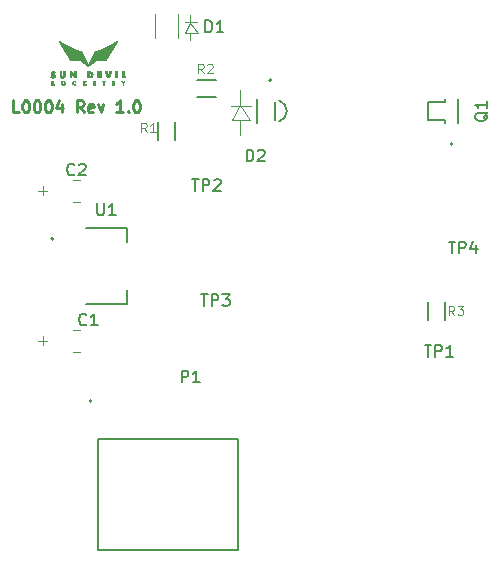
<source format=gbr>
%TF.GenerationSoftware,KiCad,Pcbnew,5.1.10*%
%TF.CreationDate,2021-12-13T06:59:12-07:00*%
%TF.ProjectId,L0004-Photogate,4c303030-342d-4506-986f-746f67617465,rev?*%
%TF.SameCoordinates,Original*%
%TF.FileFunction,Legend,Top*%
%TF.FilePolarity,Positive*%
%FSLAX46Y46*%
G04 Gerber Fmt 4.6, Leading zero omitted, Abs format (unit mm)*
G04 Created by KiCad (PCBNEW 5.1.10) date 2021-12-13 06:59:12*
%MOMM*%
%LPD*%
G01*
G04 APERTURE LIST*
%ADD10C,0.250000*%
%ADD11C,0.120000*%
%ADD12C,0.127000*%
%ADD13C,0.200000*%
%ADD14C,0.010000*%
%ADD15C,0.150000*%
%ADD16C,0.076200*%
G04 APERTURE END LIST*
D10*
X96737777Y-79690220D02*
X96261586Y-79690220D01*
X96261586Y-78690220D01*
X97261586Y-78690220D02*
X97356824Y-78690220D01*
X97452062Y-78737840D01*
X97499681Y-78785459D01*
X97547300Y-78880697D01*
X97594920Y-79071173D01*
X97594920Y-79309268D01*
X97547300Y-79499744D01*
X97499681Y-79594982D01*
X97452062Y-79642601D01*
X97356824Y-79690220D01*
X97261586Y-79690220D01*
X97166348Y-79642601D01*
X97118729Y-79594982D01*
X97071110Y-79499744D01*
X97023491Y-79309268D01*
X97023491Y-79071173D01*
X97071110Y-78880697D01*
X97118729Y-78785459D01*
X97166348Y-78737840D01*
X97261586Y-78690220D01*
X98213967Y-78690220D02*
X98309205Y-78690220D01*
X98404443Y-78737840D01*
X98452062Y-78785459D01*
X98499681Y-78880697D01*
X98547300Y-79071173D01*
X98547300Y-79309268D01*
X98499681Y-79499744D01*
X98452062Y-79594982D01*
X98404443Y-79642601D01*
X98309205Y-79690220D01*
X98213967Y-79690220D01*
X98118729Y-79642601D01*
X98071110Y-79594982D01*
X98023491Y-79499744D01*
X97975872Y-79309268D01*
X97975872Y-79071173D01*
X98023491Y-78880697D01*
X98071110Y-78785459D01*
X98118729Y-78737840D01*
X98213967Y-78690220D01*
X99166348Y-78690220D02*
X99261586Y-78690220D01*
X99356824Y-78737840D01*
X99404443Y-78785459D01*
X99452062Y-78880697D01*
X99499681Y-79071173D01*
X99499681Y-79309268D01*
X99452062Y-79499744D01*
X99404443Y-79594982D01*
X99356824Y-79642601D01*
X99261586Y-79690220D01*
X99166348Y-79690220D01*
X99071110Y-79642601D01*
X99023491Y-79594982D01*
X98975872Y-79499744D01*
X98928253Y-79309268D01*
X98928253Y-79071173D01*
X98975872Y-78880697D01*
X99023491Y-78785459D01*
X99071110Y-78737840D01*
X99166348Y-78690220D01*
X100356824Y-79023554D02*
X100356824Y-79690220D01*
X100118729Y-78642601D02*
X99880634Y-79356887D01*
X100499681Y-79356887D01*
X102213967Y-79690220D02*
X101880634Y-79214030D01*
X101642539Y-79690220D02*
X101642539Y-78690220D01*
X102023491Y-78690220D01*
X102118729Y-78737840D01*
X102166348Y-78785459D01*
X102213967Y-78880697D01*
X102213967Y-79023554D01*
X102166348Y-79118792D01*
X102118729Y-79166411D01*
X102023491Y-79214030D01*
X101642539Y-79214030D01*
X103023491Y-79642601D02*
X102928253Y-79690220D01*
X102737777Y-79690220D01*
X102642539Y-79642601D01*
X102594920Y-79547363D01*
X102594920Y-79166411D01*
X102642539Y-79071173D01*
X102737777Y-79023554D01*
X102928253Y-79023554D01*
X103023491Y-79071173D01*
X103071110Y-79166411D01*
X103071110Y-79261649D01*
X102594920Y-79356887D01*
X103404443Y-79023554D02*
X103642539Y-79690220D01*
X103880634Y-79023554D01*
X105547300Y-79690220D02*
X104975872Y-79690220D01*
X105261586Y-79690220D02*
X105261586Y-78690220D01*
X105166348Y-78833078D01*
X105071110Y-78928316D01*
X104975872Y-78975935D01*
X105975872Y-79594982D02*
X106023491Y-79642601D01*
X105975872Y-79690220D01*
X105928253Y-79642601D01*
X105975872Y-79594982D01*
X105975872Y-79690220D01*
X106642539Y-78690220D02*
X106737777Y-78690220D01*
X106833015Y-78737840D01*
X106880634Y-78785459D01*
X106928253Y-78880697D01*
X106975872Y-79071173D01*
X106975872Y-79309268D01*
X106928253Y-79499744D01*
X106880634Y-79594982D01*
X106833015Y-79642601D01*
X106737777Y-79690220D01*
X106642539Y-79690220D01*
X106547300Y-79642601D01*
X106499681Y-79594982D01*
X106452062Y-79499744D01*
X106404443Y-79309268D01*
X106404443Y-79071173D01*
X106452062Y-78880697D01*
X106499681Y-78785459D01*
X106547300Y-78737840D01*
X106642539Y-78690220D01*
D11*
%TO.C,D1*%
X110197900Y-73390365D02*
X110197900Y-71389635D01*
X108242100Y-71389635D02*
X108242100Y-73390365D01*
X111252000Y-73609200D02*
X111252000Y-72948800D01*
X111252000Y-72948800D02*
X111861600Y-72948800D01*
X111861600Y-72948800D02*
X111252000Y-72136000D01*
X111252000Y-72948800D02*
X110794800Y-72948800D01*
X110794800Y-72948800D02*
X111252000Y-72136000D01*
X111252000Y-72136000D02*
X111252000Y-71475600D01*
X111810800Y-72085200D02*
X110794800Y-72085200D01*
D12*
%TO.C,R3*%
X131390000Y-97320000D02*
X131390000Y-95720000D01*
X132770000Y-97320000D02*
X132770000Y-95720000D01*
%TO.C,R2*%
X111818520Y-76993360D02*
X113418520Y-76993360D01*
X111818520Y-78373360D02*
X113418520Y-78373360D01*
%TO.C,R1*%
X108530000Y-82080000D02*
X108530000Y-80480000D01*
X109910000Y-82080000D02*
X109910000Y-80480000D01*
%TO.C,P1*%
X103430000Y-116740000D02*
X103430000Y-107340000D01*
X115310000Y-107340000D02*
X115310000Y-116740000D01*
X115310000Y-107340000D02*
X103430000Y-107340000D01*
X115310000Y-116740000D02*
X103430000Y-116740000D01*
D13*
X102880000Y-104140000D02*
G75*
G03*
X102880000Y-104140000I-100000J0D01*
G01*
D12*
%TO.C,U1*%
X102390000Y-95960000D02*
X105890000Y-95960000D01*
X105890000Y-95960000D02*
X105890000Y-94720000D01*
X102390000Y-89460000D02*
X105890000Y-89460000D01*
X105890000Y-89460000D02*
X105890000Y-90700000D01*
D13*
X99640000Y-90410000D02*
G75*
G03*
X99640000Y-90410000I-100000J0D01*
G01*
D12*
%TO.C,Q1*%
X132817500Y-78790000D02*
X132817500Y-78610000D01*
X132817500Y-80390000D02*
X132817500Y-80570000D01*
X133882500Y-80570000D02*
X133882500Y-78610000D01*
X131372500Y-78790000D02*
X132817500Y-78790000D01*
X131372500Y-80390000D02*
X131372500Y-78790000D01*
X132817500Y-80390000D02*
X131372500Y-80390000D01*
D13*
X133450000Y-82390000D02*
G75*
G03*
X133450000Y-82390000I-100000J0D01*
G01*
D11*
%TO.C,D2*%
X115097560Y-79145500D02*
X114716560Y-79145500D01*
X116367560Y-79145500D02*
X114907060Y-79145500D01*
X115478560Y-79082000D02*
X115478560Y-77812000D01*
X114780060Y-80352000D02*
X115478560Y-79082000D01*
X115478560Y-80352000D02*
X114780060Y-80352000D01*
X116304060Y-80352000D02*
X115478560Y-79082000D01*
X115478560Y-80352000D02*
X116304060Y-80352000D01*
X115478560Y-81622000D02*
X115478560Y-80352000D01*
D12*
X118443560Y-80390000D02*
X118443560Y-78790000D01*
X116843560Y-80590000D02*
X116843560Y-78590000D01*
D13*
X118118560Y-76990000D02*
G75*
G03*
X118118560Y-76990000I-100000J0D01*
G01*
D12*
X118743560Y-80490000D02*
G75*
G03*
X118743560Y-78690000I-283769J900000D01*
G01*
D11*
%TO.C,C1*%
X99111003Y-99060000D02*
X98349003Y-99060000D01*
X98730003Y-98679000D02*
X98730003Y-99441000D01*
X101337309Y-99986998D02*
X101862691Y-99986998D01*
X101862691Y-98133002D02*
X101337309Y-98133002D01*
%TO.C,C2*%
X99111003Y-86360000D02*
X98349003Y-86360000D01*
X98730003Y-85979000D02*
X98730003Y-86741000D01*
X101337309Y-87286998D02*
X101862691Y-87286998D01*
X101862691Y-85433002D02*
X101337309Y-85433002D01*
D14*
%TO.C,LOGO1*%
G36*
X100479898Y-77025217D02*
G01*
X100497462Y-77027237D01*
X100512775Y-77031120D01*
X100521705Y-77034356D01*
X100548021Y-77048521D01*
X100573187Y-77069034D01*
X100595038Y-77093838D01*
X100610384Y-77118734D01*
X100616658Y-77132060D01*
X100620676Y-77143016D01*
X100622929Y-77154210D01*
X100623909Y-77168252D01*
X100624111Y-77187751D01*
X100624104Y-77191372D01*
X100623835Y-77212279D01*
X100622848Y-77227291D01*
X100620686Y-77238976D01*
X100616893Y-77249903D01*
X100611664Y-77261297D01*
X100594217Y-77289042D01*
X100570847Y-77314309D01*
X100543990Y-77334665D01*
X100531084Y-77341736D01*
X100516943Y-77347891D01*
X100503799Y-77351754D01*
X100488621Y-77353946D01*
X100468378Y-77355089D01*
X100465467Y-77355185D01*
X100438018Y-77355055D01*
X100416613Y-77352855D01*
X100407411Y-77350639D01*
X100373661Y-77335238D01*
X100343003Y-77311999D01*
X100332730Y-77301731D01*
X100311320Y-77273125D01*
X100297254Y-77241830D01*
X100290302Y-77208939D01*
X100290247Y-77182553D01*
X100330823Y-77182553D01*
X100332846Y-77214670D01*
X100342403Y-77244457D01*
X100359075Y-77270928D01*
X100382447Y-77293100D01*
X100403047Y-77305776D01*
X100417184Y-77312535D01*
X100428448Y-77316371D01*
X100440160Y-77317923D01*
X100455641Y-77317832D01*
X100463740Y-77317473D01*
X100483856Y-77315879D01*
X100498640Y-77312922D01*
X100511207Y-77307853D01*
X100517011Y-77304658D01*
X100540352Y-77287162D01*
X100561001Y-77264566D01*
X100576191Y-77239929D01*
X100576832Y-77238531D01*
X100584317Y-77212768D01*
X100585842Y-77184091D01*
X100581488Y-77155519D01*
X100573977Y-77135062D01*
X100556091Y-77107421D01*
X100533011Y-77085745D01*
X100505912Y-77070564D01*
X100475967Y-77062404D01*
X100444353Y-77061793D01*
X100421051Y-77066371D01*
X100398598Y-77076462D01*
X100376656Y-77092557D01*
X100357347Y-77112570D01*
X100342793Y-77134421D01*
X100336749Y-77149091D01*
X100330823Y-77182553D01*
X100290247Y-77182553D01*
X100290232Y-77175549D01*
X100296816Y-77142752D01*
X100309822Y-77111644D01*
X100329021Y-77083320D01*
X100354181Y-77058873D01*
X100385074Y-77039398D01*
X100388248Y-77037870D01*
X100402830Y-77031414D01*
X100414959Y-77027447D01*
X100427652Y-77025385D01*
X100443931Y-77024645D01*
X100457000Y-77024594D01*
X100479898Y-77025217D01*
G37*
X100479898Y-77025217D02*
X100497462Y-77027237D01*
X100512775Y-77031120D01*
X100521705Y-77034356D01*
X100548021Y-77048521D01*
X100573187Y-77069034D01*
X100595038Y-77093838D01*
X100610384Y-77118734D01*
X100616658Y-77132060D01*
X100620676Y-77143016D01*
X100622929Y-77154210D01*
X100623909Y-77168252D01*
X100624111Y-77187751D01*
X100624104Y-77191372D01*
X100623835Y-77212279D01*
X100622848Y-77227291D01*
X100620686Y-77238976D01*
X100616893Y-77249903D01*
X100611664Y-77261297D01*
X100594217Y-77289042D01*
X100570847Y-77314309D01*
X100543990Y-77334665D01*
X100531084Y-77341736D01*
X100516943Y-77347891D01*
X100503799Y-77351754D01*
X100488621Y-77353946D01*
X100468378Y-77355089D01*
X100465467Y-77355185D01*
X100438018Y-77355055D01*
X100416613Y-77352855D01*
X100407411Y-77350639D01*
X100373661Y-77335238D01*
X100343003Y-77311999D01*
X100332730Y-77301731D01*
X100311320Y-77273125D01*
X100297254Y-77241830D01*
X100290302Y-77208939D01*
X100290247Y-77182553D01*
X100330823Y-77182553D01*
X100332846Y-77214670D01*
X100342403Y-77244457D01*
X100359075Y-77270928D01*
X100382447Y-77293100D01*
X100403047Y-77305776D01*
X100417184Y-77312535D01*
X100428448Y-77316371D01*
X100440160Y-77317923D01*
X100455641Y-77317832D01*
X100463740Y-77317473D01*
X100483856Y-77315879D01*
X100498640Y-77312922D01*
X100511207Y-77307853D01*
X100517011Y-77304658D01*
X100540352Y-77287162D01*
X100561001Y-77264566D01*
X100576191Y-77239929D01*
X100576832Y-77238531D01*
X100584317Y-77212768D01*
X100585842Y-77184091D01*
X100581488Y-77155519D01*
X100573977Y-77135062D01*
X100556091Y-77107421D01*
X100533011Y-77085745D01*
X100505912Y-77070564D01*
X100475967Y-77062404D01*
X100444353Y-77061793D01*
X100421051Y-77066371D01*
X100398598Y-77076462D01*
X100376656Y-77092557D01*
X100357347Y-77112570D01*
X100342793Y-77134421D01*
X100336749Y-77149091D01*
X100330823Y-77182553D01*
X100290247Y-77182553D01*
X100290232Y-77175549D01*
X100296816Y-77142752D01*
X100309822Y-77111644D01*
X100329021Y-77083320D01*
X100354181Y-77058873D01*
X100385074Y-77039398D01*
X100388248Y-77037870D01*
X100402830Y-77031414D01*
X100414959Y-77027447D01*
X100427652Y-77025385D01*
X100443931Y-77024645D01*
X100457000Y-77024594D01*
X100479898Y-77025217D01*
G36*
X101435967Y-77024843D02*
G01*
X101450270Y-77026273D01*
X101462401Y-77029382D01*
X101475505Y-77034833D01*
X101483025Y-77038456D01*
X101511100Y-77052277D01*
X101511100Y-77077412D01*
X101510530Y-77092892D01*
X101508425Y-77100586D01*
X101504198Y-77101120D01*
X101497260Y-77095122D01*
X101495881Y-77093622D01*
X101481192Y-77081856D01*
X101461045Y-77071665D01*
X101438443Y-77064330D01*
X101420166Y-77061344D01*
X101390170Y-77063102D01*
X101361541Y-77072519D01*
X101335565Y-77088787D01*
X101313530Y-77111098D01*
X101296720Y-77138645D01*
X101296589Y-77138929D01*
X101290855Y-77152895D01*
X101287859Y-77165298D01*
X101287021Y-77179704D01*
X101287508Y-77194896D01*
X101290370Y-77220986D01*
X101296812Y-77242190D01*
X101308108Y-77261768D01*
X101319110Y-77275698D01*
X101340708Y-77296350D01*
X101364572Y-77309639D01*
X101392595Y-77316502D01*
X101403639Y-77317554D01*
X101432087Y-77317154D01*
X101456598Y-77311318D01*
X101480143Y-77299136D01*
X101492525Y-77290348D01*
X101511511Y-77275856D01*
X101510247Y-77302325D01*
X101508984Y-77328794D01*
X101484230Y-77341434D01*
X101470506Y-77347838D01*
X101457999Y-77351812D01*
X101443640Y-77354026D01*
X101424364Y-77355147D01*
X101420730Y-77355266D01*
X101396262Y-77355150D01*
X101376185Y-77353328D01*
X101365050Y-77350849D01*
X101329152Y-77334834D01*
X101298680Y-77312524D01*
X101274086Y-77284312D01*
X101259616Y-77259192D01*
X101253113Y-77244383D01*
X101249204Y-77231764D01*
X101247248Y-77218107D01*
X101246604Y-77200184D01*
X101246570Y-77193563D01*
X101249687Y-77155336D01*
X101259447Y-77121974D01*
X101276288Y-77092578D01*
X101300651Y-77066251D01*
X101314351Y-77055039D01*
X101337093Y-77040252D01*
X101360350Y-77030727D01*
X101386634Y-77025710D01*
X101416350Y-77024432D01*
X101435967Y-77024843D01*
G37*
X101435967Y-77024843D02*
X101450270Y-77026273D01*
X101462401Y-77029382D01*
X101475505Y-77034833D01*
X101483025Y-77038456D01*
X101511100Y-77052277D01*
X101511100Y-77077412D01*
X101510530Y-77092892D01*
X101508425Y-77100586D01*
X101504198Y-77101120D01*
X101497260Y-77095122D01*
X101495881Y-77093622D01*
X101481192Y-77081856D01*
X101461045Y-77071665D01*
X101438443Y-77064330D01*
X101420166Y-77061344D01*
X101390170Y-77063102D01*
X101361541Y-77072519D01*
X101335565Y-77088787D01*
X101313530Y-77111098D01*
X101296720Y-77138645D01*
X101296589Y-77138929D01*
X101290855Y-77152895D01*
X101287859Y-77165298D01*
X101287021Y-77179704D01*
X101287508Y-77194896D01*
X101290370Y-77220986D01*
X101296812Y-77242190D01*
X101308108Y-77261768D01*
X101319110Y-77275698D01*
X101340708Y-77296350D01*
X101364572Y-77309639D01*
X101392595Y-77316502D01*
X101403639Y-77317554D01*
X101432087Y-77317154D01*
X101456598Y-77311318D01*
X101480143Y-77299136D01*
X101492525Y-77290348D01*
X101511511Y-77275856D01*
X101510247Y-77302325D01*
X101508984Y-77328794D01*
X101484230Y-77341434D01*
X101470506Y-77347838D01*
X101457999Y-77351812D01*
X101443640Y-77354026D01*
X101424364Y-77355147D01*
X101420730Y-77355266D01*
X101396262Y-77355150D01*
X101376185Y-77353328D01*
X101365050Y-77350849D01*
X101329152Y-77334834D01*
X101298680Y-77312524D01*
X101274086Y-77284312D01*
X101259616Y-77259192D01*
X101253113Y-77244383D01*
X101249204Y-77231764D01*
X101247248Y-77218107D01*
X101246604Y-77200184D01*
X101246570Y-77193563D01*
X101249687Y-77155336D01*
X101259447Y-77121974D01*
X101276288Y-77092578D01*
X101300651Y-77066251D01*
X101314351Y-77055039D01*
X101337093Y-77040252D01*
X101360350Y-77030727D01*
X101386634Y-77025710D01*
X101416350Y-77024432D01*
X101435967Y-77024843D01*
G36*
X99565499Y-77032231D02*
G01*
X99594060Y-77037417D01*
X99616068Y-77046485D01*
X99632170Y-77059781D01*
X99643011Y-77077655D01*
X99648066Y-77094209D01*
X99650576Y-77122323D01*
X99646260Y-77148494D01*
X99635790Y-77171465D01*
X99619837Y-77189978D01*
X99599075Y-77202775D01*
X99588109Y-77206392D01*
X99579719Y-77209097D01*
X99576467Y-77211279D01*
X99578809Y-77215185D01*
X99585325Y-77224858D01*
X99595245Y-77239188D01*
X99607804Y-77257067D01*
X99622231Y-77277386D01*
X99622310Y-77277495D01*
X99636993Y-77298118D01*
X99650065Y-77316574D01*
X99660692Y-77331675D01*
X99668039Y-77342235D01*
X99671243Y-77347022D01*
X99670880Y-77350107D01*
X99664483Y-77351776D01*
X99650898Y-77352311D01*
X99649586Y-77352313D01*
X99624839Y-77352313D01*
X99576722Y-77282463D01*
X99561902Y-77261198D01*
X99548574Y-77242541D01*
X99537514Y-77227544D01*
X99529502Y-77217259D01*
X99525315Y-77212735D01*
X99525019Y-77212613D01*
X99523826Y-77216614D01*
X99522801Y-77227685D01*
X99522016Y-77244433D01*
X99521542Y-77265461D01*
X99521434Y-77282463D01*
X99521434Y-77352313D01*
X99483334Y-77352313D01*
X99483334Y-77174513D01*
X99521434Y-77174513D01*
X99542514Y-77174513D01*
X99559332Y-77173019D01*
X99576071Y-77169278D01*
X99580777Y-77167638D01*
X99596560Y-77157447D01*
X99606484Y-77143073D01*
X99610706Y-77126290D01*
X99609385Y-77108870D01*
X99602679Y-77092589D01*
X99590744Y-77079219D01*
X99573739Y-77070535D01*
X99572101Y-77070079D01*
X99556326Y-77066836D01*
X99540685Y-77064943D01*
X99537309Y-77064787D01*
X99521434Y-77064447D01*
X99521434Y-77174513D01*
X99483334Y-77174513D01*
X99483334Y-77030580D01*
X99529741Y-77030580D01*
X99565499Y-77032231D01*
G37*
X99565499Y-77032231D02*
X99594060Y-77037417D01*
X99616068Y-77046485D01*
X99632170Y-77059781D01*
X99643011Y-77077655D01*
X99648066Y-77094209D01*
X99650576Y-77122323D01*
X99646260Y-77148494D01*
X99635790Y-77171465D01*
X99619837Y-77189978D01*
X99599075Y-77202775D01*
X99588109Y-77206392D01*
X99579719Y-77209097D01*
X99576467Y-77211279D01*
X99578809Y-77215185D01*
X99585325Y-77224858D01*
X99595245Y-77239188D01*
X99607804Y-77257067D01*
X99622231Y-77277386D01*
X99622310Y-77277495D01*
X99636993Y-77298118D01*
X99650065Y-77316574D01*
X99660692Y-77331675D01*
X99668039Y-77342235D01*
X99671243Y-77347022D01*
X99670880Y-77350107D01*
X99664483Y-77351776D01*
X99650898Y-77352311D01*
X99649586Y-77352313D01*
X99624839Y-77352313D01*
X99576722Y-77282463D01*
X99561902Y-77261198D01*
X99548574Y-77242541D01*
X99537514Y-77227544D01*
X99529502Y-77217259D01*
X99525315Y-77212735D01*
X99525019Y-77212613D01*
X99523826Y-77216614D01*
X99522801Y-77227685D01*
X99522016Y-77244433D01*
X99521542Y-77265461D01*
X99521434Y-77282463D01*
X99521434Y-77352313D01*
X99483334Y-77352313D01*
X99483334Y-77174513D01*
X99521434Y-77174513D01*
X99542514Y-77174513D01*
X99559332Y-77173019D01*
X99576071Y-77169278D01*
X99580777Y-77167638D01*
X99596560Y-77157447D01*
X99606484Y-77143073D01*
X99610706Y-77126290D01*
X99609385Y-77108870D01*
X99602679Y-77092589D01*
X99590744Y-77079219D01*
X99573739Y-77070535D01*
X99572101Y-77070079D01*
X99556326Y-77066836D01*
X99540685Y-77064943D01*
X99537309Y-77064787D01*
X99521434Y-77064447D01*
X99521434Y-77174513D01*
X99483334Y-77174513D01*
X99483334Y-77030580D01*
X99529741Y-77030580D01*
X99565499Y-77032231D01*
G36*
X102201133Y-77159594D02*
G01*
X102330349Y-77030580D01*
X102385195Y-77030580D01*
X102310472Y-77105722D01*
X102235749Y-77180863D01*
X102311449Y-77263413D01*
X102331640Y-77285541D01*
X102349811Y-77305667D01*
X102365211Y-77322942D01*
X102377089Y-77336517D01*
X102384693Y-77345542D01*
X102387275Y-77349138D01*
X102383490Y-77350775D01*
X102373493Y-77351901D01*
X102360942Y-77352259D01*
X102334483Y-77352205D01*
X102270983Y-77280390D01*
X102252610Y-77259758D01*
X102236043Y-77241435D01*
X102222115Y-77226320D01*
X102211662Y-77215314D01*
X102205518Y-77209317D01*
X102204308Y-77208477D01*
X102203267Y-77212448D01*
X102202369Y-77223513D01*
X102201675Y-77240301D01*
X102201245Y-77261438D01*
X102201133Y-77280347D01*
X102201133Y-77352313D01*
X102158800Y-77352313D01*
X102158800Y-77030580D01*
X102201133Y-77030580D01*
X102201133Y-77159594D01*
G37*
X102201133Y-77159594D02*
X102330349Y-77030580D01*
X102385195Y-77030580D01*
X102310472Y-77105722D01*
X102235749Y-77180863D01*
X102311449Y-77263413D01*
X102331640Y-77285541D01*
X102349811Y-77305667D01*
X102365211Y-77322942D01*
X102377089Y-77336517D01*
X102384693Y-77345542D01*
X102387275Y-77349138D01*
X102383490Y-77350775D01*
X102373493Y-77351901D01*
X102360942Y-77352259D01*
X102334483Y-77352205D01*
X102270983Y-77280390D01*
X102252610Y-77259758D01*
X102236043Y-77241435D01*
X102222115Y-77226320D01*
X102211662Y-77215314D01*
X102205518Y-77209317D01*
X102204308Y-77208477D01*
X102203267Y-77212448D01*
X102202369Y-77223513D01*
X102201675Y-77240301D01*
X102201245Y-77261438D01*
X102201133Y-77280347D01*
X102201133Y-77352313D01*
X102158800Y-77352313D01*
X102158800Y-77030580D01*
X102201133Y-77030580D01*
X102201133Y-77159594D01*
G36*
X103179034Y-77064447D02*
G01*
X103052034Y-77064447D01*
X103052034Y-77157580D01*
X103174800Y-77157580D01*
X103174800Y-77195680D01*
X103052034Y-77195680D01*
X103052034Y-77314213D01*
X103179034Y-77314213D01*
X103179034Y-77352313D01*
X103009700Y-77352313D01*
X103009700Y-77030580D01*
X103179034Y-77030580D01*
X103179034Y-77064447D01*
G37*
X103179034Y-77064447D02*
X103052034Y-77064447D01*
X103052034Y-77157580D01*
X103174800Y-77157580D01*
X103174800Y-77195680D01*
X103052034Y-77195680D01*
X103052034Y-77314213D01*
X103179034Y-77314213D01*
X103179034Y-77352313D01*
X103009700Y-77352313D01*
X103009700Y-77030580D01*
X103179034Y-77030580D01*
X103179034Y-77064447D01*
G36*
X103996067Y-77064447D02*
G01*
X103919867Y-77064447D01*
X103919867Y-77352313D01*
X103877534Y-77352313D01*
X103877534Y-77064447D01*
X103801334Y-77064447D01*
X103801334Y-77030580D01*
X103996067Y-77030580D01*
X103996067Y-77064447D01*
G37*
X103996067Y-77064447D02*
X103919867Y-77064447D01*
X103919867Y-77352313D01*
X103877534Y-77352313D01*
X103877534Y-77064447D01*
X103801334Y-77064447D01*
X103801334Y-77030580D01*
X103996067Y-77030580D01*
X103996067Y-77064447D01*
G36*
X104674580Y-77031203D02*
G01*
X104697541Y-77032055D01*
X104714117Y-77033302D01*
X104726391Y-77035291D01*
X104736443Y-77038371D01*
X104746357Y-77042892D01*
X104747318Y-77043384D01*
X104767028Y-77057479D01*
X104780039Y-77076262D01*
X104786624Y-77100233D01*
X104787607Y-77116971D01*
X104784252Y-77146187D01*
X104774366Y-77170039D01*
X104757878Y-77188639D01*
X104734716Y-77202100D01*
X104731667Y-77203306D01*
X104712559Y-77210559D01*
X104760694Y-77278261D01*
X104775510Y-77299263D01*
X104788479Y-77317960D01*
X104798851Y-77333246D01*
X104805878Y-77344013D01*
X104808807Y-77349154D01*
X104808848Y-77349349D01*
X104805036Y-77350977D01*
X104795155Y-77351682D01*
X104784933Y-77351466D01*
X104760999Y-77350197D01*
X104714024Y-77281563D01*
X104699437Y-77260467D01*
X104686370Y-77241981D01*
X104675600Y-77227171D01*
X104667904Y-77217103D01*
X104664059Y-77212843D01*
X104663875Y-77212771D01*
X104662819Y-77216717D01*
X104661911Y-77227739D01*
X104661216Y-77244444D01*
X104660796Y-77265443D01*
X104660700Y-77282463D01*
X104660700Y-77352313D01*
X104622600Y-77352313D01*
X104622600Y-77174513D01*
X104660700Y-77174513D01*
X104682925Y-77174507D01*
X104700330Y-77172890D01*
X104716172Y-77168742D01*
X104719967Y-77167098D01*
X104735509Y-77154914D01*
X104745265Y-77137916D01*
X104748043Y-77118402D01*
X104747583Y-77113890D01*
X104743011Y-77095776D01*
X104734720Y-77082836D01*
X104721433Y-77074078D01*
X104701877Y-77068508D01*
X104686449Y-77066266D01*
X104660700Y-77063353D01*
X104660700Y-77174513D01*
X104622600Y-77174513D01*
X104622600Y-77029709D01*
X104674580Y-77031203D01*
G37*
X104674580Y-77031203D02*
X104697541Y-77032055D01*
X104714117Y-77033302D01*
X104726391Y-77035291D01*
X104736443Y-77038371D01*
X104746357Y-77042892D01*
X104747318Y-77043384D01*
X104767028Y-77057479D01*
X104780039Y-77076262D01*
X104786624Y-77100233D01*
X104787607Y-77116971D01*
X104784252Y-77146187D01*
X104774366Y-77170039D01*
X104757878Y-77188639D01*
X104734716Y-77202100D01*
X104731667Y-77203306D01*
X104712559Y-77210559D01*
X104760694Y-77278261D01*
X104775510Y-77299263D01*
X104788479Y-77317960D01*
X104798851Y-77333246D01*
X104805878Y-77344013D01*
X104808807Y-77349154D01*
X104808848Y-77349349D01*
X104805036Y-77350977D01*
X104795155Y-77351682D01*
X104784933Y-77351466D01*
X104760999Y-77350197D01*
X104714024Y-77281563D01*
X104699437Y-77260467D01*
X104686370Y-77241981D01*
X104675600Y-77227171D01*
X104667904Y-77217103D01*
X104664059Y-77212843D01*
X104663875Y-77212771D01*
X104662819Y-77216717D01*
X104661911Y-77227739D01*
X104661216Y-77244444D01*
X104660796Y-77265443D01*
X104660700Y-77282463D01*
X104660700Y-77352313D01*
X104622600Y-77352313D01*
X104622600Y-77174513D01*
X104660700Y-77174513D01*
X104682925Y-77174507D01*
X104700330Y-77172890D01*
X104716172Y-77168742D01*
X104719967Y-77167098D01*
X104735509Y-77154914D01*
X104745265Y-77137916D01*
X104748043Y-77118402D01*
X104747583Y-77113890D01*
X104743011Y-77095776D01*
X104734720Y-77082836D01*
X104721433Y-77074078D01*
X104701877Y-77068508D01*
X104686449Y-77066266D01*
X104660700Y-77063353D01*
X104660700Y-77174513D01*
X104622600Y-77174513D01*
X104622600Y-77029709D01*
X104674580Y-77031203D01*
G36*
X105442493Y-77030856D02*
G01*
X105447840Y-77032384D01*
X105453039Y-77036311D01*
X105458908Y-77043540D01*
X105466261Y-77054977D01*
X105475916Y-77071523D01*
X105488689Y-77094083D01*
X105495298Y-77105779D01*
X105508118Y-77128220D01*
X105517557Y-77144085D01*
X105524263Y-77154245D01*
X105528883Y-77159570D01*
X105532065Y-77160932D01*
X105534457Y-77159201D01*
X105534730Y-77158815D01*
X105538517Y-77152626D01*
X105545608Y-77140521D01*
X105555159Y-77123961D01*
X105566324Y-77104409D01*
X105573013Y-77092613D01*
X105584621Y-77072519D01*
X105595116Y-77055141D01*
X105603673Y-77041785D01*
X105609470Y-77033754D01*
X105611283Y-77032034D01*
X105618374Y-77031116D01*
X105630262Y-77031099D01*
X105635830Y-77031385D01*
X105655267Y-77032697D01*
X105602595Y-77123713D01*
X105549923Y-77214730D01*
X105549811Y-77283522D01*
X105549700Y-77352313D01*
X105511600Y-77352313D01*
X105511600Y-77216652D01*
X105458913Y-77124674D01*
X105406226Y-77032697D01*
X105428093Y-77031385D01*
X105436183Y-77030824D01*
X105442493Y-77030856D01*
G37*
X105442493Y-77030856D02*
X105447840Y-77032384D01*
X105453039Y-77036311D01*
X105458908Y-77043540D01*
X105466261Y-77054977D01*
X105475916Y-77071523D01*
X105488689Y-77094083D01*
X105495298Y-77105779D01*
X105508118Y-77128220D01*
X105517557Y-77144085D01*
X105524263Y-77154245D01*
X105528883Y-77159570D01*
X105532065Y-77160932D01*
X105534457Y-77159201D01*
X105534730Y-77158815D01*
X105538517Y-77152626D01*
X105545608Y-77140521D01*
X105555159Y-77123961D01*
X105566324Y-77104409D01*
X105573013Y-77092613D01*
X105584621Y-77072519D01*
X105595116Y-77055141D01*
X105603673Y-77041785D01*
X105609470Y-77033754D01*
X105611283Y-77032034D01*
X105618374Y-77031116D01*
X105630262Y-77031099D01*
X105635830Y-77031385D01*
X105655267Y-77032697D01*
X105602595Y-77123713D01*
X105549923Y-77214730D01*
X105549811Y-77283522D01*
X105549700Y-77352313D01*
X105511600Y-77352313D01*
X105511600Y-77216652D01*
X105458913Y-77124674D01*
X105406226Y-77032697D01*
X105428093Y-77031385D01*
X105436183Y-77030824D01*
X105442493Y-77030856D01*
G36*
X99623753Y-76229407D02*
G01*
X99650249Y-76232093D01*
X99671717Y-76236505D01*
X99693396Y-76242932D01*
X99713543Y-76250106D01*
X99730630Y-76257357D01*
X99743132Y-76264014D01*
X99749523Y-76269407D01*
X99750034Y-76270900D01*
X99748151Y-76276518D01*
X99743004Y-76288008D01*
X99735339Y-76303786D01*
X99725907Y-76322270D01*
X99724180Y-76325569D01*
X99698326Y-76374792D01*
X99687138Y-76367353D01*
X99659043Y-76351792D01*
X99632146Y-76342935D01*
X99607354Y-76340884D01*
X99585577Y-76345741D01*
X99571352Y-76354322D01*
X99562549Y-76364299D01*
X99557203Y-76375192D01*
X99557142Y-76375443D01*
X99556585Y-76384069D01*
X99560441Y-76392168D01*
X99568614Y-76401274D01*
X99577514Y-76408691D01*
X99589332Y-76415466D01*
X99605784Y-76422417D01*
X99628585Y-76430363D01*
X99631507Y-76431318D01*
X99664241Y-76442659D01*
X99690172Y-76453376D01*
X99710848Y-76464264D01*
X99727814Y-76476116D01*
X99739814Y-76486882D01*
X99754462Y-76504881D01*
X99764196Y-76525706D01*
X99769573Y-76551035D01*
X99771150Y-76581542D01*
X99768061Y-76622985D01*
X99758792Y-76658720D01*
X99743151Y-76689023D01*
X99720950Y-76714170D01*
X99691998Y-76734434D01*
X99656106Y-76750092D01*
X99654479Y-76750641D01*
X99631746Y-76756222D01*
X99603976Y-76760034D01*
X99574459Y-76761841D01*
X99546482Y-76761408D01*
X99529348Y-76759609D01*
X99511800Y-76756053D01*
X99491645Y-76750846D01*
X99478548Y-76746840D01*
X99463443Y-76741097D01*
X99446269Y-76733500D01*
X99429021Y-76725068D01*
X99413692Y-76716821D01*
X99402275Y-76709777D01*
X99396830Y-76705066D01*
X99398117Y-76700695D01*
X99402549Y-76690500D01*
X99409300Y-76676132D01*
X99417542Y-76659244D01*
X99426450Y-76641488D01*
X99435196Y-76624517D01*
X99442954Y-76609983D01*
X99448898Y-76599539D01*
X99451727Y-76595314D01*
X99455470Y-76596831D01*
X99464033Y-76602139D01*
X99473394Y-76608566D01*
X99498750Y-76625086D01*
X99521115Y-76635979D01*
X99542810Y-76642206D01*
X99559914Y-76644384D01*
X99579274Y-76644837D01*
X99593755Y-76642635D01*
X99603492Y-76638946D01*
X99618848Y-76628097D01*
X99628164Y-76614029D01*
X99630917Y-76598549D01*
X99626587Y-76583466D01*
X99621498Y-76576524D01*
X99613619Y-76569041D01*
X99604245Y-76562617D01*
X99591824Y-76556523D01*
X99574801Y-76550035D01*
X99551623Y-76542424D01*
X99542609Y-76539620D01*
X99508280Y-76528021D01*
X99481193Y-76516368D01*
X99460155Y-76503900D01*
X99443973Y-76489852D01*
X99431451Y-76473464D01*
X99427066Y-76465831D01*
X99422940Y-76456917D01*
X99420246Y-76447400D01*
X99418694Y-76435214D01*
X99417999Y-76418297D01*
X99417865Y-76399813D01*
X99418144Y-76376689D01*
X99419195Y-76359615D01*
X99421336Y-76346187D01*
X99424888Y-76334001D01*
X99427544Y-76326993D01*
X99444232Y-76296598D01*
X99468045Y-76270515D01*
X99498605Y-76249134D01*
X99507787Y-76244305D01*
X99521659Y-76237586D01*
X99532540Y-76233087D01*
X99542748Y-76230369D01*
X99554601Y-76228992D01*
X99570415Y-76228515D01*
X99591064Y-76228496D01*
X99623753Y-76229407D01*
G37*
X99623753Y-76229407D02*
X99650249Y-76232093D01*
X99671717Y-76236505D01*
X99693396Y-76242932D01*
X99713543Y-76250106D01*
X99730630Y-76257357D01*
X99743132Y-76264014D01*
X99749523Y-76269407D01*
X99750034Y-76270900D01*
X99748151Y-76276518D01*
X99743004Y-76288008D01*
X99735339Y-76303786D01*
X99725907Y-76322270D01*
X99724180Y-76325569D01*
X99698326Y-76374792D01*
X99687138Y-76367353D01*
X99659043Y-76351792D01*
X99632146Y-76342935D01*
X99607354Y-76340884D01*
X99585577Y-76345741D01*
X99571352Y-76354322D01*
X99562549Y-76364299D01*
X99557203Y-76375192D01*
X99557142Y-76375443D01*
X99556585Y-76384069D01*
X99560441Y-76392168D01*
X99568614Y-76401274D01*
X99577514Y-76408691D01*
X99589332Y-76415466D01*
X99605784Y-76422417D01*
X99628585Y-76430363D01*
X99631507Y-76431318D01*
X99664241Y-76442659D01*
X99690172Y-76453376D01*
X99710848Y-76464264D01*
X99727814Y-76476116D01*
X99739814Y-76486882D01*
X99754462Y-76504881D01*
X99764196Y-76525706D01*
X99769573Y-76551035D01*
X99771150Y-76581542D01*
X99768061Y-76622985D01*
X99758792Y-76658720D01*
X99743151Y-76689023D01*
X99720950Y-76714170D01*
X99691998Y-76734434D01*
X99656106Y-76750092D01*
X99654479Y-76750641D01*
X99631746Y-76756222D01*
X99603976Y-76760034D01*
X99574459Y-76761841D01*
X99546482Y-76761408D01*
X99529348Y-76759609D01*
X99511800Y-76756053D01*
X99491645Y-76750846D01*
X99478548Y-76746840D01*
X99463443Y-76741097D01*
X99446269Y-76733500D01*
X99429021Y-76725068D01*
X99413692Y-76716821D01*
X99402275Y-76709777D01*
X99396830Y-76705066D01*
X99398117Y-76700695D01*
X99402549Y-76690500D01*
X99409300Y-76676132D01*
X99417542Y-76659244D01*
X99426450Y-76641488D01*
X99435196Y-76624517D01*
X99442954Y-76609983D01*
X99448898Y-76599539D01*
X99451727Y-76595314D01*
X99455470Y-76596831D01*
X99464033Y-76602139D01*
X99473394Y-76608566D01*
X99498750Y-76625086D01*
X99521115Y-76635979D01*
X99542810Y-76642206D01*
X99559914Y-76644384D01*
X99579274Y-76644837D01*
X99593755Y-76642635D01*
X99603492Y-76638946D01*
X99618848Y-76628097D01*
X99628164Y-76614029D01*
X99630917Y-76598549D01*
X99626587Y-76583466D01*
X99621498Y-76576524D01*
X99613619Y-76569041D01*
X99604245Y-76562617D01*
X99591824Y-76556523D01*
X99574801Y-76550035D01*
X99551623Y-76542424D01*
X99542609Y-76539620D01*
X99508280Y-76528021D01*
X99481193Y-76516368D01*
X99460155Y-76503900D01*
X99443973Y-76489852D01*
X99431451Y-76473464D01*
X99427066Y-76465831D01*
X99422940Y-76456917D01*
X99420246Y-76447400D01*
X99418694Y-76435214D01*
X99417999Y-76418297D01*
X99417865Y-76399813D01*
X99418144Y-76376689D01*
X99419195Y-76359615D01*
X99421336Y-76346187D01*
X99424888Y-76334001D01*
X99427544Y-76326993D01*
X99444232Y-76296598D01*
X99468045Y-76270515D01*
X99498605Y-76249134D01*
X99507787Y-76244305D01*
X99521659Y-76237586D01*
X99532540Y-76233087D01*
X99542748Y-76230369D01*
X99554601Y-76228992D01*
X99570415Y-76228515D01*
X99591064Y-76228496D01*
X99623753Y-76229407D01*
G36*
X100301204Y-76409463D02*
G01*
X100302483Y-76579979D01*
X100313171Y-76600735D01*
X100327269Y-76620441D01*
X100346063Y-76633455D01*
X100370054Y-76640051D01*
X100386758Y-76641044D01*
X100407338Y-76639481D01*
X100423606Y-76634369D01*
X100429085Y-76631519D01*
X100439182Y-76625167D01*
X100447646Y-76618137D01*
X100454619Y-76609659D01*
X100460244Y-76598966D01*
X100464665Y-76585291D01*
X100468022Y-76567865D01*
X100470459Y-76545921D01*
X100472118Y-76518690D01*
X100473142Y-76485406D01*
X100473674Y-76445300D01*
X100473854Y-76397605D01*
X100473860Y-76390288D01*
X100473934Y-76238947D01*
X100609400Y-76238947D01*
X100609365Y-76396638D01*
X100609226Y-76447578D01*
X100608796Y-76490880D01*
X100608018Y-76527367D01*
X100606838Y-76557867D01*
X100605199Y-76583202D01*
X100603046Y-76604199D01*
X100600323Y-76621681D01*
X100596973Y-76636475D01*
X100592943Y-76649404D01*
X100592128Y-76651629D01*
X100577604Y-76679060D01*
X100556062Y-76704149D01*
X100528863Y-76725785D01*
X100497367Y-76742857D01*
X100468099Y-76752984D01*
X100447419Y-76756943D01*
X100421457Y-76759852D01*
X100393354Y-76761543D01*
X100366249Y-76761844D01*
X100343282Y-76760588D01*
X100338467Y-76759997D01*
X100295814Y-76750659D01*
X100258488Y-76735661D01*
X100226954Y-76715312D01*
X100201678Y-76689917D01*
X100183128Y-76659782D01*
X100182003Y-76657299D01*
X100177995Y-76647230D01*
X100174652Y-76636180D01*
X100171916Y-76623320D01*
X100169730Y-76607822D01*
X100168036Y-76588855D01*
X100166777Y-76565593D01*
X100165894Y-76537204D01*
X100165331Y-76502861D01*
X100165030Y-76461735D01*
X100164932Y-76412996D01*
X100164932Y-76411455D01*
X100164900Y-76238947D01*
X100299924Y-76238947D01*
X100301204Y-76409463D01*
G37*
X100301204Y-76409463D02*
X100302483Y-76579979D01*
X100313171Y-76600735D01*
X100327269Y-76620441D01*
X100346063Y-76633455D01*
X100370054Y-76640051D01*
X100386758Y-76641044D01*
X100407338Y-76639481D01*
X100423606Y-76634369D01*
X100429085Y-76631519D01*
X100439182Y-76625167D01*
X100447646Y-76618137D01*
X100454619Y-76609659D01*
X100460244Y-76598966D01*
X100464665Y-76585291D01*
X100468022Y-76567865D01*
X100470459Y-76545921D01*
X100472118Y-76518690D01*
X100473142Y-76485406D01*
X100473674Y-76445300D01*
X100473854Y-76397605D01*
X100473860Y-76390288D01*
X100473934Y-76238947D01*
X100609400Y-76238947D01*
X100609365Y-76396638D01*
X100609226Y-76447578D01*
X100608796Y-76490880D01*
X100608018Y-76527367D01*
X100606838Y-76557867D01*
X100605199Y-76583202D01*
X100603046Y-76604199D01*
X100600323Y-76621681D01*
X100596973Y-76636475D01*
X100592943Y-76649404D01*
X100592128Y-76651629D01*
X100577604Y-76679060D01*
X100556062Y-76704149D01*
X100528863Y-76725785D01*
X100497367Y-76742857D01*
X100468099Y-76752984D01*
X100447419Y-76756943D01*
X100421457Y-76759852D01*
X100393354Y-76761543D01*
X100366249Y-76761844D01*
X100343282Y-76760588D01*
X100338467Y-76759997D01*
X100295814Y-76750659D01*
X100258488Y-76735661D01*
X100226954Y-76715312D01*
X100201678Y-76689917D01*
X100183128Y-76659782D01*
X100182003Y-76657299D01*
X100177995Y-76647230D01*
X100174652Y-76636180D01*
X100171916Y-76623320D01*
X100169730Y-76607822D01*
X100168036Y-76588855D01*
X100166777Y-76565593D01*
X100165894Y-76537204D01*
X100165331Y-76502861D01*
X100165030Y-76461735D01*
X100164932Y-76412996D01*
X100164932Y-76411455D01*
X100164900Y-76238947D01*
X100299924Y-76238947D01*
X100301204Y-76409463D01*
G36*
X101276346Y-76391072D02*
G01*
X101394684Y-76543198D01*
X101395795Y-76391072D01*
X101396906Y-76238947D01*
X101532267Y-76238947D01*
X101532267Y-76746947D01*
X101393956Y-76746947D01*
X101277903Y-76597268D01*
X101161850Y-76447590D01*
X101160738Y-76597268D01*
X101159627Y-76746947D01*
X101024267Y-76746947D01*
X101024267Y-76238947D01*
X101158009Y-76238947D01*
X101276346Y-76391072D01*
G37*
X101276346Y-76391072D02*
X101394684Y-76543198D01*
X101395795Y-76391072D01*
X101396906Y-76238947D01*
X101532267Y-76238947D01*
X101532267Y-76746947D01*
X101393956Y-76746947D01*
X101277903Y-76597268D01*
X101161850Y-76447590D01*
X101160738Y-76597268D01*
X101159627Y-76746947D01*
X101024267Y-76746947D01*
X101024267Y-76238947D01*
X101158009Y-76238947D01*
X101276346Y-76391072D01*
G36*
X102621292Y-76239020D02*
G01*
X102661565Y-76239233D01*
X102694667Y-76239939D01*
X102721890Y-76241327D01*
X102744525Y-76243586D01*
X102763862Y-76246906D01*
X102781192Y-76251476D01*
X102797806Y-76257486D01*
X102814996Y-76265126D01*
X102821907Y-76268477D01*
X102858529Y-76291008D01*
X102891118Y-76319976D01*
X102918557Y-76354014D01*
X102939724Y-76391760D01*
X102952430Y-76427551D01*
X102955567Y-76444488D01*
X102957826Y-76466376D01*
X102958868Y-76489718D01*
X102958900Y-76494283D01*
X102956483Y-76536995D01*
X102948752Y-76574328D01*
X102934993Y-76608012D01*
X102914488Y-76639780D01*
X102886521Y-76671362D01*
X102885013Y-76672870D01*
X102857085Y-76698174D01*
X102831655Y-76715977D01*
X102823434Y-76720419D01*
X102807966Y-76727801D01*
X102793696Y-76733681D01*
X102779397Y-76738229D01*
X102763840Y-76741612D01*
X102745797Y-76743998D01*
X102724042Y-76745556D01*
X102697345Y-76746454D01*
X102664479Y-76746861D01*
X102629927Y-76746947D01*
X102514400Y-76746947D01*
X102514400Y-76633708D01*
X102649867Y-76633708D01*
X102685802Y-76631822D01*
X102706110Y-76630217D01*
X102721708Y-76627277D01*
X102736343Y-76622045D01*
X102750172Y-76615416D01*
X102777513Y-76597373D01*
X102797912Y-76574627D01*
X102811470Y-76547004D01*
X102818287Y-76514330D01*
X102819200Y-76495063D01*
X102815652Y-76459939D01*
X102805244Y-76428788D01*
X102788333Y-76402324D01*
X102765276Y-76381260D01*
X102760883Y-76378339D01*
X102744865Y-76369246D01*
X102728892Y-76362917D01*
X102710312Y-76358578D01*
X102686475Y-76355454D01*
X102680559Y-76354880D01*
X102649867Y-76352031D01*
X102649867Y-76633708D01*
X102514400Y-76633708D01*
X102514400Y-76238947D01*
X102621292Y-76239020D01*
G37*
X102621292Y-76239020D02*
X102661565Y-76239233D01*
X102694667Y-76239939D01*
X102721890Y-76241327D01*
X102744525Y-76243586D01*
X102763862Y-76246906D01*
X102781192Y-76251476D01*
X102797806Y-76257486D01*
X102814996Y-76265126D01*
X102821907Y-76268477D01*
X102858529Y-76291008D01*
X102891118Y-76319976D01*
X102918557Y-76354014D01*
X102939724Y-76391760D01*
X102952430Y-76427551D01*
X102955567Y-76444488D01*
X102957826Y-76466376D01*
X102958868Y-76489718D01*
X102958900Y-76494283D01*
X102956483Y-76536995D01*
X102948752Y-76574328D01*
X102934993Y-76608012D01*
X102914488Y-76639780D01*
X102886521Y-76671362D01*
X102885013Y-76672870D01*
X102857085Y-76698174D01*
X102831655Y-76715977D01*
X102823434Y-76720419D01*
X102807966Y-76727801D01*
X102793696Y-76733681D01*
X102779397Y-76738229D01*
X102763840Y-76741612D01*
X102745797Y-76743998D01*
X102724042Y-76745556D01*
X102697345Y-76746454D01*
X102664479Y-76746861D01*
X102629927Y-76746947D01*
X102514400Y-76746947D01*
X102514400Y-76633708D01*
X102649867Y-76633708D01*
X102685802Y-76631822D01*
X102706110Y-76630217D01*
X102721708Y-76627277D01*
X102736343Y-76622045D01*
X102750172Y-76615416D01*
X102777513Y-76597373D01*
X102797912Y-76574627D01*
X102811470Y-76547004D01*
X102818287Y-76514330D01*
X102819200Y-76495063D01*
X102815652Y-76459939D01*
X102805244Y-76428788D01*
X102788333Y-76402324D01*
X102765276Y-76381260D01*
X102760883Y-76378339D01*
X102744865Y-76369246D01*
X102728892Y-76362917D01*
X102710312Y-76358578D01*
X102686475Y-76355454D01*
X102680559Y-76354880D01*
X102649867Y-76352031D01*
X102649867Y-76633708D01*
X102514400Y-76633708D01*
X102514400Y-76238947D01*
X102621292Y-76239020D01*
G36*
X103644700Y-76353247D02*
G01*
X103488067Y-76353247D01*
X103488067Y-76433680D01*
X103636234Y-76433680D01*
X103636234Y-76552213D01*
X103488067Y-76552213D01*
X103488067Y-76632647D01*
X103644700Y-76632647D01*
X103644700Y-76746947D01*
X103352600Y-76746947D01*
X103352600Y-76238947D01*
X103644700Y-76238947D01*
X103644700Y-76353247D01*
G37*
X103644700Y-76353247D02*
X103488067Y-76353247D01*
X103488067Y-76433680D01*
X103636234Y-76433680D01*
X103636234Y-76552213D01*
X103488067Y-76552213D01*
X103488067Y-76632647D01*
X103644700Y-76632647D01*
X103644700Y-76746947D01*
X103352600Y-76746947D01*
X103352600Y-76238947D01*
X103644700Y-76238947D01*
X103644700Y-76353247D01*
G36*
X104491163Y-76239002D02*
G01*
X104510474Y-76239246D01*
X104523547Y-76239793D01*
X104531499Y-76240758D01*
X104535442Y-76242258D01*
X104536491Y-76244407D01*
X104536102Y-76246355D01*
X104534052Y-76251461D01*
X104528957Y-76263667D01*
X104521107Y-76282291D01*
X104510792Y-76306649D01*
X104498302Y-76336060D01*
X104483926Y-76369840D01*
X104467955Y-76407309D01*
X104450678Y-76447782D01*
X104432385Y-76490578D01*
X104428656Y-76499297D01*
X104323612Y-76744830D01*
X104214084Y-76746918D01*
X104110367Y-76499373D01*
X104092210Y-76455988D01*
X104075022Y-76414823D01*
X104059083Y-76376556D01*
X104044674Y-76341866D01*
X104032077Y-76311433D01*
X104021572Y-76285936D01*
X104013440Y-76266053D01*
X104007963Y-76252464D01*
X104005421Y-76245848D01*
X104005281Y-76245387D01*
X104005747Y-76243033D01*
X104009026Y-76241322D01*
X104016210Y-76240158D01*
X104028394Y-76239442D01*
X104046671Y-76239077D01*
X104072134Y-76238965D01*
X104077248Y-76238964D01*
X104150584Y-76238982D01*
X104209811Y-76389075D01*
X104223078Y-76422464D01*
X104235433Y-76453116D01*
X104246527Y-76480199D01*
X104256012Y-76502878D01*
X104263537Y-76520321D01*
X104268754Y-76531693D01*
X104271312Y-76536161D01*
X104271465Y-76536166D01*
X104273523Y-76531676D01*
X104278330Y-76520197D01*
X104285527Y-76502614D01*
X104294754Y-76479813D01*
X104305654Y-76452682D01*
X104317868Y-76422106D01*
X104331037Y-76388971D01*
X104332193Y-76386055D01*
X104390495Y-76238947D01*
X104464500Y-76238947D01*
X104491163Y-76239002D01*
G37*
X104491163Y-76239002D02*
X104510474Y-76239246D01*
X104523547Y-76239793D01*
X104531499Y-76240758D01*
X104535442Y-76242258D01*
X104536491Y-76244407D01*
X104536102Y-76246355D01*
X104534052Y-76251461D01*
X104528957Y-76263667D01*
X104521107Y-76282291D01*
X104510792Y-76306649D01*
X104498302Y-76336060D01*
X104483926Y-76369840D01*
X104467955Y-76407309D01*
X104450678Y-76447782D01*
X104432385Y-76490578D01*
X104428656Y-76499297D01*
X104323612Y-76744830D01*
X104214084Y-76746918D01*
X104110367Y-76499373D01*
X104092210Y-76455988D01*
X104075022Y-76414823D01*
X104059083Y-76376556D01*
X104044674Y-76341866D01*
X104032077Y-76311433D01*
X104021572Y-76285936D01*
X104013440Y-76266053D01*
X104007963Y-76252464D01*
X104005421Y-76245848D01*
X104005281Y-76245387D01*
X104005747Y-76243033D01*
X104009026Y-76241322D01*
X104016210Y-76240158D01*
X104028394Y-76239442D01*
X104046671Y-76239077D01*
X104072134Y-76238965D01*
X104077248Y-76238964D01*
X104150584Y-76238982D01*
X104209811Y-76389075D01*
X104223078Y-76422464D01*
X104235433Y-76453116D01*
X104246527Y-76480199D01*
X104256012Y-76502878D01*
X104263537Y-76520321D01*
X104268754Y-76531693D01*
X104271312Y-76536161D01*
X104271465Y-76536166D01*
X104273523Y-76531676D01*
X104278330Y-76520197D01*
X104285527Y-76502614D01*
X104294754Y-76479813D01*
X104305654Y-76452682D01*
X104317868Y-76422106D01*
X104331037Y-76388971D01*
X104332193Y-76386055D01*
X104390495Y-76238947D01*
X104464500Y-76238947D01*
X104491163Y-76239002D01*
G36*
X105037467Y-76746947D02*
G01*
X104902000Y-76746947D01*
X104902000Y-76238947D01*
X105037467Y-76238947D01*
X105037467Y-76746947D01*
G37*
X105037467Y-76746947D02*
X104902000Y-76746947D01*
X104902000Y-76238947D01*
X105037467Y-76238947D01*
X105037467Y-76746947D01*
G36*
X105587800Y-76632647D02*
G01*
X105748667Y-76632647D01*
X105748667Y-76746947D01*
X105452333Y-76746947D01*
X105452333Y-76238947D01*
X105587800Y-76238947D01*
X105587800Y-76632647D01*
G37*
X105587800Y-76632647D02*
X105748667Y-76632647D01*
X105748667Y-76746947D01*
X105452333Y-76746947D01*
X105452333Y-76238947D01*
X105587800Y-76238947D01*
X105587800Y-76632647D01*
G36*
X100091915Y-73650137D02*
G01*
X100101984Y-73655429D01*
X100115515Y-73663008D01*
X100120027Y-73665612D01*
X100136212Y-73675010D01*
X100151390Y-73683809D01*
X100162633Y-73690314D01*
X100163842Y-73691012D01*
X100177710Y-73699015D01*
X100191358Y-73706897D01*
X100199449Y-73711545D01*
X100213417Y-73719539D01*
X100231781Y-73730033D01*
X100253062Y-73742183D01*
X100272850Y-73753470D01*
X100294810Y-73766021D01*
X100314507Y-73777332D01*
X100330646Y-73786656D01*
X100341929Y-73793242D01*
X100346933Y-73796259D01*
X100354789Y-73800917D01*
X100365960Y-73807024D01*
X100368100Y-73808148D01*
X100377444Y-73813182D01*
X100392185Y-73821312D01*
X100410362Y-73831448D01*
X100430010Y-73842501D01*
X100431600Y-73843400D01*
X100451277Y-73854456D01*
X100469640Y-73864648D01*
X100484730Y-73872896D01*
X100494586Y-73878119D01*
X100495100Y-73878380D01*
X100507199Y-73884652D01*
X100517373Y-73890227D01*
X100518384Y-73890815D01*
X100525164Y-73894609D01*
X100537742Y-73901475D01*
X100554443Y-73910505D01*
X100573591Y-73920789D01*
X100577650Y-73922961D01*
X100598089Y-73933910D01*
X100617395Y-73944289D01*
X100633540Y-73953004D01*
X100644493Y-73958962D01*
X100645384Y-73959451D01*
X100662538Y-73968686D01*
X100686209Y-73981115D01*
X100715316Y-73996193D01*
X100748780Y-74013374D01*
X100785521Y-74032115D01*
X100824459Y-74051871D01*
X100864514Y-74072095D01*
X100904606Y-74092244D01*
X100943655Y-74111772D01*
X100980582Y-74130135D01*
X101014306Y-74146788D01*
X101043748Y-74161184D01*
X101067827Y-74172781D01*
X101072950Y-74175211D01*
X101110433Y-74192787D01*
X101153638Y-74212828D01*
X101200534Y-74234398D01*
X101249087Y-74256560D01*
X101288850Y-74274583D01*
X101340560Y-74297532D01*
X101396901Y-74321819D01*
X101455439Y-74346431D01*
X101513743Y-74370360D01*
X101569380Y-74392595D01*
X101619919Y-74412127D01*
X101621167Y-74412598D01*
X101643052Y-74420904D01*
X101662640Y-74428412D01*
X101678323Y-74434500D01*
X101688495Y-74438547D01*
X101691017Y-74439614D01*
X101703380Y-74444640D01*
X101722503Y-74451700D01*
X101747046Y-74460356D01*
X101775671Y-74470168D01*
X101807040Y-74480698D01*
X101839813Y-74491508D01*
X101872653Y-74502159D01*
X101904221Y-74512211D01*
X101933178Y-74521228D01*
X101958185Y-74528770D01*
X101977905Y-74534398D01*
X101988797Y-74537187D01*
X102011410Y-74542411D01*
X102047417Y-74617037D01*
X102061134Y-74645414D01*
X102077207Y-74678582D01*
X102094270Y-74713724D01*
X102110955Y-74748028D01*
X102124752Y-74776330D01*
X102138254Y-74804033D01*
X102151853Y-74832004D01*
X102164635Y-74858362D01*
X102175689Y-74881226D01*
X102184102Y-74898715D01*
X102185297Y-74901213D01*
X102193888Y-74919190D01*
X102204987Y-74942413D01*
X102217449Y-74968489D01*
X102230132Y-74995026D01*
X102236889Y-75009163D01*
X102249576Y-75035557D01*
X102264700Y-75066786D01*
X102280927Y-75100106D01*
X102296921Y-75132774D01*
X102309282Y-75157874D01*
X102321136Y-75182076D01*
X102331596Y-75203840D01*
X102340109Y-75221983D01*
X102346123Y-75235323D01*
X102349086Y-75242675D01*
X102349300Y-75243599D01*
X102352231Y-75248115D01*
X102353533Y-75248347D01*
X102357474Y-75251686D01*
X102357767Y-75253601D01*
X102359530Y-75259714D01*
X102364195Y-75271122D01*
X102370828Y-75285572D01*
X102372258Y-75288526D01*
X102378764Y-75301902D01*
X102388059Y-75321091D01*
X102399265Y-75344272D01*
X102411502Y-75369627D01*
X102423438Y-75394396D01*
X102437812Y-75424181D01*
X102453885Y-75457377D01*
X102470188Y-75490952D01*
X102485249Y-75521877D01*
X102493613Y-75538993D01*
X102504376Y-75561222D01*
X102513702Y-75580955D01*
X102520993Y-75596889D01*
X102525653Y-75607718D01*
X102527100Y-75612018D01*
X102530093Y-75616443D01*
X102531333Y-75616646D01*
X102535310Y-75619965D01*
X102535567Y-75621693D01*
X102537305Y-75627979D01*
X102541836Y-75639036D01*
X102548133Y-75652777D01*
X102555173Y-75667112D01*
X102561928Y-75679954D01*
X102567373Y-75689215D01*
X102570484Y-75692807D01*
X102570492Y-75692807D01*
X102573506Y-75689532D01*
X102573667Y-75688022D01*
X102575447Y-75682728D01*
X102580358Y-75671273D01*
X102587758Y-75655077D01*
X102597006Y-75635560D01*
X102602872Y-75623464D01*
X102615425Y-75597709D01*
X102630097Y-75567486D01*
X102645351Y-75535963D01*
X102659653Y-75506309D01*
X102664612Y-75495996D01*
X102677349Y-75469597D01*
X102690900Y-75441708D01*
X102703994Y-75414931D01*
X102715361Y-75391870D01*
X102720074Y-75382398D01*
X102728983Y-75364102D01*
X102736276Y-75348221D01*
X102741200Y-75336463D01*
X102743000Y-75330540D01*
X102745404Y-75325139D01*
X102747234Y-75324546D01*
X102751321Y-75321306D01*
X102751467Y-75320171D01*
X102753257Y-75315252D01*
X102758274Y-75303890D01*
X102765983Y-75287228D01*
X102775854Y-75266410D01*
X102787351Y-75242577D01*
X102793385Y-75230212D01*
X102806600Y-75203147D01*
X102819523Y-75176521D01*
X102831349Y-75152006D01*
X102841274Y-75131271D01*
X102848493Y-75115988D01*
X102849934Y-75112880D01*
X102855581Y-75100730D01*
X102862417Y-75086229D01*
X102870780Y-75068677D01*
X102881008Y-75047373D01*
X102893439Y-75021616D01*
X102908410Y-74990706D01*
X102926259Y-74953942D01*
X102947324Y-74910622D01*
X102959114Y-74886397D01*
X102972604Y-74858620D01*
X102986794Y-74829287D01*
X103000524Y-74800808D01*
X103012628Y-74775595D01*
X103020361Y-74759397D01*
X103032039Y-74734907D01*
X103045667Y-74706440D01*
X103059498Y-74677636D01*
X103071098Y-74653563D01*
X103081898Y-74631104D01*
X103092541Y-74608794D01*
X103101910Y-74588985D01*
X103108890Y-74574028D01*
X103109782Y-74572085D01*
X103114281Y-74562111D01*
X103118090Y-74554788D01*
X103122553Y-74549324D01*
X103129016Y-74544927D01*
X103138823Y-74540805D01*
X103153318Y-74536167D01*
X103173845Y-74530220D01*
X103187500Y-74526304D01*
X103239956Y-74510417D01*
X103298670Y-74491247D01*
X103362326Y-74469291D01*
X103429608Y-74445049D01*
X103499199Y-74419019D01*
X103569782Y-74391700D01*
X103640042Y-74363590D01*
X103708661Y-74335189D01*
X103774324Y-74306995D01*
X103819508Y-74286888D01*
X103837426Y-74278835D01*
X103852316Y-74272249D01*
X103862612Y-74267813D01*
X103866741Y-74266213D01*
X103870969Y-74264537D01*
X103881227Y-74259997D01*
X103895882Y-74253326D01*
X103909951Y-74246820D01*
X103927824Y-74238510D01*
X103951144Y-74227680D01*
X103977677Y-74215368D01*
X104005186Y-74202611D01*
X104025700Y-74193104D01*
X104044090Y-74184414D01*
X104068965Y-74172403D01*
X104099268Y-74157600D01*
X104133943Y-74140533D01*
X104171932Y-74121730D01*
X104212180Y-74101720D01*
X104253628Y-74081031D01*
X104295222Y-74060190D01*
X104335903Y-74039726D01*
X104374616Y-74020166D01*
X104410303Y-74002041D01*
X104441908Y-73985876D01*
X104468374Y-73972201D01*
X104482900Y-73964591D01*
X104512942Y-73948597D01*
X104548678Y-73929358D01*
X104588432Y-73907793D01*
X104630525Y-73884821D01*
X104673279Y-73861360D01*
X104715016Y-73838329D01*
X104754059Y-73816646D01*
X104788730Y-73797230D01*
X104791934Y-73795425D01*
X104816111Y-73781782D01*
X104835079Y-73771044D01*
X104851012Y-73761972D01*
X104866084Y-73753327D01*
X104882467Y-73743870D01*
X104887736Y-73740820D01*
X104927947Y-73717581D01*
X104961418Y-73698339D01*
X104988701Y-73682789D01*
X105010350Y-73670628D01*
X105026917Y-73661553D01*
X105038955Y-73655260D01*
X105047019Y-73651445D01*
X105051659Y-73649806D01*
X105053336Y-73649905D01*
X105053430Y-73655154D01*
X105049603Y-73663807D01*
X105049330Y-73664262D01*
X105043716Y-73673646D01*
X105035601Y-73687435D01*
X105026711Y-73702698D01*
X105026432Y-73703180D01*
X105015544Y-73721506D01*
X105002876Y-73742139D01*
X104992232Y-73758954D01*
X104983626Y-73772808D01*
X104977203Y-73784179D01*
X104974094Y-73791030D01*
X104973967Y-73791763D01*
X104971605Y-73796133D01*
X104970696Y-73796313D01*
X104966895Y-73799713D01*
X104961268Y-73808243D01*
X104959095Y-73812188D01*
X104953450Y-73822511D01*
X104949356Y-73829225D01*
X104948607Y-73830180D01*
X104944947Y-73835169D01*
X104941461Y-73840763D01*
X104937384Y-73847490D01*
X104929866Y-73859718D01*
X104919946Y-73875766D01*
X104908662Y-73893950D01*
X104907595Y-73895667D01*
X104896343Y-73914061D01*
X104886553Y-73930626D01*
X104879218Y-73943640D01*
X104875335Y-73951380D01*
X104875189Y-73951759D01*
X104871077Y-73959173D01*
X104867781Y-73961413D01*
X104864035Y-73964667D01*
X104863900Y-73965814D01*
X104861682Y-73971416D01*
X104855911Y-73981578D01*
X104849084Y-73992215D01*
X104841296Y-74004531D01*
X104835929Y-74014452D01*
X104834267Y-74019212D01*
X104831632Y-74024973D01*
X104830518Y-74025619D01*
X104826794Y-74029656D01*
X104819983Y-74039274D01*
X104811279Y-74052744D01*
X104806918Y-74059838D01*
X104797784Y-74074315D01*
X104789997Y-74085528D01*
X104784729Y-74091839D01*
X104783443Y-74092646D01*
X104778493Y-74094374D01*
X104767406Y-74099116D01*
X104751669Y-74106210D01*
X104732772Y-74114995D01*
X104726317Y-74118047D01*
X104706927Y-74127201D01*
X104690441Y-74134889D01*
X104678278Y-74140456D01*
X104671859Y-74143247D01*
X104671241Y-74143447D01*
X104666971Y-74145120D01*
X104656838Y-74149607D01*
X104642634Y-74156103D01*
X104634492Y-74159890D01*
X104610737Y-74170947D01*
X104580423Y-74184978D01*
X104544698Y-74201454D01*
X104504709Y-74219846D01*
X104470200Y-74235684D01*
X104421867Y-74257862D01*
X104378759Y-74277690D01*
X104339813Y-74295672D01*
X104303969Y-74312313D01*
X104270168Y-74328117D01*
X104237347Y-74343589D01*
X104204446Y-74359234D01*
X104170405Y-74375556D01*
X104134162Y-74393059D01*
X104094658Y-74412248D01*
X104050830Y-74433628D01*
X104001620Y-74457704D01*
X103945965Y-74484979D01*
X103941034Y-74487397D01*
X103909712Y-74502734D01*
X103878307Y-74518072D01*
X103848351Y-74532665D01*
X103821374Y-74545768D01*
X103798909Y-74556637D01*
X103782485Y-74564526D01*
X103782284Y-74564622D01*
X103765117Y-74572862D01*
X103742071Y-74583998D01*
X103714867Y-74597194D01*
X103685228Y-74611615D01*
X103654872Y-74626425D01*
X103636234Y-74635540D01*
X103602359Y-74652122D01*
X103564485Y-74670658D01*
X103525311Y-74689827D01*
X103487535Y-74708309D01*
X103453857Y-74724784D01*
X103444974Y-74729128D01*
X103414624Y-74744112D01*
X103391087Y-74756101D01*
X103373473Y-74765612D01*
X103360892Y-74773163D01*
X103352453Y-74779269D01*
X103347265Y-74784449D01*
X103345636Y-74786812D01*
X103339818Y-74795345D01*
X103335441Y-74799527D01*
X103335039Y-74799613D01*
X103331430Y-74803070D01*
X103329513Y-74807460D01*
X103325411Y-74814809D01*
X103317440Y-74825541D01*
X103310335Y-74833919D01*
X103300120Y-74846079D01*
X103291676Y-74857469D01*
X103288199Y-74863113D01*
X103281256Y-74874055D01*
X103273088Y-74884280D01*
X103265524Y-74893494D01*
X103255723Y-74906636D01*
X103247688Y-74918118D01*
X103238953Y-74930793D01*
X103231673Y-74940945D01*
X103227717Y-74946022D01*
X103224512Y-74949752D01*
X103219925Y-74955522D01*
X103213301Y-74964203D01*
X103203987Y-74976668D01*
X103191329Y-74993788D01*
X103174671Y-75016437D01*
X103164475Y-75030330D01*
X103149762Y-75050293D01*
X103135872Y-75068971D01*
X103123987Y-75084785D01*
X103115290Y-75096160D01*
X103112410Y-75099808D01*
X103103446Y-75111236D01*
X103095770Y-75121599D01*
X103094367Y-75123619D01*
X103082309Y-75141284D01*
X103074337Y-75152658D01*
X103069894Y-75158531D01*
X103069054Y-75159447D01*
X103065108Y-75164261D01*
X103056671Y-75175355D01*
X103044187Y-75192128D01*
X103028102Y-75213981D01*
X103008863Y-75240316D01*
X103006098Y-75244113D01*
X102994834Y-75259540D01*
X102985180Y-75272673D01*
X102978377Y-75281829D01*
X102975962Y-75284986D01*
X102971610Y-75290655D01*
X102963006Y-75302085D01*
X102950928Y-75318229D01*
X102936155Y-75338039D01*
X102919465Y-75360464D01*
X102901636Y-75384458D01*
X102883446Y-75408971D01*
X102865675Y-75432955D01*
X102849100Y-75455361D01*
X102834498Y-75475142D01*
X102822650Y-75491248D01*
X102814333Y-75502631D01*
X102811715Y-75506261D01*
X102805448Y-75514828D01*
X102796304Y-75527096D01*
X102785963Y-75540838D01*
X102776103Y-75553830D01*
X102768404Y-75563847D01*
X102765145Y-75567963D01*
X102761192Y-75573304D01*
X102753896Y-75583598D01*
X102744696Y-75596811D01*
X102742803Y-75599553D01*
X102732652Y-75613930D01*
X102723323Y-75626538D01*
X102716649Y-75634905D01*
X102716086Y-75635537D01*
X102708889Y-75644512D01*
X102700289Y-75656654D01*
X102697433Y-75661002D01*
X102689963Y-75672254D01*
X102683735Y-75680948D01*
X102682013Y-75683080D01*
X102679213Y-75686299D01*
X102676127Y-75690045D01*
X102671751Y-75695611D01*
X102665078Y-75704293D01*
X102655102Y-75717383D01*
X102643988Y-75732005D01*
X102619060Y-75764813D01*
X102569014Y-75764813D01*
X102544125Y-75764431D01*
X102527057Y-75763245D01*
X102517199Y-75761196D01*
X102514484Y-75759521D01*
X102500738Y-75743004D01*
X102492391Y-75732243D01*
X102489091Y-75726781D01*
X102489005Y-75726303D01*
X102486518Y-75721581D01*
X102481328Y-75714929D01*
X102472650Y-75704245D01*
X102466703Y-75696290D01*
X102462445Y-75690447D01*
X102454098Y-75679121D01*
X102442547Y-75663501D01*
X102428673Y-75644775D01*
X102413362Y-75624133D01*
X102397495Y-75602765D01*
X102381956Y-75581860D01*
X102367629Y-75562606D01*
X102355396Y-75546194D01*
X102346140Y-75533812D01*
X102340746Y-75526650D01*
X102339960Y-75525630D01*
X102335853Y-75520151D01*
X102328497Y-75510120D01*
X102320737Y-75499439D01*
X102310512Y-75485320D01*
X102302152Y-75473825D01*
X102294362Y-75463202D01*
X102285850Y-75451697D01*
X102275323Y-75437559D01*
X102261487Y-75419035D01*
X102255362Y-75410840D01*
X102241860Y-75392757D01*
X102229619Y-75376320D01*
X102219821Y-75363119D01*
X102213648Y-75354747D01*
X102212879Y-75353690D01*
X102202663Y-75339700D01*
X102189556Y-75321936D01*
X102174407Y-75301531D01*
X102158064Y-75279616D01*
X102141377Y-75257322D01*
X102125196Y-75235783D01*
X102110369Y-75216130D01*
X102097747Y-75199495D01*
X102088178Y-75187009D01*
X102082512Y-75179806D01*
X102081621Y-75178757D01*
X102075999Y-75171644D01*
X102074133Y-75167763D01*
X102071678Y-75162792D01*
X102066725Y-75156217D01*
X102055366Y-75142583D01*
X102047480Y-75132464D01*
X102040915Y-75123051D01*
X102038490Y-75119338D01*
X102031932Y-75109579D01*
X102026897Y-75102751D01*
X102026606Y-75102407D01*
X102022925Y-75097665D01*
X102015364Y-75087613D01*
X102005049Y-75073771D01*
X101993106Y-75057657D01*
X101980659Y-75040790D01*
X101968834Y-75024691D01*
X101958756Y-75010877D01*
X101956442Y-75007682D01*
X101949170Y-74997884D01*
X101940017Y-74985870D01*
X101937608Y-74982759D01*
X101930575Y-74973186D01*
X101926422Y-74966521D01*
X101925947Y-74965189D01*
X101923314Y-74960737D01*
X101916763Y-74952778D01*
X101914151Y-74949897D01*
X101903724Y-74937284D01*
X101893964Y-74923422D01*
X101893114Y-74922059D01*
X101884364Y-74909187D01*
X101875017Y-74897420D01*
X101873792Y-74896064D01*
X101864474Y-74884719D01*
X101855462Y-74871862D01*
X101854912Y-74870985D01*
X101846928Y-74859209D01*
X101839054Y-74849207D01*
X101838230Y-74848297D01*
X101831264Y-74839890D01*
X101822237Y-74827860D01*
X101817231Y-74820780D01*
X101807897Y-74807762D01*
X101798886Y-74796016D01*
X101795181Y-74791557D01*
X101788969Y-74783528D01*
X101786270Y-74778177D01*
X101786267Y-74778081D01*
X101782708Y-74774914D01*
X101773169Y-74769183D01*
X101759358Y-74761874D01*
X101751342Y-74757915D01*
X101736737Y-74750864D01*
X101716288Y-74740990D01*
X101691775Y-74729154D01*
X101664977Y-74716214D01*
X101637674Y-74703030D01*
X101632400Y-74700484D01*
X101607931Y-74688693D01*
X101586156Y-74678250D01*
X101568184Y-74669681D01*
X101555121Y-74663514D01*
X101548075Y-74660275D01*
X101547163Y-74659913D01*
X101543164Y-74658156D01*
X101532684Y-74653243D01*
X101516860Y-74645718D01*
X101496827Y-74636120D01*
X101473722Y-74624992D01*
X101466079Y-74621299D01*
X101438721Y-74608089D01*
X101410760Y-74594618D01*
X101384255Y-74581877D01*
X101361262Y-74570853D01*
X101343884Y-74562558D01*
X101321431Y-74551883D01*
X101295260Y-74539441D01*
X101269299Y-74527100D01*
X101254984Y-74520295D01*
X101232436Y-74509539D01*
X101205656Y-74496708D01*
X101178027Y-74483425D01*
X101153384Y-74471532D01*
X101106514Y-74448885D01*
X101059720Y-74426330D01*
X101014817Y-74404739D01*
X100973622Y-74384986D01*
X100937950Y-74367945D01*
X100933250Y-74365706D01*
X100910235Y-74354729D01*
X100883163Y-74341791D01*
X100855608Y-74328599D01*
X100833767Y-74318124D01*
X100810305Y-74306883D01*
X100785673Y-74295123D01*
X100762818Y-74284248D01*
X100744867Y-74275748D01*
X100657670Y-74234356D01*
X100570168Y-74192235D01*
X100547818Y-74181388D01*
X100523256Y-74169503D01*
X100498927Y-74157825D01*
X100476841Y-74147312D01*
X100459006Y-74138922D01*
X100450451Y-74134972D01*
X100417496Y-74119608D01*
X100389785Y-74105940D01*
X100367996Y-74094327D01*
X100352807Y-74085128D01*
X100345371Y-74079244D01*
X100338092Y-74069864D01*
X100330143Y-74057441D01*
X100328344Y-74054264D01*
X100320432Y-74040376D01*
X100310448Y-74023631D01*
X100299480Y-74005761D01*
X100288615Y-73988497D01*
X100278940Y-73973570D01*
X100271543Y-73962709D01*
X100267826Y-73957936D01*
X100263081Y-73951332D01*
X100262267Y-73948537D01*
X100260095Y-73943934D01*
X100254045Y-73933374D01*
X100244820Y-73918022D01*
X100233119Y-73899042D01*
X100219644Y-73877600D01*
X100218511Y-73875814D01*
X100198598Y-73844357D01*
X100181835Y-73817634D01*
X100166758Y-73793277D01*
X100151905Y-73768922D01*
X100135810Y-73742201D01*
X100133989Y-73739163D01*
X100129022Y-73731633D01*
X100126481Y-73728580D01*
X100123037Y-73723810D01*
X100117507Y-73714592D01*
X100115898Y-73711724D01*
X100109257Y-73700671D01*
X100103326Y-73692308D01*
X100102458Y-73691313D01*
X100097863Y-73683592D01*
X100097167Y-73680112D01*
X100094193Y-73672967D01*
X100090817Y-73669313D01*
X100086489Y-73662985D01*
X100084436Y-73655109D01*
X100085262Y-73649236D01*
X100087218Y-73648147D01*
X100091915Y-73650137D01*
G37*
X100091915Y-73650137D02*
X100101984Y-73655429D01*
X100115515Y-73663008D01*
X100120027Y-73665612D01*
X100136212Y-73675010D01*
X100151390Y-73683809D01*
X100162633Y-73690314D01*
X100163842Y-73691012D01*
X100177710Y-73699015D01*
X100191358Y-73706897D01*
X100199449Y-73711545D01*
X100213417Y-73719539D01*
X100231781Y-73730033D01*
X100253062Y-73742183D01*
X100272850Y-73753470D01*
X100294810Y-73766021D01*
X100314507Y-73777332D01*
X100330646Y-73786656D01*
X100341929Y-73793242D01*
X100346933Y-73796259D01*
X100354789Y-73800917D01*
X100365960Y-73807024D01*
X100368100Y-73808148D01*
X100377444Y-73813182D01*
X100392185Y-73821312D01*
X100410362Y-73831448D01*
X100430010Y-73842501D01*
X100431600Y-73843400D01*
X100451277Y-73854456D01*
X100469640Y-73864648D01*
X100484730Y-73872896D01*
X100494586Y-73878119D01*
X100495100Y-73878380D01*
X100507199Y-73884652D01*
X100517373Y-73890227D01*
X100518384Y-73890815D01*
X100525164Y-73894609D01*
X100537742Y-73901475D01*
X100554443Y-73910505D01*
X100573591Y-73920789D01*
X100577650Y-73922961D01*
X100598089Y-73933910D01*
X100617395Y-73944289D01*
X100633540Y-73953004D01*
X100644493Y-73958962D01*
X100645384Y-73959451D01*
X100662538Y-73968686D01*
X100686209Y-73981115D01*
X100715316Y-73996193D01*
X100748780Y-74013374D01*
X100785521Y-74032115D01*
X100824459Y-74051871D01*
X100864514Y-74072095D01*
X100904606Y-74092244D01*
X100943655Y-74111772D01*
X100980582Y-74130135D01*
X101014306Y-74146788D01*
X101043748Y-74161184D01*
X101067827Y-74172781D01*
X101072950Y-74175211D01*
X101110433Y-74192787D01*
X101153638Y-74212828D01*
X101200534Y-74234398D01*
X101249087Y-74256560D01*
X101288850Y-74274583D01*
X101340560Y-74297532D01*
X101396901Y-74321819D01*
X101455439Y-74346431D01*
X101513743Y-74370360D01*
X101569380Y-74392595D01*
X101619919Y-74412127D01*
X101621167Y-74412598D01*
X101643052Y-74420904D01*
X101662640Y-74428412D01*
X101678323Y-74434500D01*
X101688495Y-74438547D01*
X101691017Y-74439614D01*
X101703380Y-74444640D01*
X101722503Y-74451700D01*
X101747046Y-74460356D01*
X101775671Y-74470168D01*
X101807040Y-74480698D01*
X101839813Y-74491508D01*
X101872653Y-74502159D01*
X101904221Y-74512211D01*
X101933178Y-74521228D01*
X101958185Y-74528770D01*
X101977905Y-74534398D01*
X101988797Y-74537187D01*
X102011410Y-74542411D01*
X102047417Y-74617037D01*
X102061134Y-74645414D01*
X102077207Y-74678582D01*
X102094270Y-74713724D01*
X102110955Y-74748028D01*
X102124752Y-74776330D01*
X102138254Y-74804033D01*
X102151853Y-74832004D01*
X102164635Y-74858362D01*
X102175689Y-74881226D01*
X102184102Y-74898715D01*
X102185297Y-74901213D01*
X102193888Y-74919190D01*
X102204987Y-74942413D01*
X102217449Y-74968489D01*
X102230132Y-74995026D01*
X102236889Y-75009163D01*
X102249576Y-75035557D01*
X102264700Y-75066786D01*
X102280927Y-75100106D01*
X102296921Y-75132774D01*
X102309282Y-75157874D01*
X102321136Y-75182076D01*
X102331596Y-75203840D01*
X102340109Y-75221983D01*
X102346123Y-75235323D01*
X102349086Y-75242675D01*
X102349300Y-75243599D01*
X102352231Y-75248115D01*
X102353533Y-75248347D01*
X102357474Y-75251686D01*
X102357767Y-75253601D01*
X102359530Y-75259714D01*
X102364195Y-75271122D01*
X102370828Y-75285572D01*
X102372258Y-75288526D01*
X102378764Y-75301902D01*
X102388059Y-75321091D01*
X102399265Y-75344272D01*
X102411502Y-75369627D01*
X102423438Y-75394396D01*
X102437812Y-75424181D01*
X102453885Y-75457377D01*
X102470188Y-75490952D01*
X102485249Y-75521877D01*
X102493613Y-75538993D01*
X102504376Y-75561222D01*
X102513702Y-75580955D01*
X102520993Y-75596889D01*
X102525653Y-75607718D01*
X102527100Y-75612018D01*
X102530093Y-75616443D01*
X102531333Y-75616646D01*
X102535310Y-75619965D01*
X102535567Y-75621693D01*
X102537305Y-75627979D01*
X102541836Y-75639036D01*
X102548133Y-75652777D01*
X102555173Y-75667112D01*
X102561928Y-75679954D01*
X102567373Y-75689215D01*
X102570484Y-75692807D01*
X102570492Y-75692807D01*
X102573506Y-75689532D01*
X102573667Y-75688022D01*
X102575447Y-75682728D01*
X102580358Y-75671273D01*
X102587758Y-75655077D01*
X102597006Y-75635560D01*
X102602872Y-75623464D01*
X102615425Y-75597709D01*
X102630097Y-75567486D01*
X102645351Y-75535963D01*
X102659653Y-75506309D01*
X102664612Y-75495996D01*
X102677349Y-75469597D01*
X102690900Y-75441708D01*
X102703994Y-75414931D01*
X102715361Y-75391870D01*
X102720074Y-75382398D01*
X102728983Y-75364102D01*
X102736276Y-75348221D01*
X102741200Y-75336463D01*
X102743000Y-75330540D01*
X102745404Y-75325139D01*
X102747234Y-75324546D01*
X102751321Y-75321306D01*
X102751467Y-75320171D01*
X102753257Y-75315252D01*
X102758274Y-75303890D01*
X102765983Y-75287228D01*
X102775854Y-75266410D01*
X102787351Y-75242577D01*
X102793385Y-75230212D01*
X102806600Y-75203147D01*
X102819523Y-75176521D01*
X102831349Y-75152006D01*
X102841274Y-75131271D01*
X102848493Y-75115988D01*
X102849934Y-75112880D01*
X102855581Y-75100730D01*
X102862417Y-75086229D01*
X102870780Y-75068677D01*
X102881008Y-75047373D01*
X102893439Y-75021616D01*
X102908410Y-74990706D01*
X102926259Y-74953942D01*
X102947324Y-74910622D01*
X102959114Y-74886397D01*
X102972604Y-74858620D01*
X102986794Y-74829287D01*
X103000524Y-74800808D01*
X103012628Y-74775595D01*
X103020361Y-74759397D01*
X103032039Y-74734907D01*
X103045667Y-74706440D01*
X103059498Y-74677636D01*
X103071098Y-74653563D01*
X103081898Y-74631104D01*
X103092541Y-74608794D01*
X103101910Y-74588985D01*
X103108890Y-74574028D01*
X103109782Y-74572085D01*
X103114281Y-74562111D01*
X103118090Y-74554788D01*
X103122553Y-74549324D01*
X103129016Y-74544927D01*
X103138823Y-74540805D01*
X103153318Y-74536167D01*
X103173845Y-74530220D01*
X103187500Y-74526304D01*
X103239956Y-74510417D01*
X103298670Y-74491247D01*
X103362326Y-74469291D01*
X103429608Y-74445049D01*
X103499199Y-74419019D01*
X103569782Y-74391700D01*
X103640042Y-74363590D01*
X103708661Y-74335189D01*
X103774324Y-74306995D01*
X103819508Y-74286888D01*
X103837426Y-74278835D01*
X103852316Y-74272249D01*
X103862612Y-74267813D01*
X103866741Y-74266213D01*
X103870969Y-74264537D01*
X103881227Y-74259997D01*
X103895882Y-74253326D01*
X103909951Y-74246820D01*
X103927824Y-74238510D01*
X103951144Y-74227680D01*
X103977677Y-74215368D01*
X104005186Y-74202611D01*
X104025700Y-74193104D01*
X104044090Y-74184414D01*
X104068965Y-74172403D01*
X104099268Y-74157600D01*
X104133943Y-74140533D01*
X104171932Y-74121730D01*
X104212180Y-74101720D01*
X104253628Y-74081031D01*
X104295222Y-74060190D01*
X104335903Y-74039726D01*
X104374616Y-74020166D01*
X104410303Y-74002041D01*
X104441908Y-73985876D01*
X104468374Y-73972201D01*
X104482900Y-73964591D01*
X104512942Y-73948597D01*
X104548678Y-73929358D01*
X104588432Y-73907793D01*
X104630525Y-73884821D01*
X104673279Y-73861360D01*
X104715016Y-73838329D01*
X104754059Y-73816646D01*
X104788730Y-73797230D01*
X104791934Y-73795425D01*
X104816111Y-73781782D01*
X104835079Y-73771044D01*
X104851012Y-73761972D01*
X104866084Y-73753327D01*
X104882467Y-73743870D01*
X104887736Y-73740820D01*
X104927947Y-73717581D01*
X104961418Y-73698339D01*
X104988701Y-73682789D01*
X105010350Y-73670628D01*
X105026917Y-73661553D01*
X105038955Y-73655260D01*
X105047019Y-73651445D01*
X105051659Y-73649806D01*
X105053336Y-73649905D01*
X105053430Y-73655154D01*
X105049603Y-73663807D01*
X105049330Y-73664262D01*
X105043716Y-73673646D01*
X105035601Y-73687435D01*
X105026711Y-73702698D01*
X105026432Y-73703180D01*
X105015544Y-73721506D01*
X105002876Y-73742139D01*
X104992232Y-73758954D01*
X104983626Y-73772808D01*
X104977203Y-73784179D01*
X104974094Y-73791030D01*
X104973967Y-73791763D01*
X104971605Y-73796133D01*
X104970696Y-73796313D01*
X104966895Y-73799713D01*
X104961268Y-73808243D01*
X104959095Y-73812188D01*
X104953450Y-73822511D01*
X104949356Y-73829225D01*
X104948607Y-73830180D01*
X104944947Y-73835169D01*
X104941461Y-73840763D01*
X104937384Y-73847490D01*
X104929866Y-73859718D01*
X104919946Y-73875766D01*
X104908662Y-73893950D01*
X104907595Y-73895667D01*
X104896343Y-73914061D01*
X104886553Y-73930626D01*
X104879218Y-73943640D01*
X104875335Y-73951380D01*
X104875189Y-73951759D01*
X104871077Y-73959173D01*
X104867781Y-73961413D01*
X104864035Y-73964667D01*
X104863900Y-73965814D01*
X104861682Y-73971416D01*
X104855911Y-73981578D01*
X104849084Y-73992215D01*
X104841296Y-74004531D01*
X104835929Y-74014452D01*
X104834267Y-74019212D01*
X104831632Y-74024973D01*
X104830518Y-74025619D01*
X104826794Y-74029656D01*
X104819983Y-74039274D01*
X104811279Y-74052744D01*
X104806918Y-74059838D01*
X104797784Y-74074315D01*
X104789997Y-74085528D01*
X104784729Y-74091839D01*
X104783443Y-74092646D01*
X104778493Y-74094374D01*
X104767406Y-74099116D01*
X104751669Y-74106210D01*
X104732772Y-74114995D01*
X104726317Y-74118047D01*
X104706927Y-74127201D01*
X104690441Y-74134889D01*
X104678278Y-74140456D01*
X104671859Y-74143247D01*
X104671241Y-74143447D01*
X104666971Y-74145120D01*
X104656838Y-74149607D01*
X104642634Y-74156103D01*
X104634492Y-74159890D01*
X104610737Y-74170947D01*
X104580423Y-74184978D01*
X104544698Y-74201454D01*
X104504709Y-74219846D01*
X104470200Y-74235684D01*
X104421867Y-74257862D01*
X104378759Y-74277690D01*
X104339813Y-74295672D01*
X104303969Y-74312313D01*
X104270168Y-74328117D01*
X104237347Y-74343589D01*
X104204446Y-74359234D01*
X104170405Y-74375556D01*
X104134162Y-74393059D01*
X104094658Y-74412248D01*
X104050830Y-74433628D01*
X104001620Y-74457704D01*
X103945965Y-74484979D01*
X103941034Y-74487397D01*
X103909712Y-74502734D01*
X103878307Y-74518072D01*
X103848351Y-74532665D01*
X103821374Y-74545768D01*
X103798909Y-74556637D01*
X103782485Y-74564526D01*
X103782284Y-74564622D01*
X103765117Y-74572862D01*
X103742071Y-74583998D01*
X103714867Y-74597194D01*
X103685228Y-74611615D01*
X103654872Y-74626425D01*
X103636234Y-74635540D01*
X103602359Y-74652122D01*
X103564485Y-74670658D01*
X103525311Y-74689827D01*
X103487535Y-74708309D01*
X103453857Y-74724784D01*
X103444974Y-74729128D01*
X103414624Y-74744112D01*
X103391087Y-74756101D01*
X103373473Y-74765612D01*
X103360892Y-74773163D01*
X103352453Y-74779269D01*
X103347265Y-74784449D01*
X103345636Y-74786812D01*
X103339818Y-74795345D01*
X103335441Y-74799527D01*
X103335039Y-74799613D01*
X103331430Y-74803070D01*
X103329513Y-74807460D01*
X103325411Y-74814809D01*
X103317440Y-74825541D01*
X103310335Y-74833919D01*
X103300120Y-74846079D01*
X103291676Y-74857469D01*
X103288199Y-74863113D01*
X103281256Y-74874055D01*
X103273088Y-74884280D01*
X103265524Y-74893494D01*
X103255723Y-74906636D01*
X103247688Y-74918118D01*
X103238953Y-74930793D01*
X103231673Y-74940945D01*
X103227717Y-74946022D01*
X103224512Y-74949752D01*
X103219925Y-74955522D01*
X103213301Y-74964203D01*
X103203987Y-74976668D01*
X103191329Y-74993788D01*
X103174671Y-75016437D01*
X103164475Y-75030330D01*
X103149762Y-75050293D01*
X103135872Y-75068971D01*
X103123987Y-75084785D01*
X103115290Y-75096160D01*
X103112410Y-75099808D01*
X103103446Y-75111236D01*
X103095770Y-75121599D01*
X103094367Y-75123619D01*
X103082309Y-75141284D01*
X103074337Y-75152658D01*
X103069894Y-75158531D01*
X103069054Y-75159447D01*
X103065108Y-75164261D01*
X103056671Y-75175355D01*
X103044187Y-75192128D01*
X103028102Y-75213981D01*
X103008863Y-75240316D01*
X103006098Y-75244113D01*
X102994834Y-75259540D01*
X102985180Y-75272673D01*
X102978377Y-75281829D01*
X102975962Y-75284986D01*
X102971610Y-75290655D01*
X102963006Y-75302085D01*
X102950928Y-75318229D01*
X102936155Y-75338039D01*
X102919465Y-75360464D01*
X102901636Y-75384458D01*
X102883446Y-75408971D01*
X102865675Y-75432955D01*
X102849100Y-75455361D01*
X102834498Y-75475142D01*
X102822650Y-75491248D01*
X102814333Y-75502631D01*
X102811715Y-75506261D01*
X102805448Y-75514828D01*
X102796304Y-75527096D01*
X102785963Y-75540838D01*
X102776103Y-75553830D01*
X102768404Y-75563847D01*
X102765145Y-75567963D01*
X102761192Y-75573304D01*
X102753896Y-75583598D01*
X102744696Y-75596811D01*
X102742803Y-75599553D01*
X102732652Y-75613930D01*
X102723323Y-75626538D01*
X102716649Y-75634905D01*
X102716086Y-75635537D01*
X102708889Y-75644512D01*
X102700289Y-75656654D01*
X102697433Y-75661002D01*
X102689963Y-75672254D01*
X102683735Y-75680948D01*
X102682013Y-75683080D01*
X102679213Y-75686299D01*
X102676127Y-75690045D01*
X102671751Y-75695611D01*
X102665078Y-75704293D01*
X102655102Y-75717383D01*
X102643988Y-75732005D01*
X102619060Y-75764813D01*
X102569014Y-75764813D01*
X102544125Y-75764431D01*
X102527057Y-75763245D01*
X102517199Y-75761196D01*
X102514484Y-75759521D01*
X102500738Y-75743004D01*
X102492391Y-75732243D01*
X102489091Y-75726781D01*
X102489005Y-75726303D01*
X102486518Y-75721581D01*
X102481328Y-75714929D01*
X102472650Y-75704245D01*
X102466703Y-75696290D01*
X102462445Y-75690447D01*
X102454098Y-75679121D01*
X102442547Y-75663501D01*
X102428673Y-75644775D01*
X102413362Y-75624133D01*
X102397495Y-75602765D01*
X102381956Y-75581860D01*
X102367629Y-75562606D01*
X102355396Y-75546194D01*
X102346140Y-75533812D01*
X102340746Y-75526650D01*
X102339960Y-75525630D01*
X102335853Y-75520151D01*
X102328497Y-75510120D01*
X102320737Y-75499439D01*
X102310512Y-75485320D01*
X102302152Y-75473825D01*
X102294362Y-75463202D01*
X102285850Y-75451697D01*
X102275323Y-75437559D01*
X102261487Y-75419035D01*
X102255362Y-75410840D01*
X102241860Y-75392757D01*
X102229619Y-75376320D01*
X102219821Y-75363119D01*
X102213648Y-75354747D01*
X102212879Y-75353690D01*
X102202663Y-75339700D01*
X102189556Y-75321936D01*
X102174407Y-75301531D01*
X102158064Y-75279616D01*
X102141377Y-75257322D01*
X102125196Y-75235783D01*
X102110369Y-75216130D01*
X102097747Y-75199495D01*
X102088178Y-75187009D01*
X102082512Y-75179806D01*
X102081621Y-75178757D01*
X102075999Y-75171644D01*
X102074133Y-75167763D01*
X102071678Y-75162792D01*
X102066725Y-75156217D01*
X102055366Y-75142583D01*
X102047480Y-75132464D01*
X102040915Y-75123051D01*
X102038490Y-75119338D01*
X102031932Y-75109579D01*
X102026897Y-75102751D01*
X102026606Y-75102407D01*
X102022925Y-75097665D01*
X102015364Y-75087613D01*
X102005049Y-75073771D01*
X101993106Y-75057657D01*
X101980659Y-75040790D01*
X101968834Y-75024691D01*
X101958756Y-75010877D01*
X101956442Y-75007682D01*
X101949170Y-74997884D01*
X101940017Y-74985870D01*
X101937608Y-74982759D01*
X101930575Y-74973186D01*
X101926422Y-74966521D01*
X101925947Y-74965189D01*
X101923314Y-74960737D01*
X101916763Y-74952778D01*
X101914151Y-74949897D01*
X101903724Y-74937284D01*
X101893964Y-74923422D01*
X101893114Y-74922059D01*
X101884364Y-74909187D01*
X101875017Y-74897420D01*
X101873792Y-74896064D01*
X101864474Y-74884719D01*
X101855462Y-74871862D01*
X101854912Y-74870985D01*
X101846928Y-74859209D01*
X101839054Y-74849207D01*
X101838230Y-74848297D01*
X101831264Y-74839890D01*
X101822237Y-74827860D01*
X101817231Y-74820780D01*
X101807897Y-74807762D01*
X101798886Y-74796016D01*
X101795181Y-74791557D01*
X101788969Y-74783528D01*
X101786270Y-74778177D01*
X101786267Y-74778081D01*
X101782708Y-74774914D01*
X101773169Y-74769183D01*
X101759358Y-74761874D01*
X101751342Y-74757915D01*
X101736737Y-74750864D01*
X101716288Y-74740990D01*
X101691775Y-74729154D01*
X101664977Y-74716214D01*
X101637674Y-74703030D01*
X101632400Y-74700484D01*
X101607931Y-74688693D01*
X101586156Y-74678250D01*
X101568184Y-74669681D01*
X101555121Y-74663514D01*
X101548075Y-74660275D01*
X101547163Y-74659913D01*
X101543164Y-74658156D01*
X101532684Y-74653243D01*
X101516860Y-74645718D01*
X101496827Y-74636120D01*
X101473722Y-74624992D01*
X101466079Y-74621299D01*
X101438721Y-74608089D01*
X101410760Y-74594618D01*
X101384255Y-74581877D01*
X101361262Y-74570853D01*
X101343884Y-74562558D01*
X101321431Y-74551883D01*
X101295260Y-74539441D01*
X101269299Y-74527100D01*
X101254984Y-74520295D01*
X101232436Y-74509539D01*
X101205656Y-74496708D01*
X101178027Y-74483425D01*
X101153384Y-74471532D01*
X101106514Y-74448885D01*
X101059720Y-74426330D01*
X101014817Y-74404739D01*
X100973622Y-74384986D01*
X100937950Y-74367945D01*
X100933250Y-74365706D01*
X100910235Y-74354729D01*
X100883163Y-74341791D01*
X100855608Y-74328599D01*
X100833767Y-74318124D01*
X100810305Y-74306883D01*
X100785673Y-74295123D01*
X100762818Y-74284248D01*
X100744867Y-74275748D01*
X100657670Y-74234356D01*
X100570168Y-74192235D01*
X100547818Y-74181388D01*
X100523256Y-74169503D01*
X100498927Y-74157825D01*
X100476841Y-74147312D01*
X100459006Y-74138922D01*
X100450451Y-74134972D01*
X100417496Y-74119608D01*
X100389785Y-74105940D01*
X100367996Y-74094327D01*
X100352807Y-74085128D01*
X100345371Y-74079244D01*
X100338092Y-74069864D01*
X100330143Y-74057441D01*
X100328344Y-74054264D01*
X100320432Y-74040376D01*
X100310448Y-74023631D01*
X100299480Y-74005761D01*
X100288615Y-73988497D01*
X100278940Y-73973570D01*
X100271543Y-73962709D01*
X100267826Y-73957936D01*
X100263081Y-73951332D01*
X100262267Y-73948537D01*
X100260095Y-73943934D01*
X100254045Y-73933374D01*
X100244820Y-73918022D01*
X100233119Y-73899042D01*
X100219644Y-73877600D01*
X100218511Y-73875814D01*
X100198598Y-73844357D01*
X100181835Y-73817634D01*
X100166758Y-73793277D01*
X100151905Y-73768922D01*
X100135810Y-73742201D01*
X100133989Y-73739163D01*
X100129022Y-73731633D01*
X100126481Y-73728580D01*
X100123037Y-73723810D01*
X100117507Y-73714592D01*
X100115898Y-73711724D01*
X100109257Y-73700671D01*
X100103326Y-73692308D01*
X100102458Y-73691313D01*
X100097863Y-73683592D01*
X100097167Y-73680112D01*
X100094193Y-73672967D01*
X100090817Y-73669313D01*
X100086489Y-73662985D01*
X100084436Y-73655109D01*
X100085262Y-73649236D01*
X100087218Y-73648147D01*
X100091915Y-73650137D01*
G36*
X100595615Y-74458564D02*
G01*
X100612736Y-74462942D01*
X100637045Y-74470179D01*
X100640691Y-74471307D01*
X100663810Y-74478462D01*
X100691467Y-74486992D01*
X100720101Y-74495799D01*
X100744867Y-74503394D01*
X100768213Y-74510546D01*
X100791120Y-74517577D01*
X100811152Y-74523736D01*
X100825874Y-74528277D01*
X100827417Y-74528755D01*
X100845341Y-74534281D01*
X100869523Y-74541698D01*
X100898115Y-74550443D01*
X100929271Y-74559951D01*
X100961146Y-74569659D01*
X100991893Y-74579004D01*
X101007334Y-74583687D01*
X101031002Y-74590888D01*
X101056850Y-74598797D01*
X101080700Y-74606135D01*
X101089884Y-74608977D01*
X101111402Y-74615617D01*
X101136849Y-74623415D01*
X101162045Y-74631092D01*
X101172434Y-74634241D01*
X101196676Y-74641615D01*
X101224545Y-74650156D01*
X101251591Y-74658498D01*
X101263450Y-74662179D01*
X101292103Y-74671081D01*
X101322641Y-74680543D01*
X101353671Y-74690136D01*
X101383800Y-74699431D01*
X101411636Y-74707998D01*
X101435786Y-74715408D01*
X101454856Y-74721233D01*
X101467455Y-74725042D01*
X101468767Y-74725433D01*
X101484666Y-74730183D01*
X101502764Y-74735631D01*
X101510042Y-74737834D01*
X101527890Y-74743236D01*
X101546785Y-74748932D01*
X101553434Y-74750930D01*
X101581320Y-74759324D01*
X101605388Y-74766645D01*
X101629638Y-74774118D01*
X101657150Y-74782680D01*
X101686215Y-74791731D01*
X101708603Y-74798644D01*
X101725708Y-74803836D01*
X101738924Y-74807724D01*
X101749646Y-74810724D01*
X101759269Y-74813255D01*
X101759808Y-74813393D01*
X101770695Y-74816730D01*
X101777091Y-74819785D01*
X101777800Y-74820731D01*
X101780381Y-74825282D01*
X101786894Y-74833560D01*
X101790500Y-74837713D01*
X101798143Y-74846771D01*
X101802669Y-74853098D01*
X101803200Y-74854394D01*
X101805798Y-74858847D01*
X101812153Y-74866493D01*
X101813147Y-74867577D01*
X101821655Y-74877813D01*
X101831351Y-74890940D01*
X101834876Y-74896108D01*
X101842173Y-74906306D01*
X101847839Y-74912748D01*
X101849682Y-74913913D01*
X101853724Y-74917234D01*
X101856528Y-74921893D01*
X101861477Y-74929770D01*
X101869686Y-74940680D01*
X101874255Y-74946234D01*
X101883283Y-74957300D01*
X101895174Y-74972471D01*
X101907799Y-74989017D01*
X101911788Y-74994347D01*
X101922381Y-75008422D01*
X101931156Y-75019790D01*
X101936844Y-75026817D01*
X101938159Y-75028213D01*
X101941766Y-75032319D01*
X101949175Y-75041587D01*
X101959112Y-75054404D01*
X101965047Y-75062192D01*
X101976561Y-75077204D01*
X101986978Y-75090459D01*
X101994679Y-75099912D01*
X101996852Y-75102408D01*
X102004309Y-75111371D01*
X102013071Y-75122981D01*
X102014922Y-75125580D01*
X102022802Y-75136601D01*
X102030371Y-75146594D01*
X102039748Y-75158292D01*
X102049031Y-75169576D01*
X102058053Y-75180810D01*
X102068882Y-75194739D01*
X102074431Y-75202043D01*
X102086192Y-75217282D01*
X102099248Y-75233624D01*
X102104607Y-75240143D01*
X102116442Y-75254755D01*
X102129418Y-75271377D01*
X102136016Y-75280097D01*
X102154503Y-75304646D01*
X102173666Y-75329435D01*
X102195858Y-75357507D01*
X102196900Y-75358814D01*
X102208261Y-75373124D01*
X102219131Y-75386923D01*
X102226533Y-75396421D01*
X102236109Y-75408722D01*
X102246946Y-75422489D01*
X102249817Y-75426107D01*
X102260955Y-75440218D01*
X102275494Y-75458792D01*
X102291961Y-75479928D01*
X102308879Y-75501727D01*
X102324773Y-75522288D01*
X102338170Y-75539713D01*
X102346512Y-75550666D01*
X102357306Y-75564572D01*
X102368043Y-75577796D01*
X102374127Y-75584896D01*
X102384422Y-75597293D01*
X102394617Y-75610851D01*
X102395708Y-75612413D01*
X102404897Y-75624709D01*
X102414300Y-75635829D01*
X102415718Y-75637332D01*
X102423658Y-75647131D01*
X102424892Y-75652975D01*
X102420208Y-75654465D01*
X102416579Y-75651482D01*
X102407382Y-75642865D01*
X102393005Y-75628998D01*
X102373837Y-75610267D01*
X102350264Y-75587056D01*
X102322674Y-75559749D01*
X102291455Y-75528731D01*
X102256994Y-75494387D01*
X102219680Y-75457102D01*
X102179899Y-75417259D01*
X102138040Y-75375243D01*
X102094490Y-75331439D01*
X102086315Y-75323207D01*
X101757713Y-74992230D01*
X101682031Y-74975873D01*
X101656337Y-74970349D01*
X101632151Y-74965201D01*
X101611240Y-74960802D01*
X101595370Y-74957523D01*
X101587300Y-74955922D01*
X101574513Y-74953383D01*
X101556549Y-74949658D01*
X101536496Y-74945390D01*
X101528034Y-74943556D01*
X101505729Y-74938718D01*
X101481978Y-74933606D01*
X101461022Y-74929134D01*
X101456067Y-74928086D01*
X101426202Y-74921773D01*
X101402043Y-74916635D01*
X101381007Y-74912111D01*
X101360514Y-74907644D01*
X101337980Y-74902675D01*
X101312134Y-74896936D01*
X101288658Y-74891759D01*
X101266492Y-74886954D01*
X101247729Y-74882969D01*
X101234460Y-74880251D01*
X101231700Y-74879719D01*
X101223348Y-74878112D01*
X101212824Y-74875988D01*
X101199056Y-74873121D01*
X101180971Y-74869283D01*
X101157498Y-74864249D01*
X101127566Y-74857790D01*
X101102584Y-74852385D01*
X101063160Y-74843879D01*
X101030076Y-74836815D01*
X101001410Y-74830782D01*
X100986167Y-74827619D01*
X100969803Y-74824179D01*
X100947888Y-74819482D01*
X100923135Y-74814115D01*
X100898256Y-74808663D01*
X100895150Y-74807978D01*
X100871102Y-74802757D01*
X100847443Y-74797778D01*
X100826651Y-74793553D01*
X100811203Y-74790593D01*
X100809222Y-74790242D01*
X100782561Y-74785594D01*
X100765612Y-74757679D01*
X100756712Y-74743007D01*
X100748977Y-74730230D01*
X100743933Y-74721869D01*
X100743589Y-74721297D01*
X100738697Y-74713773D01*
X100736261Y-74710713D01*
X100733020Y-74706184D01*
X100726972Y-74696663D01*
X100721361Y-74687430D01*
X100713458Y-74674212D01*
X100706635Y-74662822D01*
X100703617Y-74657797D01*
X100698580Y-74649325D01*
X100691309Y-74636978D01*
X100686767Y-74629226D01*
X100679759Y-74618140D01*
X100674126Y-74610837D01*
X100671842Y-74609117D01*
X100669021Y-74605670D01*
X100668667Y-74602763D01*
X100666625Y-74597126D01*
X100664892Y-74596413D01*
X100661166Y-74592825D01*
X100658462Y-74585830D01*
X100655062Y-74577901D01*
X100651653Y-74575247D01*
X100647711Y-74571953D01*
X100647500Y-74570448D01*
X100645362Y-74565439D01*
X100639620Y-74554977D01*
X100631284Y-74540711D01*
X100621365Y-74524286D01*
X100610873Y-74507351D01*
X100600816Y-74491552D01*
X100592206Y-74478537D01*
X100586052Y-74469953D01*
X100585346Y-74469080D01*
X100580547Y-74462301D01*
X100580204Y-74458270D01*
X100584999Y-74457015D01*
X100595615Y-74458564D01*
G37*
X100595615Y-74458564D02*
X100612736Y-74462942D01*
X100637045Y-74470179D01*
X100640691Y-74471307D01*
X100663810Y-74478462D01*
X100691467Y-74486992D01*
X100720101Y-74495799D01*
X100744867Y-74503394D01*
X100768213Y-74510546D01*
X100791120Y-74517577D01*
X100811152Y-74523736D01*
X100825874Y-74528277D01*
X100827417Y-74528755D01*
X100845341Y-74534281D01*
X100869523Y-74541698D01*
X100898115Y-74550443D01*
X100929271Y-74559951D01*
X100961146Y-74569659D01*
X100991893Y-74579004D01*
X101007334Y-74583687D01*
X101031002Y-74590888D01*
X101056850Y-74598797D01*
X101080700Y-74606135D01*
X101089884Y-74608977D01*
X101111402Y-74615617D01*
X101136849Y-74623415D01*
X101162045Y-74631092D01*
X101172434Y-74634241D01*
X101196676Y-74641615D01*
X101224545Y-74650156D01*
X101251591Y-74658498D01*
X101263450Y-74662179D01*
X101292103Y-74671081D01*
X101322641Y-74680543D01*
X101353671Y-74690136D01*
X101383800Y-74699431D01*
X101411636Y-74707998D01*
X101435786Y-74715408D01*
X101454856Y-74721233D01*
X101467455Y-74725042D01*
X101468767Y-74725433D01*
X101484666Y-74730183D01*
X101502764Y-74735631D01*
X101510042Y-74737834D01*
X101527890Y-74743236D01*
X101546785Y-74748932D01*
X101553434Y-74750930D01*
X101581320Y-74759324D01*
X101605388Y-74766645D01*
X101629638Y-74774118D01*
X101657150Y-74782680D01*
X101686215Y-74791731D01*
X101708603Y-74798644D01*
X101725708Y-74803836D01*
X101738924Y-74807724D01*
X101749646Y-74810724D01*
X101759269Y-74813255D01*
X101759808Y-74813393D01*
X101770695Y-74816730D01*
X101777091Y-74819785D01*
X101777800Y-74820731D01*
X101780381Y-74825282D01*
X101786894Y-74833560D01*
X101790500Y-74837713D01*
X101798143Y-74846771D01*
X101802669Y-74853098D01*
X101803200Y-74854394D01*
X101805798Y-74858847D01*
X101812153Y-74866493D01*
X101813147Y-74867577D01*
X101821655Y-74877813D01*
X101831351Y-74890940D01*
X101834876Y-74896108D01*
X101842173Y-74906306D01*
X101847839Y-74912748D01*
X101849682Y-74913913D01*
X101853724Y-74917234D01*
X101856528Y-74921893D01*
X101861477Y-74929770D01*
X101869686Y-74940680D01*
X101874255Y-74946234D01*
X101883283Y-74957300D01*
X101895174Y-74972471D01*
X101907799Y-74989017D01*
X101911788Y-74994347D01*
X101922381Y-75008422D01*
X101931156Y-75019790D01*
X101936844Y-75026817D01*
X101938159Y-75028213D01*
X101941766Y-75032319D01*
X101949175Y-75041587D01*
X101959112Y-75054404D01*
X101965047Y-75062192D01*
X101976561Y-75077204D01*
X101986978Y-75090459D01*
X101994679Y-75099912D01*
X101996852Y-75102408D01*
X102004309Y-75111371D01*
X102013071Y-75122981D01*
X102014922Y-75125580D01*
X102022802Y-75136601D01*
X102030371Y-75146594D01*
X102039748Y-75158292D01*
X102049031Y-75169576D01*
X102058053Y-75180810D01*
X102068882Y-75194739D01*
X102074431Y-75202043D01*
X102086192Y-75217282D01*
X102099248Y-75233624D01*
X102104607Y-75240143D01*
X102116442Y-75254755D01*
X102129418Y-75271377D01*
X102136016Y-75280097D01*
X102154503Y-75304646D01*
X102173666Y-75329435D01*
X102195858Y-75357507D01*
X102196900Y-75358814D01*
X102208261Y-75373124D01*
X102219131Y-75386923D01*
X102226533Y-75396421D01*
X102236109Y-75408722D01*
X102246946Y-75422489D01*
X102249817Y-75426107D01*
X102260955Y-75440218D01*
X102275494Y-75458792D01*
X102291961Y-75479928D01*
X102308879Y-75501727D01*
X102324773Y-75522288D01*
X102338170Y-75539713D01*
X102346512Y-75550666D01*
X102357306Y-75564572D01*
X102368043Y-75577796D01*
X102374127Y-75584896D01*
X102384422Y-75597293D01*
X102394617Y-75610851D01*
X102395708Y-75612413D01*
X102404897Y-75624709D01*
X102414300Y-75635829D01*
X102415718Y-75637332D01*
X102423658Y-75647131D01*
X102424892Y-75652975D01*
X102420208Y-75654465D01*
X102416579Y-75651482D01*
X102407382Y-75642865D01*
X102393005Y-75628998D01*
X102373837Y-75610267D01*
X102350264Y-75587056D01*
X102322674Y-75559749D01*
X102291455Y-75528731D01*
X102256994Y-75494387D01*
X102219680Y-75457102D01*
X102179899Y-75417259D01*
X102138040Y-75375243D01*
X102094490Y-75331439D01*
X102086315Y-75323207D01*
X101757713Y-74992230D01*
X101682031Y-74975873D01*
X101656337Y-74970349D01*
X101632151Y-74965201D01*
X101611240Y-74960802D01*
X101595370Y-74957523D01*
X101587300Y-74955922D01*
X101574513Y-74953383D01*
X101556549Y-74949658D01*
X101536496Y-74945390D01*
X101528034Y-74943556D01*
X101505729Y-74938718D01*
X101481978Y-74933606D01*
X101461022Y-74929134D01*
X101456067Y-74928086D01*
X101426202Y-74921773D01*
X101402043Y-74916635D01*
X101381007Y-74912111D01*
X101360514Y-74907644D01*
X101337980Y-74902675D01*
X101312134Y-74896936D01*
X101288658Y-74891759D01*
X101266492Y-74886954D01*
X101247729Y-74882969D01*
X101234460Y-74880251D01*
X101231700Y-74879719D01*
X101223348Y-74878112D01*
X101212824Y-74875988D01*
X101199056Y-74873121D01*
X101180971Y-74869283D01*
X101157498Y-74864249D01*
X101127566Y-74857790D01*
X101102584Y-74852385D01*
X101063160Y-74843879D01*
X101030076Y-74836815D01*
X101001410Y-74830782D01*
X100986167Y-74827619D01*
X100969803Y-74824179D01*
X100947888Y-74819482D01*
X100923135Y-74814115D01*
X100898256Y-74808663D01*
X100895150Y-74807978D01*
X100871102Y-74802757D01*
X100847443Y-74797778D01*
X100826651Y-74793553D01*
X100811203Y-74790593D01*
X100809222Y-74790242D01*
X100782561Y-74785594D01*
X100765612Y-74757679D01*
X100756712Y-74743007D01*
X100748977Y-74730230D01*
X100743933Y-74721869D01*
X100743589Y-74721297D01*
X100738697Y-74713773D01*
X100736261Y-74710713D01*
X100733020Y-74706184D01*
X100726972Y-74696663D01*
X100721361Y-74687430D01*
X100713458Y-74674212D01*
X100706635Y-74662822D01*
X100703617Y-74657797D01*
X100698580Y-74649325D01*
X100691309Y-74636978D01*
X100686767Y-74629226D01*
X100679759Y-74618140D01*
X100674126Y-74610837D01*
X100671842Y-74609117D01*
X100669021Y-74605670D01*
X100668667Y-74602763D01*
X100666625Y-74597126D01*
X100664892Y-74596413D01*
X100661166Y-74592825D01*
X100658462Y-74585830D01*
X100655062Y-74577901D01*
X100651653Y-74575247D01*
X100647711Y-74571953D01*
X100647500Y-74570448D01*
X100645362Y-74565439D01*
X100639620Y-74554977D01*
X100631284Y-74540711D01*
X100621365Y-74524286D01*
X100610873Y-74507351D01*
X100600816Y-74491552D01*
X100592206Y-74478537D01*
X100586052Y-74469953D01*
X100585346Y-74469080D01*
X100580547Y-74462301D01*
X100580204Y-74458270D01*
X100584999Y-74457015D01*
X100595615Y-74458564D01*
G36*
X104558434Y-74460947D02*
G01*
X104555289Y-74469109D01*
X104547940Y-74482648D01*
X104536100Y-74502239D01*
X104531584Y-74509473D01*
X104520969Y-74526742D01*
X104512256Y-74541602D01*
X104506328Y-74552497D01*
X104504069Y-74557871D01*
X104504067Y-74557927D01*
X104501385Y-74562348D01*
X104500292Y-74562547D01*
X104496470Y-74566110D01*
X104494106Y-74572156D01*
X104489366Y-74582905D01*
X104484122Y-74590363D01*
X104475897Y-74600991D01*
X104470427Y-74609329D01*
X104466334Y-74616146D01*
X104458669Y-74628813D01*
X104448270Y-74645954D01*
X104435975Y-74666190D01*
X104422621Y-74688143D01*
X104409047Y-74710438D01*
X104396090Y-74731696D01*
X104384589Y-74750540D01*
X104375380Y-74765593D01*
X104374823Y-74766501D01*
X104367008Y-74778146D01*
X104359648Y-74784749D01*
X104349433Y-74788558D01*
X104339181Y-74790695D01*
X104326370Y-74793214D01*
X104307560Y-74797076D01*
X104285020Y-74801806D01*
X104261021Y-74806932D01*
X104254300Y-74808384D01*
X104230071Y-74813627D01*
X104206445Y-74818726D01*
X104185773Y-74823176D01*
X104170402Y-74826470D01*
X104167517Y-74827085D01*
X104136208Y-74833743D01*
X104111819Y-74838933D01*
X104092987Y-74842946D01*
X104078350Y-74846072D01*
X104066544Y-74848602D01*
X104056209Y-74850828D01*
X104048984Y-74852389D01*
X104014368Y-74859872D01*
X103986938Y-74865781D01*
X103965605Y-74870347D01*
X103949282Y-74873801D01*
X103936883Y-74876372D01*
X103927319Y-74878291D01*
X103919867Y-74879719D01*
X103908813Y-74881935D01*
X103891592Y-74885563D01*
X103870295Y-74890157D01*
X103847014Y-74895267D01*
X103839434Y-74896951D01*
X103815957Y-74902140D01*
X103793792Y-74906971D01*
X103775028Y-74910991D01*
X103761759Y-74913749D01*
X103759000Y-74914295D01*
X103742560Y-74917660D01*
X103726051Y-74921323D01*
X103723017Y-74922041D01*
X103710517Y-74924894D01*
X103693198Y-74928655D01*
X103674541Y-74932571D01*
X103672217Y-74933049D01*
X103650613Y-74937530D01*
X103625919Y-74942736D01*
X103603314Y-74947575D01*
X103602367Y-74947780D01*
X103579992Y-74952584D01*
X103555278Y-74957825D01*
X103533406Y-74962406D01*
X103532517Y-74962590D01*
X103512195Y-74966871D01*
X103491090Y-74971430D01*
X103473675Y-74975301D01*
X103473250Y-74975398D01*
X103453953Y-74979668D01*
X103432592Y-74984206D01*
X103421554Y-74986466D01*
X103395258Y-74991740D01*
X103064002Y-75323243D01*
X103019966Y-75367282D01*
X102977588Y-75409606D01*
X102937250Y-75449834D01*
X102899340Y-75487585D01*
X102864241Y-75522477D01*
X102832340Y-75554128D01*
X102804021Y-75582157D01*
X102779669Y-75606181D01*
X102759671Y-75625820D01*
X102744411Y-75640691D01*
X102734274Y-75650413D01*
X102729646Y-75654605D01*
X102729406Y-75654746D01*
X102726150Y-75651510D01*
X102726067Y-75650586D01*
X102728684Y-75644967D01*
X102735135Y-75636454D01*
X102736673Y-75634711D01*
X102743366Y-75626843D01*
X102754045Y-75613738D01*
X102767534Y-75596875D01*
X102782659Y-75577728D01*
X102798245Y-75557775D01*
X102809996Y-75542563D01*
X102818975Y-75530927D01*
X102830710Y-75515797D01*
X102844138Y-75498535D01*
X102858196Y-75480502D01*
X102871821Y-75463058D01*
X102883951Y-75447566D01*
X102893524Y-75435386D01*
X102899476Y-75427879D01*
X102900734Y-75426336D01*
X102905503Y-75420460D01*
X102914845Y-75408702D01*
X102928131Y-75391859D01*
X102944734Y-75370731D01*
X102964025Y-75346117D01*
X102985378Y-75318814D01*
X103000238Y-75299781D01*
X103014624Y-75281380D01*
X103030460Y-75261180D01*
X103044681Y-75243091D01*
X103046711Y-75240514D01*
X103058597Y-75225438D01*
X103066922Y-75214856D01*
X103073362Y-75206607D01*
X103079591Y-75198531D01*
X103087285Y-75188470D01*
X103098118Y-75174261D01*
X103099731Y-75172147D01*
X103110978Y-75157500D01*
X103120798Y-75144905D01*
X103127709Y-75136252D01*
X103129565Y-75134047D01*
X103135232Y-75127189D01*
X103143721Y-75116422D01*
X103149705Y-75108647D01*
X103158002Y-75097863D01*
X103164171Y-75090046D01*
X103166334Y-75087480D01*
X103169733Y-75083343D01*
X103176899Y-75074214D01*
X103186469Y-75061836D01*
X103189530Y-75057847D01*
X103200828Y-75043346D01*
X103211426Y-75030167D01*
X103219301Y-75020816D01*
X103220222Y-75019790D01*
X103226753Y-75011942D01*
X103229804Y-75006925D01*
X103229834Y-75006690D01*
X103232357Y-75002141D01*
X103238612Y-74994074D01*
X103240527Y-74991830D01*
X103247946Y-74982871D01*
X103258590Y-74969492D01*
X103270600Y-74954042D01*
X103275392Y-74947780D01*
X103286133Y-74933767D01*
X103294961Y-74922428D01*
X103300617Y-74915373D01*
X103301905Y-74913913D01*
X103304436Y-74911020D01*
X103310035Y-74904013D01*
X103319209Y-74892242D01*
X103332465Y-74875058D01*
X103350310Y-74851809D01*
X103351248Y-74850585D01*
X103363541Y-74835146D01*
X103373370Y-74824965D01*
X103383034Y-74818298D01*
X103394832Y-74813402D01*
X103404060Y-74810541D01*
X103422928Y-74804906D01*
X103442837Y-74798776D01*
X103454200Y-74795171D01*
X103469693Y-74790259D01*
X103491415Y-74783500D01*
X103517484Y-74775473D01*
X103546015Y-74766758D01*
X103575128Y-74757933D01*
X103585434Y-74754827D01*
X103597818Y-74751069D01*
X103615448Y-74745678D01*
X103635483Y-74739524D01*
X103646817Y-74736031D01*
X103670692Y-74728677D01*
X103697371Y-74720481D01*
X103722197Y-74712874D01*
X103729367Y-74710682D01*
X103749425Y-74704542D01*
X103774406Y-74696875D01*
X103801141Y-74688656D01*
X103826463Y-74680855D01*
X103826734Y-74680772D01*
X103859230Y-74670753D01*
X103885238Y-74662744D01*
X103906358Y-74656256D01*
X103924189Y-74650800D01*
X103940333Y-74645887D01*
X103956389Y-74641027D01*
X103973959Y-74635730D01*
X103979134Y-74634173D01*
X104002811Y-74627011D01*
X104028668Y-74619130D01*
X104052523Y-74611809D01*
X104061684Y-74608977D01*
X104083207Y-74602341D01*
X104108659Y-74594555D01*
X104133860Y-74586898D01*
X104144234Y-74583764D01*
X104163527Y-74577916D01*
X104180753Y-74572629D01*
X104193709Y-74568585D01*
X104199267Y-74566786D01*
X104207338Y-74564198D01*
X104221528Y-74559789D01*
X104239847Y-74554171D01*
X104260308Y-74547959D01*
X104260650Y-74547856D01*
X104286455Y-74540011D01*
X104316141Y-74530910D01*
X104345514Y-74521841D01*
X104364367Y-74515976D01*
X104388535Y-74508490D01*
X104413850Y-74500757D01*
X104437107Y-74493752D01*
X104453267Y-74488978D01*
X104474919Y-74482595D01*
X104497221Y-74475875D01*
X104518258Y-74469408D01*
X104536119Y-74463786D01*
X104548889Y-74459602D01*
X104553247Y-74458053D01*
X104557659Y-74457487D01*
X104558434Y-74460947D01*
G37*
X104558434Y-74460947D02*
X104555289Y-74469109D01*
X104547940Y-74482648D01*
X104536100Y-74502239D01*
X104531584Y-74509473D01*
X104520969Y-74526742D01*
X104512256Y-74541602D01*
X104506328Y-74552497D01*
X104504069Y-74557871D01*
X104504067Y-74557927D01*
X104501385Y-74562348D01*
X104500292Y-74562547D01*
X104496470Y-74566110D01*
X104494106Y-74572156D01*
X104489366Y-74582905D01*
X104484122Y-74590363D01*
X104475897Y-74600991D01*
X104470427Y-74609329D01*
X104466334Y-74616146D01*
X104458669Y-74628813D01*
X104448270Y-74645954D01*
X104435975Y-74666190D01*
X104422621Y-74688143D01*
X104409047Y-74710438D01*
X104396090Y-74731696D01*
X104384589Y-74750540D01*
X104375380Y-74765593D01*
X104374823Y-74766501D01*
X104367008Y-74778146D01*
X104359648Y-74784749D01*
X104349433Y-74788558D01*
X104339181Y-74790695D01*
X104326370Y-74793214D01*
X104307560Y-74797076D01*
X104285020Y-74801806D01*
X104261021Y-74806932D01*
X104254300Y-74808384D01*
X104230071Y-74813627D01*
X104206445Y-74818726D01*
X104185773Y-74823176D01*
X104170402Y-74826470D01*
X104167517Y-74827085D01*
X104136208Y-74833743D01*
X104111819Y-74838933D01*
X104092987Y-74842946D01*
X104078350Y-74846072D01*
X104066544Y-74848602D01*
X104056209Y-74850828D01*
X104048984Y-74852389D01*
X104014368Y-74859872D01*
X103986938Y-74865781D01*
X103965605Y-74870347D01*
X103949282Y-74873801D01*
X103936883Y-74876372D01*
X103927319Y-74878291D01*
X103919867Y-74879719D01*
X103908813Y-74881935D01*
X103891592Y-74885563D01*
X103870295Y-74890157D01*
X103847014Y-74895267D01*
X103839434Y-74896951D01*
X103815957Y-74902140D01*
X103793792Y-74906971D01*
X103775028Y-74910991D01*
X103761759Y-74913749D01*
X103759000Y-74914295D01*
X103742560Y-74917660D01*
X103726051Y-74921323D01*
X103723017Y-74922041D01*
X103710517Y-74924894D01*
X103693198Y-74928655D01*
X103674541Y-74932571D01*
X103672217Y-74933049D01*
X103650613Y-74937530D01*
X103625919Y-74942736D01*
X103603314Y-74947575D01*
X103602367Y-74947780D01*
X103579992Y-74952584D01*
X103555278Y-74957825D01*
X103533406Y-74962406D01*
X103532517Y-74962590D01*
X103512195Y-74966871D01*
X103491090Y-74971430D01*
X103473675Y-74975301D01*
X103473250Y-74975398D01*
X103453953Y-74979668D01*
X103432592Y-74984206D01*
X103421554Y-74986466D01*
X103395258Y-74991740D01*
X103064002Y-75323243D01*
X103019966Y-75367282D01*
X102977588Y-75409606D01*
X102937250Y-75449834D01*
X102899340Y-75487585D01*
X102864241Y-75522477D01*
X102832340Y-75554128D01*
X102804021Y-75582157D01*
X102779669Y-75606181D01*
X102759671Y-75625820D01*
X102744411Y-75640691D01*
X102734274Y-75650413D01*
X102729646Y-75654605D01*
X102729406Y-75654746D01*
X102726150Y-75651510D01*
X102726067Y-75650586D01*
X102728684Y-75644967D01*
X102735135Y-75636454D01*
X102736673Y-75634711D01*
X102743366Y-75626843D01*
X102754045Y-75613738D01*
X102767534Y-75596875D01*
X102782659Y-75577728D01*
X102798245Y-75557775D01*
X102809996Y-75542563D01*
X102818975Y-75530927D01*
X102830710Y-75515797D01*
X102844138Y-75498535D01*
X102858196Y-75480502D01*
X102871821Y-75463058D01*
X102883951Y-75447566D01*
X102893524Y-75435386D01*
X102899476Y-75427879D01*
X102900734Y-75426336D01*
X102905503Y-75420460D01*
X102914845Y-75408702D01*
X102928131Y-75391859D01*
X102944734Y-75370731D01*
X102964025Y-75346117D01*
X102985378Y-75318814D01*
X103000238Y-75299781D01*
X103014624Y-75281380D01*
X103030460Y-75261180D01*
X103044681Y-75243091D01*
X103046711Y-75240514D01*
X103058597Y-75225438D01*
X103066922Y-75214856D01*
X103073362Y-75206607D01*
X103079591Y-75198531D01*
X103087285Y-75188470D01*
X103098118Y-75174261D01*
X103099731Y-75172147D01*
X103110978Y-75157500D01*
X103120798Y-75144905D01*
X103127709Y-75136252D01*
X103129565Y-75134047D01*
X103135232Y-75127189D01*
X103143721Y-75116422D01*
X103149705Y-75108647D01*
X103158002Y-75097863D01*
X103164171Y-75090046D01*
X103166334Y-75087480D01*
X103169733Y-75083343D01*
X103176899Y-75074214D01*
X103186469Y-75061836D01*
X103189530Y-75057847D01*
X103200828Y-75043346D01*
X103211426Y-75030167D01*
X103219301Y-75020816D01*
X103220222Y-75019790D01*
X103226753Y-75011942D01*
X103229804Y-75006925D01*
X103229834Y-75006690D01*
X103232357Y-75002141D01*
X103238612Y-74994074D01*
X103240527Y-74991830D01*
X103247946Y-74982871D01*
X103258590Y-74969492D01*
X103270600Y-74954042D01*
X103275392Y-74947780D01*
X103286133Y-74933767D01*
X103294961Y-74922428D01*
X103300617Y-74915373D01*
X103301905Y-74913913D01*
X103304436Y-74911020D01*
X103310035Y-74904013D01*
X103319209Y-74892242D01*
X103332465Y-74875058D01*
X103350310Y-74851809D01*
X103351248Y-74850585D01*
X103363541Y-74835146D01*
X103373370Y-74824965D01*
X103383034Y-74818298D01*
X103394832Y-74813402D01*
X103404060Y-74810541D01*
X103422928Y-74804906D01*
X103442837Y-74798776D01*
X103454200Y-74795171D01*
X103469693Y-74790259D01*
X103491415Y-74783500D01*
X103517484Y-74775473D01*
X103546015Y-74766758D01*
X103575128Y-74757933D01*
X103585434Y-74754827D01*
X103597818Y-74751069D01*
X103615448Y-74745678D01*
X103635483Y-74739524D01*
X103646817Y-74736031D01*
X103670692Y-74728677D01*
X103697371Y-74720481D01*
X103722197Y-74712874D01*
X103729367Y-74710682D01*
X103749425Y-74704542D01*
X103774406Y-74696875D01*
X103801141Y-74688656D01*
X103826463Y-74680855D01*
X103826734Y-74680772D01*
X103859230Y-74670753D01*
X103885238Y-74662744D01*
X103906358Y-74656256D01*
X103924189Y-74650800D01*
X103940333Y-74645887D01*
X103956389Y-74641027D01*
X103973959Y-74635730D01*
X103979134Y-74634173D01*
X104002811Y-74627011D01*
X104028668Y-74619130D01*
X104052523Y-74611809D01*
X104061684Y-74608977D01*
X104083207Y-74602341D01*
X104108659Y-74594555D01*
X104133860Y-74586898D01*
X104144234Y-74583764D01*
X104163527Y-74577916D01*
X104180753Y-74572629D01*
X104193709Y-74568585D01*
X104199267Y-74566786D01*
X104207338Y-74564198D01*
X104221528Y-74559789D01*
X104239847Y-74554171D01*
X104260308Y-74547959D01*
X104260650Y-74547856D01*
X104286455Y-74540011D01*
X104316141Y-74530910D01*
X104345514Y-74521841D01*
X104364367Y-74515976D01*
X104388535Y-74508490D01*
X104413850Y-74500757D01*
X104437107Y-74493752D01*
X104453267Y-74488978D01*
X104474919Y-74482595D01*
X104497221Y-74475875D01*
X104518258Y-74469408D01*
X104536119Y-74463786D01*
X104548889Y-74459602D01*
X104553247Y-74458053D01*
X104557659Y-74457487D01*
X104558434Y-74460947D01*
G36*
X100817486Y-74815084D02*
G01*
X100833225Y-74818011D01*
X100845224Y-74820579D01*
X100880465Y-74828456D01*
X100910219Y-74835018D01*
X100937246Y-74840869D01*
X100964307Y-74846609D01*
X100971350Y-74848087D01*
X100988343Y-74851663D01*
X101002937Y-74854766D01*
X101012487Y-74856833D01*
X101013684Y-74857100D01*
X101026104Y-74859884D01*
X101044667Y-74864001D01*
X101067268Y-74868990D01*
X101091805Y-74874388D01*
X101116175Y-74879734D01*
X101138277Y-74884566D01*
X101156006Y-74888421D01*
X101166084Y-74890588D01*
X101197748Y-74897320D01*
X101222547Y-74902598D01*
X101241897Y-74906728D01*
X101257214Y-74910012D01*
X101269917Y-74912754D01*
X101281421Y-74915257D01*
X101286734Y-74916419D01*
X101305414Y-74920373D01*
X101327514Y-74924853D01*
X101347409Y-74928729D01*
X101363376Y-74931918D01*
X101376035Y-74934749D01*
X101383146Y-74936712D01*
X101383781Y-74936999D01*
X101389472Y-74938755D01*
X101400668Y-74941145D01*
X101409889Y-74942796D01*
X101424428Y-74945491D01*
X101445680Y-74949804D01*
X101472116Y-74955409D01*
X101502210Y-74961979D01*
X101534434Y-74969187D01*
X101551317Y-74973032D01*
X101563806Y-74975812D01*
X101581110Y-74979561D01*
X101599754Y-74983527D01*
X101602117Y-74984024D01*
X101624353Y-74988749D01*
X101649219Y-74994117D01*
X101669850Y-74998638D01*
X101690309Y-75003130D01*
X101711731Y-75007769D01*
X101729563Y-75011569D01*
X101729951Y-75011651D01*
X101756186Y-75017160D01*
X102059619Y-75320616D01*
X102101694Y-75362754D01*
X102142009Y-75403247D01*
X102180167Y-75441691D01*
X102215773Y-75477680D01*
X102248428Y-75510811D01*
X102277738Y-75540677D01*
X102303304Y-75566874D01*
X102324731Y-75588997D01*
X102341622Y-75606642D01*
X102353580Y-75619403D01*
X102360209Y-75626876D01*
X102361468Y-75628738D01*
X102357782Y-75628501D01*
X102349489Y-75623602D01*
X102338262Y-75615058D01*
X102336262Y-75613384D01*
X102320604Y-75600166D01*
X102303920Y-75586165D01*
X102292249Y-75576430D01*
X102264906Y-75553706D01*
X102242232Y-75534811D01*
X102222364Y-75518185D01*
X102203439Y-75502269D01*
X102183594Y-75485501D01*
X102175397Y-75478558D01*
X102160572Y-75466094D01*
X102144013Y-75452315D01*
X102135383Y-75445196D01*
X102120625Y-75432999D01*
X102105242Y-75420156D01*
X102097283Y-75413446D01*
X102083754Y-75402072D01*
X102068087Y-75389040D01*
X102059183Y-75381696D01*
X102044385Y-75369490D01*
X102028918Y-75356640D01*
X102020915Y-75349946D01*
X102010781Y-75341476D01*
X101996057Y-75329225D01*
X101978683Y-75314803D01*
X101960596Y-75299822D01*
X101959780Y-75299146D01*
X101939281Y-75282119D01*
X101917077Y-75263564D01*
X101896069Y-75245910D01*
X101881440Y-75233530D01*
X101863116Y-75217996D01*
X101841448Y-75199703D01*
X101819595Y-75181315D01*
X101806139Y-75170030D01*
X101765682Y-75136163D01*
X101711416Y-75131309D01*
X101687613Y-75129186D01*
X101658422Y-75126591D01*
X101626889Y-75123795D01*
X101596062Y-75121068D01*
X101583067Y-75119921D01*
X101557571Y-75117617D01*
X101533808Y-75115370D01*
X101513569Y-75113356D01*
X101498645Y-75111753D01*
X101492050Y-75110931D01*
X101481032Y-75109603D01*
X101464009Y-75107866D01*
X101443420Y-75105958D01*
X101424317Y-75104328D01*
X101408285Y-75103000D01*
X101391584Y-75101573D01*
X101373251Y-75099957D01*
X101352320Y-75098063D01*
X101327829Y-75095802D01*
X101298813Y-75093086D01*
X101264308Y-75089826D01*
X101223351Y-75085931D01*
X101174976Y-75081314D01*
X101172434Y-75081071D01*
X101141816Y-75078174D01*
X101107333Y-75074958D01*
X101072819Y-75071778D01*
X101042111Y-75068990D01*
X101036628Y-75068499D01*
X101013064Y-75066285D01*
X100991786Y-75064087D01*
X100974546Y-75062100D01*
X100963097Y-75060522D01*
X100960048Y-75059936D01*
X100952026Y-75055180D01*
X100942644Y-75044145D01*
X100931682Y-75026866D01*
X100920095Y-75007065D01*
X100912004Y-74993406D01*
X100906680Y-74984694D01*
X100903393Y-74979733D01*
X100901500Y-74977413D01*
X100895853Y-74969814D01*
X100889695Y-74959108D01*
X100886067Y-74950955D01*
X100882428Y-74944710D01*
X100880254Y-74943547D01*
X100876486Y-74940062D01*
X100872247Y-74931905D01*
X100867152Y-74921489D01*
X100859464Y-74908107D01*
X100855124Y-74901213D01*
X100845147Y-74885410D01*
X100834716Y-74868111D01*
X100831202Y-74862055D01*
X100824254Y-74850933D01*
X100818545Y-74843631D01*
X100816161Y-74841947D01*
X100812957Y-74838529D01*
X100812600Y-74835899D01*
X100809812Y-74828249D01*
X100805746Y-74822997D01*
X100801331Y-74816773D01*
X100801328Y-74813707D01*
X100806229Y-74813552D01*
X100817486Y-74815084D01*
G37*
X100817486Y-74815084D02*
X100833225Y-74818011D01*
X100845224Y-74820579D01*
X100880465Y-74828456D01*
X100910219Y-74835018D01*
X100937246Y-74840869D01*
X100964307Y-74846609D01*
X100971350Y-74848087D01*
X100988343Y-74851663D01*
X101002937Y-74854766D01*
X101012487Y-74856833D01*
X101013684Y-74857100D01*
X101026104Y-74859884D01*
X101044667Y-74864001D01*
X101067268Y-74868990D01*
X101091805Y-74874388D01*
X101116175Y-74879734D01*
X101138277Y-74884566D01*
X101156006Y-74888421D01*
X101166084Y-74890588D01*
X101197748Y-74897320D01*
X101222547Y-74902598D01*
X101241897Y-74906728D01*
X101257214Y-74910012D01*
X101269917Y-74912754D01*
X101281421Y-74915257D01*
X101286734Y-74916419D01*
X101305414Y-74920373D01*
X101327514Y-74924853D01*
X101347409Y-74928729D01*
X101363376Y-74931918D01*
X101376035Y-74934749D01*
X101383146Y-74936712D01*
X101383781Y-74936999D01*
X101389472Y-74938755D01*
X101400668Y-74941145D01*
X101409889Y-74942796D01*
X101424428Y-74945491D01*
X101445680Y-74949804D01*
X101472116Y-74955409D01*
X101502210Y-74961979D01*
X101534434Y-74969187D01*
X101551317Y-74973032D01*
X101563806Y-74975812D01*
X101581110Y-74979561D01*
X101599754Y-74983527D01*
X101602117Y-74984024D01*
X101624353Y-74988749D01*
X101649219Y-74994117D01*
X101669850Y-74998638D01*
X101690309Y-75003130D01*
X101711731Y-75007769D01*
X101729563Y-75011569D01*
X101729951Y-75011651D01*
X101756186Y-75017160D01*
X102059619Y-75320616D01*
X102101694Y-75362754D01*
X102142009Y-75403247D01*
X102180167Y-75441691D01*
X102215773Y-75477680D01*
X102248428Y-75510811D01*
X102277738Y-75540677D01*
X102303304Y-75566874D01*
X102324731Y-75588997D01*
X102341622Y-75606642D01*
X102353580Y-75619403D01*
X102360209Y-75626876D01*
X102361468Y-75628738D01*
X102357782Y-75628501D01*
X102349489Y-75623602D01*
X102338262Y-75615058D01*
X102336262Y-75613384D01*
X102320604Y-75600166D01*
X102303920Y-75586165D01*
X102292249Y-75576430D01*
X102264906Y-75553706D01*
X102242232Y-75534811D01*
X102222364Y-75518185D01*
X102203439Y-75502269D01*
X102183594Y-75485501D01*
X102175397Y-75478558D01*
X102160572Y-75466094D01*
X102144013Y-75452315D01*
X102135383Y-75445196D01*
X102120625Y-75432999D01*
X102105242Y-75420156D01*
X102097283Y-75413446D01*
X102083754Y-75402072D01*
X102068087Y-75389040D01*
X102059183Y-75381696D01*
X102044385Y-75369490D01*
X102028918Y-75356640D01*
X102020915Y-75349946D01*
X102010781Y-75341476D01*
X101996057Y-75329225D01*
X101978683Y-75314803D01*
X101960596Y-75299822D01*
X101959780Y-75299146D01*
X101939281Y-75282119D01*
X101917077Y-75263564D01*
X101896069Y-75245910D01*
X101881440Y-75233530D01*
X101863116Y-75217996D01*
X101841448Y-75199703D01*
X101819595Y-75181315D01*
X101806139Y-75170030D01*
X101765682Y-75136163D01*
X101711416Y-75131309D01*
X101687613Y-75129186D01*
X101658422Y-75126591D01*
X101626889Y-75123795D01*
X101596062Y-75121068D01*
X101583067Y-75119921D01*
X101557571Y-75117617D01*
X101533808Y-75115370D01*
X101513569Y-75113356D01*
X101498645Y-75111753D01*
X101492050Y-75110931D01*
X101481032Y-75109603D01*
X101464009Y-75107866D01*
X101443420Y-75105958D01*
X101424317Y-75104328D01*
X101408285Y-75103000D01*
X101391584Y-75101573D01*
X101373251Y-75099957D01*
X101352320Y-75098063D01*
X101327829Y-75095802D01*
X101298813Y-75093086D01*
X101264308Y-75089826D01*
X101223351Y-75085931D01*
X101174976Y-75081314D01*
X101172434Y-75081071D01*
X101141816Y-75078174D01*
X101107333Y-75074958D01*
X101072819Y-75071778D01*
X101042111Y-75068990D01*
X101036628Y-75068499D01*
X101013064Y-75066285D01*
X100991786Y-75064087D01*
X100974546Y-75062100D01*
X100963097Y-75060522D01*
X100960048Y-75059936D01*
X100952026Y-75055180D01*
X100942644Y-75044145D01*
X100931682Y-75026866D01*
X100920095Y-75007065D01*
X100912004Y-74993406D01*
X100906680Y-74984694D01*
X100903393Y-74979733D01*
X100901500Y-74977413D01*
X100895853Y-74969814D01*
X100889695Y-74959108D01*
X100886067Y-74950955D01*
X100882428Y-74944710D01*
X100880254Y-74943547D01*
X100876486Y-74940062D01*
X100872247Y-74931905D01*
X100867152Y-74921489D01*
X100859464Y-74908107D01*
X100855124Y-74901213D01*
X100845147Y-74885410D01*
X100834716Y-74868111D01*
X100831202Y-74862055D01*
X100824254Y-74850933D01*
X100818545Y-74843631D01*
X100816161Y-74841947D01*
X100812957Y-74838529D01*
X100812600Y-74835899D01*
X100809812Y-74828249D01*
X100805746Y-74822997D01*
X100801331Y-74816773D01*
X100801328Y-74813707D01*
X100806229Y-74813552D01*
X100817486Y-74815084D01*
G36*
X104341206Y-74814597D02*
G01*
X104343137Y-74817506D01*
X104343200Y-74818583D01*
X104341199Y-74824271D01*
X104339461Y-74825013D01*
X104335117Y-74828449D01*
X104333152Y-74832422D01*
X104329983Y-74838665D01*
X104323170Y-74850405D01*
X104313672Y-74866037D01*
X104302451Y-74883952D01*
X104300896Y-74886397D01*
X104289371Y-74904688D01*
X104279287Y-74921091D01*
X104271656Y-74933928D01*
X104267495Y-74941523D01*
X104267286Y-74941980D01*
X104263221Y-74949669D01*
X104255902Y-74962102D01*
X104246715Y-74976942D01*
X104244015Y-74981182D01*
X104235169Y-74995448D01*
X104228448Y-75007177D01*
X104224936Y-75014439D01*
X104224667Y-75015556D01*
X104221924Y-75019636D01*
X104221115Y-75019747D01*
X104217266Y-75023205D01*
X104211777Y-75031904D01*
X104209511Y-75036298D01*
X104202821Y-75047718D01*
X104195954Y-75056010D01*
X104194165Y-75057407D01*
X104187652Y-75059291D01*
X104174269Y-75061608D01*
X104155589Y-75064139D01*
X104133184Y-75066663D01*
X104115810Y-75068337D01*
X104084849Y-75071143D01*
X104049905Y-75074357D01*
X104014818Y-75077622D01*
X103983426Y-75080583D01*
X103977017Y-75081195D01*
X103915051Y-75087114D01*
X103859447Y-75092396D01*
X103808141Y-75097235D01*
X103759069Y-75101823D01*
X103710167Y-75106351D01*
X103659371Y-75111013D01*
X103604616Y-75116001D01*
X103572734Y-75118892D01*
X103545857Y-75121399D01*
X103518713Y-75124056D01*
X103493824Y-75126608D01*
X103473713Y-75128800D01*
X103466900Y-75129601D01*
X103446965Y-75131707D01*
X103427169Y-75133269D01*
X103411314Y-75133995D01*
X103409299Y-75134014D01*
X103399511Y-75134323D01*
X103391508Y-75135861D01*
X103383475Y-75139593D01*
X103373593Y-75146485D01*
X103360045Y-75157502D01*
X103351471Y-75164738D01*
X103333073Y-75180265D01*
X103311139Y-75198674D01*
X103288662Y-75217458D01*
X103271888Y-75231413D01*
X103251417Y-75248459D01*
X103229233Y-75267034D01*
X103208240Y-75284700D01*
X103193681Y-75297030D01*
X103179121Y-75309343D01*
X103159792Y-75325581D01*
X103137452Y-75344275D01*
X103113858Y-75363955D01*
X103091682Y-75382389D01*
X103070831Y-75399700D01*
X103051707Y-75415599D01*
X103035453Y-75429134D01*
X103023210Y-75439353D01*
X103016122Y-75445307D01*
X103015439Y-75445889D01*
X103007983Y-75452136D01*
X102996144Y-75461907D01*
X102982118Y-75473393D01*
X102977758Y-75476946D01*
X102963417Y-75488703D01*
X102950526Y-75499416D01*
X102941323Y-75507220D01*
X102939637Y-75508696D01*
X102931951Y-75515293D01*
X102919925Y-75525352D01*
X102905797Y-75537005D01*
X102901590Y-75540446D01*
X102886459Y-75552948D01*
X102867571Y-75568780D01*
X102847562Y-75585722D01*
X102832435Y-75598655D01*
X102813895Y-75614408D01*
X102800772Y-75625027D01*
X102792224Y-75631078D01*
X102787409Y-75633129D01*
X102785483Y-75631747D01*
X102785334Y-75630335D01*
X102788265Y-75626956D01*
X102796793Y-75618000D01*
X102810519Y-75603869D01*
X102829047Y-75584966D01*
X102851978Y-75561692D01*
X102878914Y-75534449D01*
X102909458Y-75503640D01*
X102943210Y-75469666D01*
X102979774Y-75432930D01*
X103018751Y-75393833D01*
X103059744Y-75352778D01*
X103090155Y-75322360D01*
X103141918Y-75270654D01*
X103188034Y-75224682D01*
X103228801Y-75184156D01*
X103264522Y-75148785D01*
X103295494Y-75118279D01*
X103322019Y-75092349D01*
X103344397Y-75070703D01*
X103362928Y-75053052D01*
X103377912Y-75039106D01*
X103389649Y-75028574D01*
X103398440Y-75021167D01*
X103404583Y-75016595D01*
X103408381Y-75014567D01*
X103408713Y-75014476D01*
X103419708Y-75012017D01*
X103435646Y-75008527D01*
X103453190Y-75004737D01*
X103454200Y-75004521D01*
X103474260Y-75000205D01*
X103495306Y-74995649D01*
X103511350Y-74992151D01*
X103529603Y-74988188D01*
X103550854Y-74983627D01*
X103566384Y-74980327D01*
X103581651Y-74977058D01*
X103602659Y-74972498D01*
X103626885Y-74967198D01*
X103651805Y-74961708D01*
X103657400Y-74960469D01*
X103695700Y-74952015D01*
X103727023Y-74945177D01*
X103752647Y-74939681D01*
X103773849Y-74935255D01*
X103791907Y-74931624D01*
X103794984Y-74931022D01*
X103802438Y-74929550D01*
X103810620Y-74927880D01*
X103820616Y-74925778D01*
X103833511Y-74923010D01*
X103850392Y-74919340D01*
X103872343Y-74914535D01*
X103900450Y-74908359D01*
X103933625Y-74901057D01*
X103953445Y-74896759D01*
X103972543Y-74892734D01*
X103987750Y-74889644D01*
X103991834Y-74888856D01*
X104002888Y-74886637D01*
X104020110Y-74883008D01*
X104041409Y-74878418D01*
X104064691Y-74873314D01*
X104072267Y-74871635D01*
X104096987Y-74866163D01*
X104121596Y-74860757D01*
X104143571Y-74855967D01*
X104160391Y-74852346D01*
X104163284Y-74851733D01*
X104183690Y-74847404D01*
X104205815Y-74842680D01*
X104220434Y-74839540D01*
X104239516Y-74835508D01*
X104259539Y-74831406D01*
X104271234Y-74829087D01*
X104286947Y-74825824D01*
X104301299Y-74822494D01*
X104307217Y-74820938D01*
X104324667Y-74816220D01*
X104335523Y-74814137D01*
X104341206Y-74814597D01*
G37*
X104341206Y-74814597D02*
X104343137Y-74817506D01*
X104343200Y-74818583D01*
X104341199Y-74824271D01*
X104339461Y-74825013D01*
X104335117Y-74828449D01*
X104333152Y-74832422D01*
X104329983Y-74838665D01*
X104323170Y-74850405D01*
X104313672Y-74866037D01*
X104302451Y-74883952D01*
X104300896Y-74886397D01*
X104289371Y-74904688D01*
X104279287Y-74921091D01*
X104271656Y-74933928D01*
X104267495Y-74941523D01*
X104267286Y-74941980D01*
X104263221Y-74949669D01*
X104255902Y-74962102D01*
X104246715Y-74976942D01*
X104244015Y-74981182D01*
X104235169Y-74995448D01*
X104228448Y-75007177D01*
X104224936Y-75014439D01*
X104224667Y-75015556D01*
X104221924Y-75019636D01*
X104221115Y-75019747D01*
X104217266Y-75023205D01*
X104211777Y-75031904D01*
X104209511Y-75036298D01*
X104202821Y-75047718D01*
X104195954Y-75056010D01*
X104194165Y-75057407D01*
X104187652Y-75059291D01*
X104174269Y-75061608D01*
X104155589Y-75064139D01*
X104133184Y-75066663D01*
X104115810Y-75068337D01*
X104084849Y-75071143D01*
X104049905Y-75074357D01*
X104014818Y-75077622D01*
X103983426Y-75080583D01*
X103977017Y-75081195D01*
X103915051Y-75087114D01*
X103859447Y-75092396D01*
X103808141Y-75097235D01*
X103759069Y-75101823D01*
X103710167Y-75106351D01*
X103659371Y-75111013D01*
X103604616Y-75116001D01*
X103572734Y-75118892D01*
X103545857Y-75121399D01*
X103518713Y-75124056D01*
X103493824Y-75126608D01*
X103473713Y-75128800D01*
X103466900Y-75129601D01*
X103446965Y-75131707D01*
X103427169Y-75133269D01*
X103411314Y-75133995D01*
X103409299Y-75134014D01*
X103399511Y-75134323D01*
X103391508Y-75135861D01*
X103383475Y-75139593D01*
X103373593Y-75146485D01*
X103360045Y-75157502D01*
X103351471Y-75164738D01*
X103333073Y-75180265D01*
X103311139Y-75198674D01*
X103288662Y-75217458D01*
X103271888Y-75231413D01*
X103251417Y-75248459D01*
X103229233Y-75267034D01*
X103208240Y-75284700D01*
X103193681Y-75297030D01*
X103179121Y-75309343D01*
X103159792Y-75325581D01*
X103137452Y-75344275D01*
X103113858Y-75363955D01*
X103091682Y-75382389D01*
X103070831Y-75399700D01*
X103051707Y-75415599D01*
X103035453Y-75429134D01*
X103023210Y-75439353D01*
X103016122Y-75445307D01*
X103015439Y-75445889D01*
X103007983Y-75452136D01*
X102996144Y-75461907D01*
X102982118Y-75473393D01*
X102977758Y-75476946D01*
X102963417Y-75488703D01*
X102950526Y-75499416D01*
X102941323Y-75507220D01*
X102939637Y-75508696D01*
X102931951Y-75515293D01*
X102919925Y-75525352D01*
X102905797Y-75537005D01*
X102901590Y-75540446D01*
X102886459Y-75552948D01*
X102867571Y-75568780D01*
X102847562Y-75585722D01*
X102832435Y-75598655D01*
X102813895Y-75614408D01*
X102800772Y-75625027D01*
X102792224Y-75631078D01*
X102787409Y-75633129D01*
X102785483Y-75631747D01*
X102785334Y-75630335D01*
X102788265Y-75626956D01*
X102796793Y-75618000D01*
X102810519Y-75603869D01*
X102829047Y-75584966D01*
X102851978Y-75561692D01*
X102878914Y-75534449D01*
X102909458Y-75503640D01*
X102943210Y-75469666D01*
X102979774Y-75432930D01*
X103018751Y-75393833D01*
X103059744Y-75352778D01*
X103090155Y-75322360D01*
X103141918Y-75270654D01*
X103188034Y-75224682D01*
X103228801Y-75184156D01*
X103264522Y-75148785D01*
X103295494Y-75118279D01*
X103322019Y-75092349D01*
X103344397Y-75070703D01*
X103362928Y-75053052D01*
X103377912Y-75039106D01*
X103389649Y-75028574D01*
X103398440Y-75021167D01*
X103404583Y-75016595D01*
X103408381Y-75014567D01*
X103408713Y-75014476D01*
X103419708Y-75012017D01*
X103435646Y-75008527D01*
X103453190Y-75004737D01*
X103454200Y-75004521D01*
X103474260Y-75000205D01*
X103495306Y-74995649D01*
X103511350Y-74992151D01*
X103529603Y-74988188D01*
X103550854Y-74983627D01*
X103566384Y-74980327D01*
X103581651Y-74977058D01*
X103602659Y-74972498D01*
X103626885Y-74967198D01*
X103651805Y-74961708D01*
X103657400Y-74960469D01*
X103695700Y-74952015D01*
X103727023Y-74945177D01*
X103752647Y-74939681D01*
X103773849Y-74935255D01*
X103791907Y-74931624D01*
X103794984Y-74931022D01*
X103802438Y-74929550D01*
X103810620Y-74927880D01*
X103820616Y-74925778D01*
X103833511Y-74923010D01*
X103850392Y-74919340D01*
X103872343Y-74914535D01*
X103900450Y-74908359D01*
X103933625Y-74901057D01*
X103953445Y-74896759D01*
X103972543Y-74892734D01*
X103987750Y-74889644D01*
X103991834Y-74888856D01*
X104002888Y-74886637D01*
X104020110Y-74883008D01*
X104041409Y-74878418D01*
X104064691Y-74873314D01*
X104072267Y-74871635D01*
X104096987Y-74866163D01*
X104121596Y-74860757D01*
X104143571Y-74855967D01*
X104160391Y-74852346D01*
X104163284Y-74851733D01*
X104183690Y-74847404D01*
X104205815Y-74842680D01*
X104220434Y-74839540D01*
X104239516Y-74835508D01*
X104259539Y-74831406D01*
X104271234Y-74829087D01*
X104286947Y-74825824D01*
X104301299Y-74822494D01*
X104307217Y-74820938D01*
X104324667Y-74816220D01*
X104335523Y-74814137D01*
X104341206Y-74814597D01*
G36*
X100991459Y-75084765D02*
G01*
X101002508Y-75086079D01*
X101019750Y-75087776D01*
X101040933Y-75089647D01*
X101063803Y-75091484D01*
X101066600Y-75091696D01*
X101092165Y-75093742D01*
X101118879Y-75096087D01*
X101143482Y-75098433D01*
X101161850Y-75100383D01*
X101182157Y-75102536D01*
X101207343Y-75104930D01*
X101233837Y-75107239D01*
X101252867Y-75108751D01*
X101288511Y-75111538D01*
X101331430Y-75115082D01*
X101380476Y-75119282D01*
X101434501Y-75124041D01*
X101492355Y-75129257D01*
X101519567Y-75131750D01*
X101549126Y-75134433D01*
X101583606Y-75137506D01*
X101619489Y-75140658D01*
X101653258Y-75143578D01*
X101666695Y-75144722D01*
X101691868Y-75146979D01*
X101714498Y-75149243D01*
X101733077Y-75151345D01*
X101746100Y-75153114D01*
X101751866Y-75154299D01*
X101755539Y-75156062D01*
X101760490Y-75159282D01*
X101767641Y-75164698D01*
X101777916Y-75173054D01*
X101792239Y-75185090D01*
X101811534Y-75201549D01*
X101824142Y-75212363D01*
X101837248Y-75223489D01*
X101853649Y-75237233D01*
X101870081Y-75250864D01*
X101872165Y-75252580D01*
X101884959Y-75263602D01*
X101894755Y-75272987D01*
X101900021Y-75279229D01*
X101900517Y-75280481D01*
X101897298Y-75281724D01*
X101887426Y-75282869D01*
X101870622Y-75283928D01*
X101846605Y-75284910D01*
X101815097Y-75285825D01*
X101775816Y-75286685D01*
X101728484Y-75287500D01*
X101702658Y-75287881D01*
X101652738Y-75288582D01*
X101596708Y-75289366D01*
X101536926Y-75290202D01*
X101475747Y-75291056D01*
X101415529Y-75291895D01*
X101358627Y-75292686D01*
X101307398Y-75293397D01*
X101303309Y-75293454D01*
X101101867Y-75296245D01*
X101094620Y-75286054D01*
X101089058Y-75277791D01*
X101080600Y-75264720D01*
X101070791Y-75249239D01*
X101067586Y-75244113D01*
X101058378Y-75229752D01*
X101050631Y-75218425D01*
X101045552Y-75211869D01*
X101044500Y-75210952D01*
X101041234Y-75206116D01*
X101041200Y-75205530D01*
X101039070Y-75200704D01*
X101033201Y-75190071D01*
X101024374Y-75174982D01*
X101013372Y-75156788D01*
X101007334Y-75147003D01*
X100995522Y-75127663D01*
X100985504Y-75110638D01*
X100978066Y-75097312D01*
X100973995Y-75089071D01*
X100973467Y-75087310D01*
X100976381Y-75084208D01*
X100985831Y-75084062D01*
X100991459Y-75084765D01*
G37*
X100991459Y-75084765D02*
X101002508Y-75086079D01*
X101019750Y-75087776D01*
X101040933Y-75089647D01*
X101063803Y-75091484D01*
X101066600Y-75091696D01*
X101092165Y-75093742D01*
X101118879Y-75096087D01*
X101143482Y-75098433D01*
X101161850Y-75100383D01*
X101182157Y-75102536D01*
X101207343Y-75104930D01*
X101233837Y-75107239D01*
X101252867Y-75108751D01*
X101288511Y-75111538D01*
X101331430Y-75115082D01*
X101380476Y-75119282D01*
X101434501Y-75124041D01*
X101492355Y-75129257D01*
X101519567Y-75131750D01*
X101549126Y-75134433D01*
X101583606Y-75137506D01*
X101619489Y-75140658D01*
X101653258Y-75143578D01*
X101666695Y-75144722D01*
X101691868Y-75146979D01*
X101714498Y-75149243D01*
X101733077Y-75151345D01*
X101746100Y-75153114D01*
X101751866Y-75154299D01*
X101755539Y-75156062D01*
X101760490Y-75159282D01*
X101767641Y-75164698D01*
X101777916Y-75173054D01*
X101792239Y-75185090D01*
X101811534Y-75201549D01*
X101824142Y-75212363D01*
X101837248Y-75223489D01*
X101853649Y-75237233D01*
X101870081Y-75250864D01*
X101872165Y-75252580D01*
X101884959Y-75263602D01*
X101894755Y-75272987D01*
X101900021Y-75279229D01*
X101900517Y-75280481D01*
X101897298Y-75281724D01*
X101887426Y-75282869D01*
X101870622Y-75283928D01*
X101846605Y-75284910D01*
X101815097Y-75285825D01*
X101775816Y-75286685D01*
X101728484Y-75287500D01*
X101702658Y-75287881D01*
X101652738Y-75288582D01*
X101596708Y-75289366D01*
X101536926Y-75290202D01*
X101475747Y-75291056D01*
X101415529Y-75291895D01*
X101358627Y-75292686D01*
X101307398Y-75293397D01*
X101303309Y-75293454D01*
X101101867Y-75296245D01*
X101094620Y-75286054D01*
X101089058Y-75277791D01*
X101080600Y-75264720D01*
X101070791Y-75249239D01*
X101067586Y-75244113D01*
X101058378Y-75229752D01*
X101050631Y-75218425D01*
X101045552Y-75211869D01*
X101044500Y-75210952D01*
X101041234Y-75206116D01*
X101041200Y-75205530D01*
X101039070Y-75200704D01*
X101033201Y-75190071D01*
X101024374Y-75174982D01*
X101013372Y-75156788D01*
X101007334Y-75147003D01*
X100995522Y-75127663D01*
X100985504Y-75110638D01*
X100978066Y-75097312D01*
X100973995Y-75089071D01*
X100973467Y-75087310D01*
X100976381Y-75084208D01*
X100985831Y-75084062D01*
X100991459Y-75084765D01*
G36*
X104175340Y-75084219D02*
G01*
X104176590Y-75084559D01*
X104175281Y-75088730D01*
X104170178Y-75098580D01*
X104162075Y-75112671D01*
X104151769Y-75129568D01*
X104150884Y-75130981D01*
X104140205Y-75148360D01*
X104131424Y-75163352D01*
X104125420Y-75174404D01*
X104123072Y-75179965D01*
X104123067Y-75180070D01*
X104120152Y-75184608D01*
X104118834Y-75184847D01*
X104114782Y-75188115D01*
X104114600Y-75189446D01*
X104112350Y-75195359D01*
X104106611Y-75205325D01*
X104102422Y-75211671D01*
X104094435Y-75223676D01*
X104084018Y-75239934D01*
X104073093Y-75257438D01*
X104070233Y-75262105D01*
X104050224Y-75294913D01*
X103926837Y-75294099D01*
X103893112Y-75293830D01*
X103852881Y-75293431D01*
X103808103Y-75292926D01*
X103760739Y-75292340D01*
X103712747Y-75291696D01*
X103666088Y-75291019D01*
X103629884Y-75290451D01*
X103586947Y-75289781D01*
X103542043Y-75289134D01*
X103496933Y-75288534D01*
X103453377Y-75288000D01*
X103413138Y-75287556D01*
X103377976Y-75287223D01*
X103351542Y-75287032D01*
X103318644Y-75286788D01*
X103293281Y-75286430D01*
X103274520Y-75285896D01*
X103261429Y-75285123D01*
X103253074Y-75284051D01*
X103248525Y-75282617D01*
X103246849Y-75280760D01*
X103246767Y-75280097D01*
X103248853Y-75274460D01*
X103250624Y-75273747D01*
X103255063Y-75271094D01*
X103264947Y-75263653D01*
X103279337Y-75252193D01*
X103297293Y-75237488D01*
X103317877Y-75220308D01*
X103340149Y-75201426D01*
X103363171Y-75181614D01*
X103370700Y-75175066D01*
X103382759Y-75165208D01*
X103393494Y-75157556D01*
X103399426Y-75154289D01*
X103406292Y-75152919D01*
X103420049Y-75151074D01*
X103439145Y-75148931D01*
X103462030Y-75146665D01*
X103482926Y-75144807D01*
X103514732Y-75142087D01*
X103550684Y-75138959D01*
X103587021Y-75135752D01*
X103619981Y-75132798D01*
X103629884Y-75131897D01*
X103699188Y-75125625D01*
X103761342Y-75120128D01*
X103816026Y-75115432D01*
X103862920Y-75111566D01*
X103900817Y-75108622D01*
X103925518Y-75106649D01*
X103950911Y-75104394D01*
X103973842Y-75102151D01*
X103989717Y-75100389D01*
X104011005Y-75098076D01*
X104035794Y-75095804D01*
X104059129Y-75094024D01*
X104061684Y-75093859D01*
X104085263Y-75092096D01*
X104111640Y-75089698D01*
X104135415Y-75087161D01*
X104137132Y-75086956D01*
X104153978Y-75085171D01*
X104167390Y-75084218D01*
X104175340Y-75084219D01*
G37*
X104175340Y-75084219D02*
X104176590Y-75084559D01*
X104175281Y-75088730D01*
X104170178Y-75098580D01*
X104162075Y-75112671D01*
X104151769Y-75129568D01*
X104150884Y-75130981D01*
X104140205Y-75148360D01*
X104131424Y-75163352D01*
X104125420Y-75174404D01*
X104123072Y-75179965D01*
X104123067Y-75180070D01*
X104120152Y-75184608D01*
X104118834Y-75184847D01*
X104114782Y-75188115D01*
X104114600Y-75189446D01*
X104112350Y-75195359D01*
X104106611Y-75205325D01*
X104102422Y-75211671D01*
X104094435Y-75223676D01*
X104084018Y-75239934D01*
X104073093Y-75257438D01*
X104070233Y-75262105D01*
X104050224Y-75294913D01*
X103926837Y-75294099D01*
X103893112Y-75293830D01*
X103852881Y-75293431D01*
X103808103Y-75292926D01*
X103760739Y-75292340D01*
X103712747Y-75291696D01*
X103666088Y-75291019D01*
X103629884Y-75290451D01*
X103586947Y-75289781D01*
X103542043Y-75289134D01*
X103496933Y-75288534D01*
X103453377Y-75288000D01*
X103413138Y-75287556D01*
X103377976Y-75287223D01*
X103351542Y-75287032D01*
X103318644Y-75286788D01*
X103293281Y-75286430D01*
X103274520Y-75285896D01*
X103261429Y-75285123D01*
X103253074Y-75284051D01*
X103248525Y-75282617D01*
X103246849Y-75280760D01*
X103246767Y-75280097D01*
X103248853Y-75274460D01*
X103250624Y-75273747D01*
X103255063Y-75271094D01*
X103264947Y-75263653D01*
X103279337Y-75252193D01*
X103297293Y-75237488D01*
X103317877Y-75220308D01*
X103340149Y-75201426D01*
X103363171Y-75181614D01*
X103370700Y-75175066D01*
X103382759Y-75165208D01*
X103393494Y-75157556D01*
X103399426Y-75154289D01*
X103406292Y-75152919D01*
X103420049Y-75151074D01*
X103439145Y-75148931D01*
X103462030Y-75146665D01*
X103482926Y-75144807D01*
X103514732Y-75142087D01*
X103550684Y-75138959D01*
X103587021Y-75135752D01*
X103619981Y-75132798D01*
X103629884Y-75131897D01*
X103699188Y-75125625D01*
X103761342Y-75120128D01*
X103816026Y-75115432D01*
X103862920Y-75111566D01*
X103900817Y-75108622D01*
X103925518Y-75106649D01*
X103950911Y-75104394D01*
X103973842Y-75102151D01*
X103989717Y-75100389D01*
X104011005Y-75098076D01*
X104035794Y-75095804D01*
X104059129Y-75094024D01*
X104061684Y-75093859D01*
X104085263Y-75092096D01*
X104111640Y-75089698D01*
X104135415Y-75087161D01*
X104137132Y-75086956D01*
X104153978Y-75085171D01*
X104167390Y-75084218D01*
X104175340Y-75084219D01*
G36*
X100382431Y-74128274D02*
G01*
X100393049Y-74133193D01*
X100408990Y-74140730D01*
X100429109Y-74150340D01*
X100452260Y-74161482D01*
X100459773Y-74165113D01*
X100486327Y-74177936D01*
X100512741Y-74190647D01*
X100537174Y-74202363D01*
X100557785Y-74212201D01*
X100572732Y-74219279D01*
X100573417Y-74219600D01*
X100590123Y-74227490D01*
X100611857Y-74237830D01*
X100636027Y-74249383D01*
X100660039Y-74260912D01*
X100664434Y-74263029D01*
X100693313Y-74276925D01*
X100721626Y-74290500D01*
X100751138Y-74304597D01*
X100783619Y-74320059D01*
X100820837Y-74337731D01*
X100848584Y-74350886D01*
X100870064Y-74361094D01*
X100895684Y-74373313D01*
X100921958Y-74385877D01*
X100941717Y-74395353D01*
X100984482Y-74415869D01*
X101031405Y-74438327D01*
X101078988Y-74461057D01*
X101123731Y-74482386D01*
X101136450Y-74488439D01*
X101155265Y-74497407D01*
X101178787Y-74508644D01*
X101204091Y-74520753D01*
X101228253Y-74532335D01*
X101229584Y-74532973D01*
X101253582Y-74544466D01*
X101278896Y-74556546D01*
X101302602Y-74567820D01*
X101321778Y-74576898D01*
X101322717Y-74577341D01*
X101341860Y-74586407D01*
X101365567Y-74597699D01*
X101390777Y-74609757D01*
X101413734Y-74620785D01*
X101458822Y-74642496D01*
X101497070Y-74660894D01*
X101529257Y-74676353D01*
X101556165Y-74689248D01*
X101578574Y-74699952D01*
X101597265Y-74708839D01*
X101613018Y-74716283D01*
X101621167Y-74720110D01*
X101657731Y-74737331D01*
X101687081Y-74751373D01*
X101709736Y-74762500D01*
X101726215Y-74770979D01*
X101737039Y-74777073D01*
X101742726Y-74781048D01*
X101743933Y-74782790D01*
X101740586Y-74786316D01*
X101731257Y-74785152D01*
X101724883Y-74782891D01*
X101716831Y-74780051D01*
X101703351Y-74775723D01*
X101687147Y-74770771D01*
X101684667Y-74770033D01*
X101666654Y-74764627D01*
X101649378Y-74759331D01*
X101636446Y-74755250D01*
X101635983Y-74755100D01*
X101622235Y-74750797D01*
X101604968Y-74745631D01*
X101593650Y-74742357D01*
X101575724Y-74737073D01*
X101554814Y-74730640D01*
X101538617Y-74725474D01*
X101521360Y-74719959D01*
X101499467Y-74713121D01*
X101476418Y-74706041D01*
X101464534Y-74702443D01*
X101435746Y-74693752D01*
X101406108Y-74684747D01*
X101377246Y-74675928D01*
X101350788Y-74667793D01*
X101328361Y-74660843D01*
X101311592Y-74655577D01*
X101305784Y-74653713D01*
X101293161Y-74649727D01*
X101276018Y-74644464D01*
X101257959Y-74639028D01*
X101257100Y-74638772D01*
X101237724Y-74632936D01*
X101217790Y-74626809D01*
X101202067Y-74621862D01*
X101184136Y-74616246D01*
X101163950Y-74610124D01*
X101153384Y-74607008D01*
X101127448Y-74599339D01*
X101099123Y-74590747D01*
X101072280Y-74582418D01*
X101056017Y-74577238D01*
X101043914Y-74573398D01*
X101024884Y-74567456D01*
X101000100Y-74559776D01*
X100970735Y-74550719D01*
X100937963Y-74540647D01*
X100902957Y-74529923D01*
X100878217Y-74522363D01*
X100857747Y-74516088D01*
X100839382Y-74510405D01*
X100825109Y-74505935D01*
X100816914Y-74503295D01*
X100816834Y-74503268D01*
X100807655Y-74500359D01*
X100793254Y-74496014D01*
X100776553Y-74491114D01*
X100774500Y-74490521D01*
X100756464Y-74485224D01*
X100739171Y-74479985D01*
X100726242Y-74475902D01*
X100725817Y-74475762D01*
X100711151Y-74471019D01*
X100691578Y-74464844D01*
X100669044Y-74457832D01*
X100645496Y-74450581D01*
X100622878Y-74443689D01*
X100603137Y-74437752D01*
X100588218Y-74433367D01*
X100581884Y-74431594D01*
X100570866Y-74428418D01*
X100562978Y-74424825D01*
X100556456Y-74419191D01*
X100549537Y-74409893D01*
X100540460Y-74395307D01*
X100537919Y-74391097D01*
X100526507Y-74372177D01*
X100518587Y-74359152D01*
X100513284Y-74350664D01*
X100509722Y-74345353D01*
X100507026Y-74341862D01*
X100504320Y-74338833D01*
X100504037Y-74338527D01*
X100498076Y-74330187D01*
X100492142Y-74319298D01*
X100485888Y-74307178D01*
X100477190Y-74291940D01*
X100467136Y-74275299D01*
X100456811Y-74258968D01*
X100447301Y-74244661D01*
X100439694Y-74234092D01*
X100435074Y-74228975D01*
X100434795Y-74228819D01*
X100431680Y-74223958D01*
X100431600Y-74222927D01*
X100429446Y-74217626D01*
X100423749Y-74207184D01*
X100415660Y-74193449D01*
X100406328Y-74178264D01*
X100396904Y-74163476D01*
X100388537Y-74150931D01*
X100382377Y-74142475D01*
X100379882Y-74139919D01*
X100377283Y-74135842D01*
X100376536Y-74129731D01*
X100378231Y-74126514D01*
X100378281Y-74126513D01*
X100382431Y-74128274D01*
G37*
X100382431Y-74128274D02*
X100393049Y-74133193D01*
X100408990Y-74140730D01*
X100429109Y-74150340D01*
X100452260Y-74161482D01*
X100459773Y-74165113D01*
X100486327Y-74177936D01*
X100512741Y-74190647D01*
X100537174Y-74202363D01*
X100557785Y-74212201D01*
X100572732Y-74219279D01*
X100573417Y-74219600D01*
X100590123Y-74227490D01*
X100611857Y-74237830D01*
X100636027Y-74249383D01*
X100660039Y-74260912D01*
X100664434Y-74263029D01*
X100693313Y-74276925D01*
X100721626Y-74290500D01*
X100751138Y-74304597D01*
X100783619Y-74320059D01*
X100820837Y-74337731D01*
X100848584Y-74350886D01*
X100870064Y-74361094D01*
X100895684Y-74373313D01*
X100921958Y-74385877D01*
X100941717Y-74395353D01*
X100984482Y-74415869D01*
X101031405Y-74438327D01*
X101078988Y-74461057D01*
X101123731Y-74482386D01*
X101136450Y-74488439D01*
X101155265Y-74497407D01*
X101178787Y-74508644D01*
X101204091Y-74520753D01*
X101228253Y-74532335D01*
X101229584Y-74532973D01*
X101253582Y-74544466D01*
X101278896Y-74556546D01*
X101302602Y-74567820D01*
X101321778Y-74576898D01*
X101322717Y-74577341D01*
X101341860Y-74586407D01*
X101365567Y-74597699D01*
X101390777Y-74609757D01*
X101413734Y-74620785D01*
X101458822Y-74642496D01*
X101497070Y-74660894D01*
X101529257Y-74676353D01*
X101556165Y-74689248D01*
X101578574Y-74699952D01*
X101597265Y-74708839D01*
X101613018Y-74716283D01*
X101621167Y-74720110D01*
X101657731Y-74737331D01*
X101687081Y-74751373D01*
X101709736Y-74762500D01*
X101726215Y-74770979D01*
X101737039Y-74777073D01*
X101742726Y-74781048D01*
X101743933Y-74782790D01*
X101740586Y-74786316D01*
X101731257Y-74785152D01*
X101724883Y-74782891D01*
X101716831Y-74780051D01*
X101703351Y-74775723D01*
X101687147Y-74770771D01*
X101684667Y-74770033D01*
X101666654Y-74764627D01*
X101649378Y-74759331D01*
X101636446Y-74755250D01*
X101635983Y-74755100D01*
X101622235Y-74750797D01*
X101604968Y-74745631D01*
X101593650Y-74742357D01*
X101575724Y-74737073D01*
X101554814Y-74730640D01*
X101538617Y-74725474D01*
X101521360Y-74719959D01*
X101499467Y-74713121D01*
X101476418Y-74706041D01*
X101464534Y-74702443D01*
X101435746Y-74693752D01*
X101406108Y-74684747D01*
X101377246Y-74675928D01*
X101350788Y-74667793D01*
X101328361Y-74660843D01*
X101311592Y-74655577D01*
X101305784Y-74653713D01*
X101293161Y-74649727D01*
X101276018Y-74644464D01*
X101257959Y-74639028D01*
X101257100Y-74638772D01*
X101237724Y-74632936D01*
X101217790Y-74626809D01*
X101202067Y-74621862D01*
X101184136Y-74616246D01*
X101163950Y-74610124D01*
X101153384Y-74607008D01*
X101127448Y-74599339D01*
X101099123Y-74590747D01*
X101072280Y-74582418D01*
X101056017Y-74577238D01*
X101043914Y-74573398D01*
X101024884Y-74567456D01*
X101000100Y-74559776D01*
X100970735Y-74550719D01*
X100937963Y-74540647D01*
X100902957Y-74529923D01*
X100878217Y-74522363D01*
X100857747Y-74516088D01*
X100839382Y-74510405D01*
X100825109Y-74505935D01*
X100816914Y-74503295D01*
X100816834Y-74503268D01*
X100807655Y-74500359D01*
X100793254Y-74496014D01*
X100776553Y-74491114D01*
X100774500Y-74490521D01*
X100756464Y-74485224D01*
X100739171Y-74479985D01*
X100726242Y-74475902D01*
X100725817Y-74475762D01*
X100711151Y-74471019D01*
X100691578Y-74464844D01*
X100669044Y-74457832D01*
X100645496Y-74450581D01*
X100622878Y-74443689D01*
X100603137Y-74437752D01*
X100588218Y-74433367D01*
X100581884Y-74431594D01*
X100570866Y-74428418D01*
X100562978Y-74424825D01*
X100556456Y-74419191D01*
X100549537Y-74409893D01*
X100540460Y-74395307D01*
X100537919Y-74391097D01*
X100526507Y-74372177D01*
X100518587Y-74359152D01*
X100513284Y-74350664D01*
X100509722Y-74345353D01*
X100507026Y-74341862D01*
X100504320Y-74338833D01*
X100504037Y-74338527D01*
X100498076Y-74330187D01*
X100492142Y-74319298D01*
X100485888Y-74307178D01*
X100477190Y-74291940D01*
X100467136Y-74275299D01*
X100456811Y-74258968D01*
X100447301Y-74244661D01*
X100439694Y-74234092D01*
X100435074Y-74228975D01*
X100434795Y-74228819D01*
X100431680Y-74223958D01*
X100431600Y-74222927D01*
X100429446Y-74217626D01*
X100423749Y-74207184D01*
X100415660Y-74193449D01*
X100406328Y-74178264D01*
X100396904Y-74163476D01*
X100388537Y-74150931D01*
X100382377Y-74142475D01*
X100379882Y-74139919D01*
X100377283Y-74135842D01*
X100376536Y-74129731D01*
X100378231Y-74126514D01*
X100378281Y-74126513D01*
X100382431Y-74128274D01*
G36*
X104758254Y-74137973D02*
G01*
X104755460Y-74145752D01*
X104748693Y-74156517D01*
X104747975Y-74157487D01*
X104740562Y-74168815D01*
X104735442Y-74179161D01*
X104734990Y-74180488D01*
X104731281Y-74187878D01*
X104728148Y-74190013D01*
X104724644Y-74193446D01*
X104724200Y-74196363D01*
X104722478Y-74202007D01*
X104721025Y-74202717D01*
X104717441Y-74206122D01*
X104711354Y-74214957D01*
X104705434Y-74224942D01*
X104696816Y-74239800D01*
X104685832Y-74257970D01*
X104674763Y-74275685D01*
X104674053Y-74276797D01*
X104662980Y-74294555D01*
X104651782Y-74313247D01*
X104642788Y-74328985D01*
X104642390Y-74329713D01*
X104632768Y-74346417D01*
X104621246Y-74365128D01*
X104613345Y-74377254D01*
X104604632Y-74390625D01*
X104597717Y-74402041D01*
X104594196Y-74408816D01*
X104588334Y-74419289D01*
X104580585Y-74427727D01*
X104573555Y-74431310D01*
X104573394Y-74431313D01*
X104567693Y-74432535D01*
X104555587Y-74435879D01*
X104538730Y-74440869D01*
X104518774Y-74447024D01*
X104514010Y-74448525D01*
X104491918Y-74455489D01*
X104470948Y-74462052D01*
X104453344Y-74467515D01*
X104441348Y-74471179D01*
X104440567Y-74471412D01*
X104424667Y-74476175D01*
X104406568Y-74481630D01*
X104399292Y-74483834D01*
X104352434Y-74497967D01*
X104314625Y-74509256D01*
X104302809Y-74512825D01*
X104284007Y-74518576D01*
X104259316Y-74526170D01*
X104229834Y-74535268D01*
X104196656Y-74545533D01*
X104160881Y-74556625D01*
X104123604Y-74568205D01*
X104108250Y-74572981D01*
X104083295Y-74580708D01*
X104055283Y-74589320D01*
X104028664Y-74597450D01*
X104017234Y-74600918D01*
X103993169Y-74608240D01*
X103966549Y-74616405D01*
X103941748Y-74624072D01*
X103932567Y-74626931D01*
X103913479Y-74632873D01*
X103895771Y-74638342D01*
X103882107Y-74642519D01*
X103877534Y-74643892D01*
X103863204Y-74648229D01*
X103847641Y-74653062D01*
X103845784Y-74653648D01*
X103831065Y-74658230D01*
X103813974Y-74663441D01*
X103807684Y-74665329D01*
X103791812Y-74670115D01*
X103769007Y-74677063D01*
X103740418Y-74685819D01*
X103707197Y-74696030D01*
X103670494Y-74707343D01*
X103631459Y-74719405D01*
X103629884Y-74719893D01*
X103607400Y-74726844D01*
X103585804Y-74733511D01*
X103567418Y-74739177D01*
X103554567Y-74743125D01*
X103553684Y-74743395D01*
X103537287Y-74748466D01*
X103520927Y-74753611D01*
X103515584Y-74755317D01*
X103502937Y-74759238D01*
X103485763Y-74764374D01*
X103467680Y-74769645D01*
X103466900Y-74769868D01*
X103450266Y-74774787D01*
X103435737Y-74779347D01*
X103426157Y-74782653D01*
X103425426Y-74782942D01*
X103413772Y-74786379D01*
X103405737Y-74786260D01*
X103403400Y-74783495D01*
X103406982Y-74780345D01*
X103416614Y-74774657D01*
X103430630Y-74767370D01*
X103440442Y-74762625D01*
X103454204Y-74756126D01*
X103470338Y-74748477D01*
X103489626Y-74739304D01*
X103512852Y-74728234D01*
X103540801Y-74714892D01*
X103574255Y-74698906D01*
X103613997Y-74679902D01*
X103646817Y-74664201D01*
X103663380Y-74656266D01*
X103685449Y-74645678D01*
X103710904Y-74633455D01*
X103737621Y-74620616D01*
X103758429Y-74610610D01*
X103781265Y-74599655D01*
X103801342Y-74590080D01*
X103817472Y-74582448D01*
X103828466Y-74577322D01*
X103833134Y-74575262D01*
X103833205Y-74575247D01*
X103837201Y-74573479D01*
X103847754Y-74568513D01*
X103863804Y-74560856D01*
X103884294Y-74551014D01*
X103908166Y-74539491D01*
X103926117Y-74530797D01*
X103951715Y-74518407D01*
X103974667Y-74507347D01*
X103993915Y-74498123D01*
X104008399Y-74491240D01*
X104017062Y-74487205D01*
X104019092Y-74486347D01*
X104023128Y-74484593D01*
X104033629Y-74479698D01*
X104049441Y-74472208D01*
X104069408Y-74462672D01*
X104092377Y-74451637D01*
X104098201Y-74448829D01*
X104124914Y-74435961D01*
X104151916Y-74422981D01*
X104177206Y-74410850D01*
X104198783Y-74400528D01*
X104214084Y-74393241D01*
X104228831Y-74386232D01*
X104250123Y-74376094D01*
X104276865Y-74363349D01*
X104307963Y-74348518D01*
X104342323Y-74332125D01*
X104378850Y-74314690D01*
X104416450Y-74296737D01*
X104454029Y-74278787D01*
X104490493Y-74261362D01*
X104491367Y-74260944D01*
X104508426Y-74252778D01*
X104530625Y-74242136D01*
X104555473Y-74230212D01*
X104580482Y-74218200D01*
X104588734Y-74214234D01*
X104630498Y-74194187D01*
X104666978Y-74176741D01*
X104697783Y-74162079D01*
X104722521Y-74150388D01*
X104740802Y-74141852D01*
X104752234Y-74136655D01*
X104756403Y-74134980D01*
X104758254Y-74137973D01*
G37*
X104758254Y-74137973D02*
X104755460Y-74145752D01*
X104748693Y-74156517D01*
X104747975Y-74157487D01*
X104740562Y-74168815D01*
X104735442Y-74179161D01*
X104734990Y-74180488D01*
X104731281Y-74187878D01*
X104728148Y-74190013D01*
X104724644Y-74193446D01*
X104724200Y-74196363D01*
X104722478Y-74202007D01*
X104721025Y-74202717D01*
X104717441Y-74206122D01*
X104711354Y-74214957D01*
X104705434Y-74224942D01*
X104696816Y-74239800D01*
X104685832Y-74257970D01*
X104674763Y-74275685D01*
X104674053Y-74276797D01*
X104662980Y-74294555D01*
X104651782Y-74313247D01*
X104642788Y-74328985D01*
X104642390Y-74329713D01*
X104632768Y-74346417D01*
X104621246Y-74365128D01*
X104613345Y-74377254D01*
X104604632Y-74390625D01*
X104597717Y-74402041D01*
X104594196Y-74408816D01*
X104588334Y-74419289D01*
X104580585Y-74427727D01*
X104573555Y-74431310D01*
X104573394Y-74431313D01*
X104567693Y-74432535D01*
X104555587Y-74435879D01*
X104538730Y-74440869D01*
X104518774Y-74447024D01*
X104514010Y-74448525D01*
X104491918Y-74455489D01*
X104470948Y-74462052D01*
X104453344Y-74467515D01*
X104441348Y-74471179D01*
X104440567Y-74471412D01*
X104424667Y-74476175D01*
X104406568Y-74481630D01*
X104399292Y-74483834D01*
X104352434Y-74497967D01*
X104314625Y-74509256D01*
X104302809Y-74512825D01*
X104284007Y-74518576D01*
X104259316Y-74526170D01*
X104229834Y-74535268D01*
X104196656Y-74545533D01*
X104160881Y-74556625D01*
X104123604Y-74568205D01*
X104108250Y-74572981D01*
X104083295Y-74580708D01*
X104055283Y-74589320D01*
X104028664Y-74597450D01*
X104017234Y-74600918D01*
X103993169Y-74608240D01*
X103966549Y-74616405D01*
X103941748Y-74624072D01*
X103932567Y-74626931D01*
X103913479Y-74632873D01*
X103895771Y-74638342D01*
X103882107Y-74642519D01*
X103877534Y-74643892D01*
X103863204Y-74648229D01*
X103847641Y-74653062D01*
X103845784Y-74653648D01*
X103831065Y-74658230D01*
X103813974Y-74663441D01*
X103807684Y-74665329D01*
X103791812Y-74670115D01*
X103769007Y-74677063D01*
X103740418Y-74685819D01*
X103707197Y-74696030D01*
X103670494Y-74707343D01*
X103631459Y-74719405D01*
X103629884Y-74719893D01*
X103607400Y-74726844D01*
X103585804Y-74733511D01*
X103567418Y-74739177D01*
X103554567Y-74743125D01*
X103553684Y-74743395D01*
X103537287Y-74748466D01*
X103520927Y-74753611D01*
X103515584Y-74755317D01*
X103502937Y-74759238D01*
X103485763Y-74764374D01*
X103467680Y-74769645D01*
X103466900Y-74769868D01*
X103450266Y-74774787D01*
X103435737Y-74779347D01*
X103426157Y-74782653D01*
X103425426Y-74782942D01*
X103413772Y-74786379D01*
X103405737Y-74786260D01*
X103403400Y-74783495D01*
X103406982Y-74780345D01*
X103416614Y-74774657D01*
X103430630Y-74767370D01*
X103440442Y-74762625D01*
X103454204Y-74756126D01*
X103470338Y-74748477D01*
X103489626Y-74739304D01*
X103512852Y-74728234D01*
X103540801Y-74714892D01*
X103574255Y-74698906D01*
X103613997Y-74679902D01*
X103646817Y-74664201D01*
X103663380Y-74656266D01*
X103685449Y-74645678D01*
X103710904Y-74633455D01*
X103737621Y-74620616D01*
X103758429Y-74610610D01*
X103781265Y-74599655D01*
X103801342Y-74590080D01*
X103817472Y-74582448D01*
X103828466Y-74577322D01*
X103833134Y-74575262D01*
X103833205Y-74575247D01*
X103837201Y-74573479D01*
X103847754Y-74568513D01*
X103863804Y-74560856D01*
X103884294Y-74551014D01*
X103908166Y-74539491D01*
X103926117Y-74530797D01*
X103951715Y-74518407D01*
X103974667Y-74507347D01*
X103993915Y-74498123D01*
X104008399Y-74491240D01*
X104017062Y-74487205D01*
X104019092Y-74486347D01*
X104023128Y-74484593D01*
X104033629Y-74479698D01*
X104049441Y-74472208D01*
X104069408Y-74462672D01*
X104092377Y-74451637D01*
X104098201Y-74448829D01*
X104124914Y-74435961D01*
X104151916Y-74422981D01*
X104177206Y-74410850D01*
X104198783Y-74400528D01*
X104214084Y-74393241D01*
X104228831Y-74386232D01*
X104250123Y-74376094D01*
X104276865Y-74363349D01*
X104307963Y-74348518D01*
X104342323Y-74332125D01*
X104378850Y-74314690D01*
X104416450Y-74296737D01*
X104454029Y-74278787D01*
X104490493Y-74261362D01*
X104491367Y-74260944D01*
X104508426Y-74252778D01*
X104530625Y-74242136D01*
X104555473Y-74230212D01*
X104580482Y-74218200D01*
X104588734Y-74214234D01*
X104630498Y-74194187D01*
X104666978Y-74176741D01*
X104697783Y-74162079D01*
X104722521Y-74150388D01*
X104740802Y-74141852D01*
X104752234Y-74136655D01*
X104756403Y-74134980D01*
X104758254Y-74137973D01*
%TO.C,D1*%
D15*
X112520504Y-72918580D02*
X112520504Y-71918580D01*
X112758600Y-71918580D01*
X112901457Y-71966200D01*
X112996695Y-72061438D01*
X113044314Y-72156676D01*
X113091933Y-72347152D01*
X113091933Y-72490009D01*
X113044314Y-72680485D01*
X112996695Y-72775723D01*
X112901457Y-72870961D01*
X112758600Y-72918580D01*
X112520504Y-72918580D01*
X114044314Y-72918580D02*
X113472885Y-72918580D01*
X113758600Y-72918580D02*
X113758600Y-71918580D01*
X113663361Y-72061438D01*
X113568123Y-72156676D01*
X113472885Y-72204295D01*
%TO.C,R3*%
D16*
X133597666Y-96881904D02*
X133331000Y-96500952D01*
X133140523Y-96881904D02*
X133140523Y-96081904D01*
X133445285Y-96081904D01*
X133521476Y-96120000D01*
X133559571Y-96158095D01*
X133597666Y-96234285D01*
X133597666Y-96348571D01*
X133559571Y-96424761D01*
X133521476Y-96462857D01*
X133445285Y-96500952D01*
X133140523Y-96500952D01*
X133864333Y-96081904D02*
X134359571Y-96081904D01*
X134092904Y-96386666D01*
X134207190Y-96386666D01*
X134283380Y-96424761D01*
X134321476Y-96462857D01*
X134359571Y-96539047D01*
X134359571Y-96729523D01*
X134321476Y-96805714D01*
X134283380Y-96843809D01*
X134207190Y-96881904D01*
X133978619Y-96881904D01*
X133902428Y-96843809D01*
X133864333Y-96805714D01*
%TO.C,R2*%
X112358186Y-76394264D02*
X112091520Y-76013312D01*
X111901043Y-76394264D02*
X111901043Y-75594264D01*
X112205805Y-75594264D01*
X112281996Y-75632360D01*
X112320091Y-75670455D01*
X112358186Y-75746645D01*
X112358186Y-75860931D01*
X112320091Y-75937121D01*
X112281996Y-75975217D01*
X112205805Y-76013312D01*
X111901043Y-76013312D01*
X112662948Y-75670455D02*
X112701043Y-75632360D01*
X112777234Y-75594264D01*
X112967710Y-75594264D01*
X113043900Y-75632360D01*
X113081996Y-75670455D01*
X113120091Y-75746645D01*
X113120091Y-75822836D01*
X113081996Y-75937121D01*
X112624853Y-76394264D01*
X113120091Y-76394264D01*
%TO.C,R1*%
X107562666Y-81387904D02*
X107296000Y-81006952D01*
X107105523Y-81387904D02*
X107105523Y-80587904D01*
X107410285Y-80587904D01*
X107486476Y-80626000D01*
X107524571Y-80664095D01*
X107562666Y-80740285D01*
X107562666Y-80854571D01*
X107524571Y-80930761D01*
X107486476Y-80968857D01*
X107410285Y-81006952D01*
X107105523Y-81006952D01*
X108324571Y-81387904D02*
X107867428Y-81387904D01*
X108096000Y-81387904D02*
X108096000Y-80587904D01*
X108019809Y-80702190D01*
X107943619Y-80778380D01*
X107867428Y-80816476D01*
%TO.C,P1*%
D15*
X110513904Y-102560380D02*
X110513904Y-101560380D01*
X110894857Y-101560380D01*
X110990095Y-101608000D01*
X111037714Y-101655619D01*
X111085333Y-101750857D01*
X111085333Y-101893714D01*
X111037714Y-101988952D01*
X110990095Y-102036571D01*
X110894857Y-102084190D01*
X110513904Y-102084190D01*
X112037714Y-102560380D02*
X111466285Y-102560380D01*
X111752000Y-102560380D02*
X111752000Y-101560380D01*
X111656761Y-101703238D01*
X111561523Y-101798476D01*
X111466285Y-101846095D01*
%TO.C,U1*%
X103353095Y-87408380D02*
X103353095Y-88217904D01*
X103400714Y-88313142D01*
X103448333Y-88360761D01*
X103543571Y-88408380D01*
X103734047Y-88408380D01*
X103829285Y-88360761D01*
X103876904Y-88313142D01*
X103924523Y-88217904D01*
X103924523Y-87408380D01*
X104924523Y-88408380D02*
X104353095Y-88408380D01*
X104638809Y-88408380D02*
X104638809Y-87408380D01*
X104543571Y-87551238D01*
X104448333Y-87646476D01*
X104353095Y-87694095D01*
%TO.C,Q1*%
X136437619Y-79685238D02*
X136390000Y-79780476D01*
X136294761Y-79875714D01*
X136151904Y-80018571D01*
X136104285Y-80113809D01*
X136104285Y-80209047D01*
X136342380Y-80161428D02*
X136294761Y-80256666D01*
X136199523Y-80351904D01*
X136009047Y-80399523D01*
X135675714Y-80399523D01*
X135485238Y-80351904D01*
X135390000Y-80256666D01*
X135342380Y-80161428D01*
X135342380Y-79970952D01*
X135390000Y-79875714D01*
X135485238Y-79780476D01*
X135675714Y-79732857D01*
X136009047Y-79732857D01*
X136199523Y-79780476D01*
X136294761Y-79875714D01*
X136342380Y-79970952D01*
X136342380Y-80161428D01*
X136342380Y-78780476D02*
X136342380Y-79351904D01*
X136342380Y-79066190D02*
X135342380Y-79066190D01*
X135485238Y-79161428D01*
X135580476Y-79256666D01*
X135628095Y-79351904D01*
%TO.C,D2*%
X116010464Y-83852380D02*
X116010464Y-82852380D01*
X116248560Y-82852380D01*
X116391417Y-82900000D01*
X116486655Y-82995238D01*
X116534274Y-83090476D01*
X116581893Y-83280952D01*
X116581893Y-83423809D01*
X116534274Y-83614285D01*
X116486655Y-83709523D01*
X116391417Y-83804761D01*
X116248560Y-83852380D01*
X116010464Y-83852380D01*
X116962845Y-82947619D02*
X117010464Y-82900000D01*
X117105702Y-82852380D01*
X117343798Y-82852380D01*
X117439036Y-82900000D01*
X117486655Y-82947619D01*
X117534274Y-83042857D01*
X117534274Y-83138095D01*
X117486655Y-83280952D01*
X116915226Y-83852380D01*
X117534274Y-83852380D01*
%TO.C,C1*%
X102449333Y-97639142D02*
X102401714Y-97686761D01*
X102258857Y-97734380D01*
X102163619Y-97734380D01*
X102020761Y-97686761D01*
X101925523Y-97591523D01*
X101877904Y-97496285D01*
X101830285Y-97305809D01*
X101830285Y-97162952D01*
X101877904Y-96972476D01*
X101925523Y-96877238D01*
X102020761Y-96782000D01*
X102163619Y-96734380D01*
X102258857Y-96734380D01*
X102401714Y-96782000D01*
X102449333Y-96829619D01*
X103401714Y-97734380D02*
X102830285Y-97734380D01*
X103116000Y-97734380D02*
X103116000Y-96734380D01*
X103020761Y-96877238D01*
X102925523Y-96972476D01*
X102830285Y-97020095D01*
%TO.C,C2*%
X101433333Y-84939142D02*
X101385714Y-84986761D01*
X101242857Y-85034380D01*
X101147619Y-85034380D01*
X101004761Y-84986761D01*
X100909523Y-84891523D01*
X100861904Y-84796285D01*
X100814285Y-84605809D01*
X100814285Y-84462952D01*
X100861904Y-84272476D01*
X100909523Y-84177238D01*
X101004761Y-84082000D01*
X101147619Y-84034380D01*
X101242857Y-84034380D01*
X101385714Y-84082000D01*
X101433333Y-84129619D01*
X101814285Y-84129619D02*
X101861904Y-84082000D01*
X101957142Y-84034380D01*
X102195238Y-84034380D01*
X102290476Y-84082000D01*
X102338095Y-84129619D01*
X102385714Y-84224857D01*
X102385714Y-84320095D01*
X102338095Y-84462952D01*
X101766666Y-85034380D01*
X102385714Y-85034380D01*
%TO.C,TP1*%
X131072095Y-99401380D02*
X131643523Y-99401380D01*
X131357809Y-100401380D02*
X131357809Y-99401380D01*
X131976857Y-100401380D02*
X131976857Y-99401380D01*
X132357809Y-99401380D01*
X132453047Y-99449000D01*
X132500666Y-99496619D01*
X132548285Y-99591857D01*
X132548285Y-99734714D01*
X132500666Y-99829952D01*
X132453047Y-99877571D01*
X132357809Y-99925190D01*
X131976857Y-99925190D01*
X133500666Y-100401380D02*
X132929238Y-100401380D01*
X133214952Y-100401380D02*
X133214952Y-99401380D01*
X133119714Y-99544238D01*
X133024476Y-99639476D01*
X132929238Y-99687095D01*
%TO.C,TP2*%
X111387095Y-85355180D02*
X111958523Y-85355180D01*
X111672809Y-86355180D02*
X111672809Y-85355180D01*
X112291857Y-86355180D02*
X112291857Y-85355180D01*
X112672809Y-85355180D01*
X112768047Y-85402800D01*
X112815666Y-85450419D01*
X112863285Y-85545657D01*
X112863285Y-85688514D01*
X112815666Y-85783752D01*
X112768047Y-85831371D01*
X112672809Y-85878990D01*
X112291857Y-85878990D01*
X113244238Y-85450419D02*
X113291857Y-85402800D01*
X113387095Y-85355180D01*
X113625190Y-85355180D01*
X113720428Y-85402800D01*
X113768047Y-85450419D01*
X113815666Y-85545657D01*
X113815666Y-85640895D01*
X113768047Y-85783752D01*
X113196619Y-86355180D01*
X113815666Y-86355180D01*
%TO.C,TP3*%
X112149095Y-95083380D02*
X112720523Y-95083380D01*
X112434809Y-96083380D02*
X112434809Y-95083380D01*
X113053857Y-96083380D02*
X113053857Y-95083380D01*
X113434809Y-95083380D01*
X113530047Y-95131000D01*
X113577666Y-95178619D01*
X113625285Y-95273857D01*
X113625285Y-95416714D01*
X113577666Y-95511952D01*
X113530047Y-95559571D01*
X113434809Y-95607190D01*
X113053857Y-95607190D01*
X113958619Y-95083380D02*
X114577666Y-95083380D01*
X114244333Y-95464333D01*
X114387190Y-95464333D01*
X114482428Y-95511952D01*
X114530047Y-95559571D01*
X114577666Y-95654809D01*
X114577666Y-95892904D01*
X114530047Y-95988142D01*
X114482428Y-96035761D01*
X114387190Y-96083380D01*
X114101476Y-96083380D01*
X114006238Y-96035761D01*
X113958619Y-95988142D01*
%TO.C,TP4*%
X133104095Y-90638380D02*
X133675523Y-90638380D01*
X133389809Y-91638380D02*
X133389809Y-90638380D01*
X134008857Y-91638380D02*
X134008857Y-90638380D01*
X134389809Y-90638380D01*
X134485047Y-90686000D01*
X134532666Y-90733619D01*
X134580285Y-90828857D01*
X134580285Y-90971714D01*
X134532666Y-91066952D01*
X134485047Y-91114571D01*
X134389809Y-91162190D01*
X134008857Y-91162190D01*
X135437428Y-90971714D02*
X135437428Y-91638380D01*
X135199333Y-90590761D02*
X134961238Y-91305047D01*
X135580285Y-91305047D01*
%TD*%
M02*

</source>
